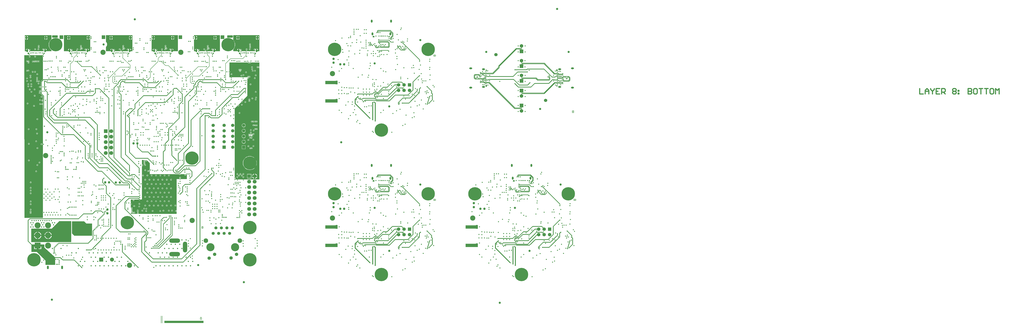
<source format=gbl>
G04*
G04 #@! TF.GenerationSoftware,Altium Limited,Altium Designer,20.1.11 (218)*
G04*
G04 Layer_Physical_Order=8*
G04 Layer_Color=16711680*
%FSLAX24Y24*%
%MOIN*%
G70*
G04*
G04 #@! TF.SameCoordinates,0BE0D124-E2EA-4A07-8277-1AC6FE167F2B*
G04*
G04*
G04 #@! TF.FilePolarity,Positive*
G04*
G01*
G75*
%ADD10C,0.0394*%
%ADD11C,0.0200*%
%ADD12R,0.0049X0.0935*%
%ADD15R,0.0100X0.1329*%
%ADD16R,0.0060X0.1329*%
%ADD17R,0.0040X0.1329*%
%ADD18C,0.0150*%
%ADD19C,0.0060*%
%ADD20C,0.0100*%
%ADD22C,0.0120*%
%ADD33R,0.1929X0.0630*%
G04:AMPARAMS|DCode=66|XSize=35mil|YSize=34mil|CornerRadius=6mil|HoleSize=0mil|Usage=FLASHONLY|Rotation=180.000|XOffset=0mil|YOffset=0mil|HoleType=Round|Shape=RoundedRectangle|*
%AMROUNDEDRECTD66*
21,1,0.0350,0.0221,0,0,180.0*
21,1,0.0231,0.0340,0,0,180.0*
1,1,0.0119,-0.0116,0.0111*
1,1,0.0119,0.0116,0.0111*
1,1,0.0119,0.0116,-0.0111*
1,1,0.0119,-0.0116,-0.0111*
%
%ADD66ROUNDEDRECTD66*%
%ADD83C,0.0085*%
%ADD85C,0.0160*%
%ADD89C,0.0059*%
%ADD159C,0.0085*%
%ADD160C,0.0075*%
%ADD162C,0.0630*%
%ADD163R,0.0630X0.0630*%
%ADD164O,0.0374X0.0256*%
%ADD165O,0.0315X0.0551*%
%ADD166C,0.0256*%
%ADD167C,0.0945*%
%ADD168C,0.0433*%
%ADD169C,0.2441*%
%ADD170C,0.0197*%
%ADD171O,0.0551X0.0315*%
%ADD172O,0.0256X0.0374*%
%ADD173C,0.0600*%
%ADD174R,0.0650X0.0650*%
%ADD175C,0.0650*%
%ADD176C,0.1102*%
%ADD177R,0.1102X0.1102*%
%ADD178C,0.0830*%
%ADD179C,0.1480*%
%ADD180C,0.0610*%
%ADD181C,0.0550*%
%ADD183O,0.0787X0.1969*%
%ADD184O,0.1969X0.0787*%
%ADD185C,0.0709*%
%ADD186R,0.0709X0.0709*%
G04:AMPARAMS|DCode=187|XSize=35.4mil|YSize=63mil|CornerRadius=17.7mil|HoleSize=0mil|Usage=FLASHONLY|Rotation=360.000|XOffset=0mil|YOffset=0mil|HoleType=Round|Shape=RoundedRectangle|*
%AMROUNDEDRECTD187*
21,1,0.0354,0.0276,0,0,360.0*
21,1,0.0000,0.0630,0,0,360.0*
1,1,0.0354,0.0000,-0.0138*
1,1,0.0354,0.0000,-0.0138*
1,1,0.0354,0.0000,0.0138*
1,1,0.0354,0.0000,0.0138*
%
%ADD187ROUNDEDRECTD187*%
%ADD188C,0.0594*%
%ADD189R,0.0594X0.0594*%
%ADD190C,0.0728*%
%ADD191R,0.0728X0.0728*%
%ADD192C,0.0217*%
%ADD272R,0.7136X0.0443*%
%ADD273R,0.0935X0.0049*%
G36*
X42134Y52452D02*
X41147Y52452D01*
X41147Y52858D01*
X41182Y52893D01*
X42134Y52893D01*
X42134Y52452D01*
D02*
G37*
G36*
X10196Y52893D02*
X10231Y52858D01*
X10231Y52452D01*
X9244Y52452D01*
X9244Y52893D01*
X10196Y52893D01*
D02*
G37*
G36*
X40616Y52216D02*
X40614Y52216D01*
X39990Y52216D01*
X39954Y52251D01*
Y52895D01*
X40616D01*
Y52216D01*
D02*
G37*
G36*
X32938Y52216D02*
X32313Y52216D01*
X32277Y52251D01*
Y52895D01*
X32938D01*
Y52216D01*
D02*
G37*
G36*
X18904Y52251D02*
X18868Y52216D01*
X18243Y52216D01*
Y52895D01*
X18904D01*
Y52251D01*
D02*
G37*
G36*
X11227D02*
X11191Y52216D01*
X10567Y52216D01*
X10565Y52216D01*
Y52895D01*
X11227D01*
Y52251D01*
D02*
G37*
G36*
X39838Y52913D02*
X39838Y49997D01*
X39086Y49997D01*
X39084Y50000D01*
X38791D01*
Y50098D01*
X38693D01*
Y50454D01*
X38661Y50441D01*
X38608Y50400D01*
X38606Y50398D01*
X38546Y50402D01*
X38533Y50422D01*
X38487Y50453D01*
X38433Y50464D01*
X38379Y50453D01*
X38333Y50422D01*
X38303Y50377D01*
X38292Y50323D01*
X38303Y50269D01*
X38333Y50223D01*
X38379Y50192D01*
X38433Y50181D01*
X38482Y50191D01*
X38493Y50188D01*
X38532Y50162D01*
Y49997D01*
X37453Y49997D01*
X37107Y50342D01*
X37110Y50353D01*
X37099Y50407D01*
X37068Y50453D01*
X37022Y50484D01*
X36968Y50494D01*
X36914Y50484D01*
X36869Y50453D01*
X36838Y50407D01*
X36827Y50353D01*
X36838Y50299D01*
X36869Y50253D01*
X36914Y50223D01*
X36968Y50212D01*
X37022Y50223D01*
X37024Y50224D01*
X37205Y50043D01*
X37186Y49997D01*
X36080Y49997D01*
X36077Y50014D01*
X36046Y50060D01*
X36033Y50068D01*
Y50128D01*
X36046Y50137D01*
X36077Y50183D01*
X36088Y50237D01*
X36077Y50291D01*
X36046Y50337D01*
X36000Y50367D01*
X35946Y50378D01*
X35892Y50367D01*
X35847Y50337D01*
X35832Y50314D01*
X35775Y50320D01*
X35764Y50346D01*
X35723Y50400D01*
X35669Y50441D01*
X35638Y50454D01*
Y50098D01*
X35539D01*
Y50000D01*
X35280D01*
Y49997D01*
X35117Y49997D01*
X35081Y50032D01*
X35081Y52228D01*
X35100Y52245D01*
X35102Y52245D01*
X35158Y52229D01*
X35173Y52193D01*
X35214Y52139D01*
X35268Y52098D01*
X35299Y52085D01*
Y52441D01*
Y52797D01*
X35268Y52784D01*
X35214Y52743D01*
X35173Y52689D01*
X35167Y52674D01*
X35115Y52679D01*
X35112Y52693D01*
X35081Y52739D01*
X35081Y52739D01*
Y52913D01*
X39838Y52913D01*
D02*
G37*
G36*
X32165Y52913D02*
X32165Y49997D01*
X31370Y49997D01*
X31367Y50000D01*
X31075D01*
Y50098D01*
X30976D01*
Y50455D01*
X30945Y50441D01*
X30891Y50400D01*
X30890Y50399D01*
X30830Y50402D01*
X30816Y50422D01*
X30771Y50453D01*
X30717Y50464D01*
X30663Y50453D01*
X30617Y50422D01*
X30586Y50377D01*
X30576Y50323D01*
X30586Y50269D01*
X30617Y50223D01*
X30663Y50192D01*
X30717Y50182D01*
X30765Y50191D01*
X30776Y50188D01*
X30815Y50162D01*
Y49997D01*
X29366Y49997D01*
X29323Y50047D01*
Y50235D01*
X29352Y50254D01*
X29382Y50299D01*
X29393Y50353D01*
X29382Y50407D01*
X29352Y50453D01*
X29306Y50484D01*
X29252Y50494D01*
X29198Y50484D01*
X29152Y50453D01*
X29122Y50407D01*
X29111Y50353D01*
X29122Y50299D01*
X29152Y50254D01*
X29181Y50235D01*
Y50044D01*
X29134Y49997D01*
X28364Y49997D01*
X28360Y50014D01*
X28330Y50060D01*
X28317Y50068D01*
Y50129D01*
X28330Y50137D01*
X28360Y50183D01*
X28371Y50237D01*
X28360Y50291D01*
X28330Y50337D01*
X28284Y50367D01*
X28230Y50378D01*
X28176Y50367D01*
X28130Y50337D01*
X28115Y50314D01*
X28059Y50320D01*
X28048Y50346D01*
X28006Y50400D01*
X27953Y50441D01*
X27921Y50455D01*
Y50098D01*
X27823D01*
Y50000D01*
X27563D01*
Y49997D01*
X27400Y49997D01*
X27365Y50033D01*
X27365Y52913D01*
X32165Y52913D01*
D02*
G37*
G36*
X23868Y52913D02*
X23868Y49997D01*
X23653Y49997D01*
X23650Y50000D01*
X23358D01*
Y50098D01*
X23260D01*
Y50455D01*
X23228Y50441D01*
X23175Y50400D01*
X23173Y50399D01*
X23113Y50402D01*
X23100Y50422D01*
X23054Y50453D01*
X23000Y50464D01*
X22946Y50453D01*
X22900Y50422D01*
X22870Y50377D01*
X22859Y50323D01*
X22870Y50269D01*
X22900Y50223D01*
X22946Y50192D01*
X23000Y50182D01*
X23049Y50191D01*
X23060Y50188D01*
X23099Y50162D01*
Y49997D01*
X22011Y49997D01*
X21673Y50335D01*
X21676Y50353D01*
X21666Y50407D01*
X21635Y50453D01*
X21589Y50484D01*
X21535Y50494D01*
X21481Y50484D01*
X21436Y50453D01*
X21405Y50407D01*
X21394Y50353D01*
X21405Y50299D01*
X21436Y50254D01*
X21481Y50223D01*
X21535Y50212D01*
X21584Y50222D01*
X21763Y50043D01*
X21743Y49997D01*
X20647Y49997D01*
X20644Y50014D01*
X20613Y50060D01*
X20600Y50068D01*
Y50129D01*
X20613Y50137D01*
X20644Y50183D01*
X20654Y50237D01*
X20644Y50291D01*
X20613Y50337D01*
X20567Y50367D01*
X20513Y50378D01*
X20459Y50367D01*
X20413Y50337D01*
X20399Y50314D01*
X20342Y50320D01*
X20331Y50346D01*
X20290Y50400D01*
X20236Y50441D01*
X20205Y50455D01*
Y50098D01*
X20106D01*
Y50000D01*
X19847D01*
Y49997D01*
X19054Y49997D01*
X19018Y50033D01*
Y50754D01*
X19055Y50785D01*
X19134Y50881D01*
X19192Y50990D01*
X19228Y51109D01*
X19241Y51233D01*
X19228Y51356D01*
X19192Y51475D01*
X19134Y51585D01*
X19055Y51681D01*
X19018Y51711D01*
Y52913D01*
X23868Y52913D01*
D02*
G37*
G36*
X47017Y52913D02*
X47017Y49997D01*
X46803Y49997D01*
X46800Y50000D01*
X46508D01*
Y50098D01*
X46409D01*
Y50454D01*
X46378Y50441D01*
X46324Y50400D01*
X46323Y50398D01*
X46263Y50402D01*
X46250Y50422D01*
X46204Y50453D01*
X46150Y50464D01*
X46096Y50453D01*
X46050Y50422D01*
X46019Y50377D01*
X46009Y50323D01*
X46019Y50269D01*
X46050Y50223D01*
X46096Y50192D01*
X46150Y50181D01*
X46198Y50191D01*
X46210Y50188D01*
X46248Y50162D01*
Y49997D01*
X44799Y49997D01*
X44756Y50047D01*
Y50234D01*
X44785Y50253D01*
X44815Y50299D01*
X44826Y50353D01*
X44815Y50407D01*
X44785Y50453D01*
X44739Y50484D01*
X44685Y50494D01*
X44631Y50484D01*
X44585Y50453D01*
X44555Y50407D01*
X44544Y50353D01*
X44555Y50299D01*
X44585Y50253D01*
X44614Y50234D01*
Y50044D01*
X44567Y49997D01*
X43797Y49997D01*
X43793Y50014D01*
X43763Y50060D01*
X43750Y50068D01*
Y50128D01*
X43763Y50137D01*
X43793Y50183D01*
X43804Y50237D01*
X43793Y50291D01*
X43763Y50337D01*
X43717Y50367D01*
X43663Y50378D01*
X43609Y50367D01*
X43563Y50337D01*
X43548Y50314D01*
X43492Y50320D01*
X43481Y50346D01*
X43440Y50400D01*
X43386Y50441D01*
X43354Y50454D01*
Y50098D01*
X43256D01*
Y50000D01*
X42996D01*
Y49997D01*
X42308Y49997D01*
X42273Y50032D01*
Y50334D01*
X42361Y50438D01*
X42465Y50607D01*
X42541Y50790D01*
X42587Y50983D01*
X42603Y51181D01*
X42587Y51379D01*
X42541Y51572D01*
X42465Y51755D01*
X42361Y51924D01*
X42273Y52028D01*
Y52913D01*
X47017Y52913D01*
D02*
G37*
G36*
X16151Y52913D02*
X16151Y49997D01*
X15937Y49997D01*
X15934Y50000D01*
X15642D01*
Y50098D01*
X15543D01*
Y50454D01*
X15512Y50441D01*
X15458Y50400D01*
X15457Y50398D01*
X15397Y50402D01*
X15383Y50422D01*
X15338Y50453D01*
X15284Y50464D01*
X15230Y50453D01*
X15184Y50422D01*
X15153Y50377D01*
X15142Y50323D01*
X15153Y50269D01*
X15184Y50223D01*
X15230Y50192D01*
X15284Y50181D01*
X15332Y50191D01*
X15343Y50188D01*
X15382Y50162D01*
Y49997D01*
X13816Y49997D01*
X13780Y50032D01*
Y50169D01*
X13819Y50212D01*
X13873Y50223D01*
X13919Y50253D01*
X13949Y50299D01*
X13960Y50353D01*
X13949Y50407D01*
X13919Y50453D01*
X13873Y50484D01*
X13819Y50494D01*
X13765Y50484D01*
X13719Y50453D01*
X13688Y50407D01*
X13678Y50353D01*
X13684Y50320D01*
X13659Y50294D01*
X13643Y50271D01*
X13638Y50243D01*
Y49997D01*
X12930Y49997D01*
X12927Y50014D01*
X12897Y50060D01*
X12883Y50068D01*
Y50128D01*
X12897Y50137D01*
X12927Y50183D01*
X12938Y50237D01*
X12927Y50291D01*
X12897Y50337D01*
X12851Y50367D01*
X12797Y50378D01*
X12743Y50367D01*
X12697Y50337D01*
X12682Y50314D01*
X12626Y50320D01*
X12615Y50346D01*
X12573Y50400D01*
X12520Y50441D01*
X12488Y50454D01*
Y50098D01*
X12390D01*
Y50000D01*
X12130D01*
Y49997D01*
X11404Y49997D01*
X11368Y50032D01*
X11368Y52913D01*
X16151Y52913D01*
D02*
G37*
G36*
X9104D02*
Y52207D01*
X9099Y52204D01*
X8948Y52075D01*
X8820Y51924D01*
X8716Y51755D01*
X8640Y51572D01*
X8594Y51379D01*
X8578Y51181D01*
X8594Y50983D01*
X8640Y50790D01*
X8716Y50607D01*
X8820Y50438D01*
X8948Y50287D01*
X9099Y50158D01*
X9104Y50156D01*
Y49997D01*
X8220Y49997D01*
X8217Y50000D01*
X7925D01*
Y50098D01*
X7827D01*
Y50454D01*
X7795Y50441D01*
X7741Y50400D01*
X7740Y50398D01*
X7680Y50402D01*
X7667Y50422D01*
X7621Y50453D01*
X7567Y50464D01*
X7513Y50453D01*
X7467Y50422D01*
X7437Y50377D01*
X7426Y50323D01*
X7437Y50269D01*
X7467Y50223D01*
X7513Y50192D01*
X7567Y50181D01*
X7615Y50191D01*
X7627Y50188D01*
X7665Y50162D01*
Y49997D01*
X5214Y49997D01*
X5211Y50014D01*
X5180Y50060D01*
X5167Y50068D01*
Y50128D01*
X5180Y50137D01*
X5211Y50183D01*
X5221Y50237D01*
X5211Y50291D01*
X5180Y50337D01*
X5134Y50367D01*
X5080Y50378D01*
X5026Y50367D01*
X4980Y50337D01*
X4965Y50314D01*
X4909Y50320D01*
X4898Y50346D01*
X4857Y50400D01*
X4803Y50441D01*
X4772Y50454D01*
Y50098D01*
X4673D01*
Y50000D01*
X4413D01*
Y49997D01*
X4250Y49997D01*
X4215Y50032D01*
X4215Y52913D01*
X9104Y52913D01*
D02*
G37*
G36*
X7524Y49213D02*
X7521Y49164D01*
X7504Y49152D01*
X7474Y49106D01*
X7463Y49052D01*
X7474Y48998D01*
X7504Y48953D01*
X7533Y48933D01*
X7533Y45635D01*
X7533Y44852D01*
X7527Y44848D01*
X7313Y44634D01*
X7263Y44624D01*
X7217Y44594D01*
X7187Y44548D01*
X7176Y44494D01*
X7176Y44491D01*
X7143Y44457D01*
X7120Y44424D01*
X7113Y44385D01*
Y43575D01*
X7081Y43561D01*
X7063Y43557D01*
X7020Y43586D01*
X6966Y43596D01*
X6912Y43586D01*
X6867Y43555D01*
X6836Y43509D01*
X6825Y43455D01*
X6836Y43401D01*
X6867Y43355D01*
X6912Y43325D01*
X6966Y43314D01*
X7020Y43325D01*
X7063Y43353D01*
X7081Y43349D01*
X7113Y43335D01*
Y42813D01*
X7081Y42799D01*
X7063Y42795D01*
X7020Y42823D01*
X6966Y42834D01*
X6912Y42823D01*
X6867Y42793D01*
X6836Y42747D01*
X6825Y42693D01*
X6836Y42639D01*
X6867Y42593D01*
X6912Y42562D01*
X6926Y42560D01*
X6917Y42511D01*
X6909Y42509D01*
X6863Y42500D01*
X6818Y42469D01*
X6787Y42424D01*
X6776Y42370D01*
X6787Y42316D01*
X6818Y42270D01*
X6863Y42239D01*
X6917Y42228D01*
X6971Y42239D01*
X7017Y42270D01*
X7048Y42316D01*
X7059Y42370D01*
X7048Y42424D01*
X7017Y42469D01*
X6971Y42500D01*
X6957Y42503D01*
X6966Y42552D01*
X6975Y42553D01*
X7020Y42562D01*
X7063Y42591D01*
X7081Y42586D01*
X7113Y42572D01*
Y42230D01*
X7120Y42191D01*
X7143Y42158D01*
X7533Y41768D01*
X7533Y41085D01*
X7483Y41070D01*
X7476Y41081D01*
X7430Y41111D01*
X7376Y41122D01*
X7322Y41111D01*
X7276Y41081D01*
X7246Y41035D01*
X7235Y40981D01*
X7246Y40927D01*
X7276Y40881D01*
X7322Y40850D01*
X7376Y40840D01*
X7430Y40850D01*
X7476Y40881D01*
X7483Y40891D01*
X7533Y40876D01*
X7533Y40342D01*
X7483Y40338D01*
X7481Y40346D01*
X7476Y40372D01*
X7445Y40418D01*
X7400Y40448D01*
X7346Y40459D01*
X7292Y40448D01*
X7246Y40418D01*
X7215Y40372D01*
X7204Y40318D01*
X7215Y40264D01*
X7246Y40218D01*
X7292Y40188D01*
X7346Y40177D01*
X7400Y40188D01*
X7445Y40218D01*
X7476Y40264D01*
X7481Y40290D01*
X7483Y40299D01*
X7533Y40294D01*
X7533Y33083D01*
X7517Y33072D01*
X7486Y33026D01*
X7475Y32972D01*
X7486Y32918D01*
X7517Y32872D01*
X7533Y32862D01*
X7533Y30963D01*
X7524Y30899D01*
X7533Y30835D01*
X7533Y19486D01*
X4170Y19486D01*
X4141Y48425D01*
Y49249D01*
X4900Y49249D01*
X4917Y49223D01*
X4963Y49192D01*
X5017Y49181D01*
X5020Y49182D01*
X5039Y49135D01*
X5008Y49114D01*
X4977Y49068D01*
X4966Y49014D01*
X4977Y48960D01*
X5008Y48914D01*
X5053Y48883D01*
X5107Y48873D01*
X5161Y48883D01*
X5207Y48914D01*
X5238Y48960D01*
X5248Y49014D01*
X5238Y49068D01*
X5207Y49114D01*
X5161Y49144D01*
X5107Y49155D01*
X5104Y49154D01*
X5085Y49201D01*
X5117Y49223D01*
X5134Y49249D01*
X7488Y49249D01*
X7524Y49213D01*
D02*
G37*
G36*
X44891Y47933D02*
X44898Y47925D01*
X44908Y47871D01*
X44939Y47825D01*
X44985Y47794D01*
X45039Y47784D01*
X45093Y47794D01*
X45139Y47825D01*
X45147Y47838D01*
X45207D01*
X45216Y47825D01*
X45261Y47794D01*
X45315Y47784D01*
X45369Y47794D01*
X45415Y47825D01*
X45446Y47871D01*
X45457Y47925D01*
X45463Y47933D01*
X47040Y47933D01*
X47040Y47232D01*
X46990Y47206D01*
X46985Y47209D01*
X46931Y47220D01*
X46877Y47209D01*
X46846Y47188D01*
X46812Y47182D01*
X46778Y47188D01*
X46747Y47209D01*
X46693Y47220D01*
X46639Y47209D01*
X46593Y47178D01*
X46562Y47132D01*
X46551Y47078D01*
X46562Y47024D01*
X46593Y46979D01*
X46639Y46948D01*
X46693Y46937D01*
X46747Y46948D01*
X46778Y46969D01*
X46812Y46975D01*
X46846Y46969D01*
X46877Y46948D01*
X46931Y46937D01*
X46985Y46948D01*
X46990Y46951D01*
X47040Y46924D01*
X47040Y26532D01*
X44189Y26532D01*
X44186Y26537D01*
X44140Y26568D01*
X44086Y26578D01*
X44032Y26568D01*
X43986Y26537D01*
X43983Y26532D01*
X43114Y26532D01*
X43110Y26537D01*
X43065Y26568D01*
X43011Y26578D01*
X42956Y26568D01*
X42911Y26537D01*
X42907Y26532D01*
X42697Y26532D01*
X42693Y26555D01*
X42662Y26600D01*
X42646Y26611D01*
Y26671D01*
X42662Y26682D01*
X42693Y26728D01*
X42704Y26782D01*
X42693Y26836D01*
X42662Y26882D01*
X42617Y26912D01*
X42562Y26923D01*
X42540Y26942D01*
X42540Y39512D01*
X43001Y39974D01*
X43066Y39968D01*
X43070Y39961D01*
X43116Y39931D01*
X43170Y39920D01*
X43224Y39931D01*
X43269Y39961D01*
X43300Y40007D01*
X43311Y40061D01*
X43300Y40115D01*
X43269Y40161D01*
X43263Y40165D01*
X43257Y40230D01*
X43761Y40734D01*
X43807Y40703D01*
X43861Y40692D01*
X43915Y40703D01*
X43961Y40734D01*
X43991Y40779D01*
X44002Y40833D01*
X43991Y40887D01*
X43961Y40933D01*
X44838Y41810D01*
X44838Y44913D01*
X44888Y44940D01*
X44899Y44932D01*
X44953Y44921D01*
X45007Y44932D01*
X45053Y44963D01*
X45084Y45009D01*
X45095Y45063D01*
X45084Y45117D01*
X45053Y45162D01*
X45067Y45207D01*
X45080Y45221D01*
X45132Y45225D01*
X45178Y45195D01*
X45232Y45184D01*
X45286Y45195D01*
X45332Y45225D01*
X45362Y45271D01*
X45373Y45325D01*
X45362Y45379D01*
X45332Y45425D01*
X45286Y45455D01*
X45232Y45466D01*
X45178Y45455D01*
X45132Y45425D01*
X45124Y45412D01*
X45063D01*
X45055Y45425D01*
X45009Y45455D01*
X44955Y45466D01*
X44901Y45455D01*
X44855Y45425D01*
X44825Y45379D01*
X44814Y45325D01*
X44822Y45284D01*
X44801Y45246D01*
X44789Y45234D01*
X41987Y45234D01*
X41986Y45236D01*
X41940Y45266D01*
X41886Y45277D01*
X41832Y45266D01*
X41786Y45236D01*
X41785Y45234D01*
X41544D01*
X41544Y46075D01*
X41573Y46081D01*
X41619Y46112D01*
X41649Y46158D01*
X41660Y46212D01*
X41649Y46266D01*
X41619Y46311D01*
X41573Y46342D01*
X41544Y46348D01*
X41544Y47897D01*
X41579Y47933D01*
X44891Y47933D01*
D02*
G37*
G36*
X61306Y44569D02*
X61306Y43927D01*
X60941D01*
X60936Y44569D01*
X60971Y44604D01*
X61271Y44605D01*
X61306Y44569D01*
D02*
G37*
G36*
X61291Y41220D02*
X61291Y40578D01*
X60926D01*
X60921Y41220D01*
X60956Y41255D01*
X61256Y41255D01*
X61291Y41220D01*
D02*
G37*
G36*
X25888Y30078D02*
X25914Y30028D01*
X25907Y30017D01*
X25896Y29963D01*
X25907Y29909D01*
X25937Y29863D01*
X25943Y29859D01*
Y29799D01*
X25937Y29795D01*
X25907Y29750D01*
X25896Y29696D01*
X25907Y29642D01*
X25937Y29596D01*
X25943Y29592D01*
Y29532D01*
X25937Y29529D01*
X25907Y29483D01*
X25896Y29429D01*
X25907Y29375D01*
X25937Y29329D01*
X25983Y29298D01*
X26026Y29290D01*
X26047Y29257D01*
X26052Y29240D01*
X26037Y29217D01*
X26026Y29163D01*
X26037Y29109D01*
X26067Y29063D01*
X26113Y29032D01*
X26167Y29021D01*
X26221Y29032D01*
X26267Y29063D01*
X26297Y29109D01*
X26308Y29163D01*
X26297Y29217D01*
X26267Y29262D01*
X26221Y29293D01*
X26179Y29301D01*
X26158Y29334D01*
X26152Y29352D01*
X26167Y29375D01*
X26178Y29429D01*
X26167Y29483D01*
X26137Y29529D01*
X26131Y29532D01*
Y29592D01*
X26137Y29596D01*
X26167Y29642D01*
X26178Y29696D01*
X26167Y29750D01*
X26137Y29795D01*
X26131Y29799D01*
Y29859D01*
X26137Y29863D01*
X26167Y29909D01*
X26178Y29963D01*
X26171Y29998D01*
X26197Y30041D01*
X26200Y30044D01*
X26233Y30001D01*
X26228Y29974D01*
X26239Y29920D01*
X26269Y29875D01*
X26315Y29844D01*
X26369Y29833D01*
X26423Y29844D01*
X26469Y29875D01*
X26499Y29920D01*
X26507Y29960D01*
X26548Y29978D01*
X26558Y29980D01*
X27014Y29524D01*
X27014Y28222D01*
X26995Y28207D01*
X26941Y28196D01*
X26895Y28166D01*
X26887Y28153D01*
X26827D01*
X26819Y28166D01*
X26773Y28196D01*
X26719Y28207D01*
X26665Y28196D01*
X26619Y28166D01*
X26588Y28120D01*
X26578Y28066D01*
X26588Y28012D01*
X26619Y27966D01*
X26665Y27935D01*
X26719Y27925D01*
X26773Y27935D01*
X26819Y27966D01*
X26827Y27979D01*
X26887D01*
X26895Y27966D01*
X26941Y27935D01*
X26995Y27925D01*
X27014Y27910D01*
Y27488D01*
X32383Y27488D01*
X32396Y27473D01*
X32407Y27419D01*
X32437Y27373D01*
X32483Y27342D01*
X32537Y27331D01*
X32591Y27342D01*
X32637Y27373D01*
X32667Y27419D01*
X32678Y27473D01*
X32691Y27488D01*
X33330D01*
X33357Y27438D01*
X33354Y27434D01*
X33343Y27380D01*
X33354Y27326D01*
X33385Y27280D01*
X33431Y27250D01*
X33485Y27239D01*
X33539Y27250D01*
X33584Y27280D01*
X33615Y27326D01*
X33626Y27380D01*
X33620Y27406D01*
X33640Y27441D01*
X33655Y27453D01*
X33658Y27455D01*
X33676Y27451D01*
X33703Y27411D01*
X33749Y27380D01*
X33784Y27373D01*
X33784Y26583D01*
X32690Y26583D01*
X32681Y26629D01*
X32651Y26674D01*
X32635Y26685D01*
Y26745D01*
X32647Y26753D01*
X32677Y26799D01*
X32688Y26853D01*
X32677Y26907D01*
X32647Y26952D01*
X32601Y26983D01*
X32547Y26994D01*
X32493Y26983D01*
X32447Y26952D01*
X32417Y26907D01*
X32406Y26853D01*
X32417Y26799D01*
X32447Y26753D01*
X32463Y26742D01*
Y26682D01*
X32451Y26674D01*
X32421Y26629D01*
X32412Y26583D01*
X31931D01*
X31931Y20868D01*
X31916Y20858D01*
X31881Y20846D01*
X31845Y20870D01*
X31791Y20881D01*
X31737Y20870D01*
X31691Y20840D01*
X31661Y20794D01*
X31650Y20740D01*
X31661Y20686D01*
X31691Y20640D01*
X31737Y20609D01*
X31791Y20599D01*
X31845Y20609D01*
X31881Y20633D01*
X31916Y20622D01*
X31931Y20611D01*
X31931Y20228D01*
X24993Y20214D01*
X24967Y20264D01*
X24983Y20288D01*
X24994Y20342D01*
X24983Y20396D01*
X24953Y20442D01*
X24907Y20473D01*
X24902Y20474D01*
X24895Y20501D01*
X24896Y20526D01*
X24936Y20552D01*
X24967Y20598D01*
X24977Y20652D01*
X24967Y20706D01*
X24936Y20752D01*
Y20773D01*
X24967Y20819D01*
X24977Y20873D01*
X24967Y20927D01*
X24936Y20972D01*
X24890Y21003D01*
X24836Y21014D01*
X24782Y21003D01*
X24737Y20972D01*
X24706Y20927D01*
X24695Y20873D01*
X24706Y20819D01*
X24737Y20773D01*
Y20752D01*
X24706Y20706D01*
X24695Y20652D01*
X24706Y20598D01*
X24737Y20552D01*
X24782Y20522D01*
X24788Y20521D01*
X24794Y20493D01*
X24793Y20469D01*
X24753Y20442D01*
X24723Y20396D01*
X24712Y20342D01*
X24723Y20288D01*
X24739Y20263D01*
X24714Y20213D01*
X23595Y20211D01*
X23560Y20246D01*
X23560Y20378D01*
X23606Y20396D01*
X23610Y20395D01*
X23639Y20352D01*
X23685Y20321D01*
X23739Y20310D01*
X23793Y20321D01*
X23839Y20352D01*
X23893Y20343D01*
X23919Y20325D01*
X23973Y20314D01*
X24027Y20325D01*
X24073Y20356D01*
X24127Y20346D01*
X24154Y20329D01*
X24208Y20318D01*
X24262Y20329D01*
X24308Y20359D01*
X24338Y20405D01*
X24349Y20459D01*
X24338Y20513D01*
X24308Y20559D01*
X24262Y20589D01*
X24208Y20600D01*
X24154Y20589D01*
X24108Y20559D01*
X24054Y20568D01*
X24027Y20586D01*
X23973Y20596D01*
X23919Y20586D01*
X23874Y20555D01*
X23819Y20564D01*
X23812Y20569D01*
X23810Y20625D01*
X23810Y20626D01*
X23835Y20642D01*
X23866Y20688D01*
X23876Y20742D01*
X23866Y20796D01*
X23835Y20842D01*
X23795Y20869D01*
X23790Y20890D01*
X23793Y20923D01*
X23831Y20948D01*
X23861Y20994D01*
X23872Y21048D01*
X23861Y21102D01*
X23841Y21132D01*
X23827Y21183D01*
X23857Y21229D01*
X23868Y21283D01*
X23857Y21337D01*
X23827Y21382D01*
X23781Y21413D01*
X23727Y21424D01*
X23673Y21413D01*
X23627Y21382D01*
X23610Y21356D01*
X23560Y21372D01*
X23560Y21887D01*
X23577Y21901D01*
X23631Y21912D01*
X23676Y21942D01*
X23707Y21988D01*
X23718Y22042D01*
X23707Y22096D01*
X23676Y22142D01*
X23631Y22172D01*
X23577Y22183D01*
X23560Y22197D01*
X23560Y22868D01*
X23913D01*
X23939Y22818D01*
X23926Y22798D01*
X23915Y22744D01*
X23926Y22690D01*
X23956Y22644D01*
X24002Y22613D01*
X24056Y22603D01*
X24110Y22613D01*
X24156Y22644D01*
X24187Y22690D01*
X24197Y22744D01*
X24187Y22798D01*
X24173Y22818D01*
X24200Y22868D01*
X25012Y22868D01*
X25022Y22819D01*
X25053Y22773D01*
X25099Y22742D01*
X25153Y22732D01*
X25207Y22742D01*
X25252Y22773D01*
X25283Y22819D01*
X25293Y22868D01*
X25602D01*
X25602Y27244D01*
X25652Y27249D01*
X25655Y27233D01*
X25660Y27211D01*
X25690Y27165D01*
X25736Y27134D01*
X25790Y27124D01*
X25844Y27134D01*
X25890Y27165D01*
X25920Y27211D01*
X25931Y27265D01*
X25920Y27319D01*
X25890Y27364D01*
X25844Y27395D01*
X25790Y27406D01*
X25736Y27395D01*
X25690Y27364D01*
X25660Y27319D01*
X25652Y27280D01*
X25602Y27285D01*
Y28951D01*
X25652Y28986D01*
X25677Y28981D01*
X25731Y28992D01*
X25777Y29023D01*
X25807Y29069D01*
X25818Y29123D01*
X25807Y29177D01*
X25777Y29222D01*
X25731Y29253D01*
X25677Y29264D01*
X25652Y29259D01*
X25602Y29294D01*
Y30043D01*
X25637Y30078D01*
X25888Y30078D01*
D02*
G37*
G36*
X12693Y15051D02*
X5398Y15051D01*
X5398Y17495D01*
X5434Y17530D01*
X9127Y17530D01*
X10502Y18905D01*
X12693Y18905D01*
Y15051D01*
D02*
G37*
G36*
X86897Y18147D02*
X86897Y17505D01*
X86531D01*
X86526Y18147D01*
X86561Y18182D01*
X86861Y18182D01*
X86897Y18147D01*
D02*
G37*
G36*
X61306Y18147D02*
X61306Y17505D01*
X60941D01*
X60936Y18146D01*
X60971Y18182D01*
X61271Y18182D01*
X61306Y18147D01*
D02*
G37*
G36*
X15049Y18854D02*
X15453Y18450D01*
X16485Y18450D01*
X16485Y16223D01*
X13233Y16223D01*
X12808Y16648D01*
X12808Y18818D01*
X12844Y18854D01*
X15049Y18854D01*
D02*
G37*
G36*
X86882Y14797D02*
X86882Y14155D01*
X86516D01*
X86511Y14797D01*
X86546Y14833D01*
X86846Y14833D01*
X86882Y14797D01*
D02*
G37*
G36*
X61291Y14797D02*
X61291Y14155D01*
X60926D01*
X60921Y14797D01*
X60956Y14832D01*
X61256Y14832D01*
X61291Y14797D01*
D02*
G37*
G36*
X5920Y14627D02*
X7223D01*
Y14628D01*
X7767D01*
X7802Y14592D01*
X7802Y14060D01*
X9759Y12252D01*
Y10875D01*
X8038Y10875D01*
X8002Y10910D01*
X8002Y11678D01*
X6420Y13260D01*
X5415D01*
X5415Y14628D01*
X5920D01*
Y14627D01*
D02*
G37*
G36*
X36372Y1349D02*
X36383Y1349D01*
X36404Y1344D01*
X36413Y1341D01*
X36422Y1338D01*
X36430Y1335D01*
X36437Y1331D01*
X36443Y1327D01*
X36449Y1324D01*
X36454Y1321D01*
X36458Y1318D01*
X36461Y1316D01*
X36463Y1314D01*
X36464Y1313D01*
X36465Y1312D01*
X36472Y1305D01*
X36478Y1298D01*
X36483Y1289D01*
X36488Y1281D01*
X36495Y1266D01*
X36499Y1252D01*
X36502Y1239D01*
X36503Y1233D01*
X36504Y1229D01*
X36504Y1225D01*
Y1222D01*
Y1220D01*
Y1220D01*
X36504Y1206D01*
X36501Y1194D01*
X36498Y1183D01*
X36495Y1174D01*
X36492Y1166D01*
X36489Y1160D01*
X36487Y1158D01*
X36486Y1156D01*
X36478Y1147D01*
X36469Y1139D01*
X36460Y1132D01*
X36450Y1126D01*
X36442Y1122D01*
X36435Y1119D01*
X36432Y1117D01*
X36430Y1117D01*
X36429Y1116D01*
X36428D01*
X36445Y1111D01*
X36459Y1104D01*
X36472Y1096D01*
X36482Y1089D01*
X36490Y1082D01*
X36496Y1076D01*
X36498Y1072D01*
X36500Y1072D01*
Y1071D01*
X36508Y1058D01*
X36515Y1044D01*
X36519Y1031D01*
X36522Y1018D01*
X36523Y1006D01*
X36524Y1001D01*
Y996D01*
X36525Y994D01*
Y991D01*
Y989D01*
Y988D01*
X36524Y977D01*
X36523Y965D01*
X36520Y954D01*
X36517Y943D01*
X36510Y925D01*
X36506Y916D01*
X36502Y909D01*
X36498Y902D01*
X36494Y896D01*
X36490Y891D01*
X36487Y886D01*
X36484Y883D01*
X36482Y881D01*
X36480Y879D01*
X36480Y878D01*
X36471Y870D01*
X36461Y864D01*
X36451Y858D01*
X36441Y853D01*
X36431Y849D01*
X36421Y846D01*
X36402Y840D01*
X36393Y838D01*
X36385Y837D01*
X36377Y836D01*
X36371Y835D01*
X36366Y835D01*
X36359D01*
X36345Y835D01*
X36332Y837D01*
X36320Y839D01*
X36308Y841D01*
X36298Y845D01*
X36288Y848D01*
X36278Y852D01*
X36270Y856D01*
X36263Y861D01*
X36256Y864D01*
X36251Y868D01*
X36246Y872D01*
X36243Y874D01*
X36240Y876D01*
X36239Y878D01*
X36238Y878D01*
X36230Y887D01*
X36223Y896D01*
X36217Y905D01*
X36212Y914D01*
X36207Y923D01*
X36203Y932D01*
X36198Y949D01*
X36196Y957D01*
X36194Y964D01*
X36194Y971D01*
X36193Y976D01*
X36192Y980D01*
Y984D01*
Y986D01*
Y987D01*
X36193Y1004D01*
X36196Y1019D01*
X36200Y1033D01*
X36205Y1045D01*
X36209Y1054D01*
X36213Y1061D01*
X36216Y1066D01*
X36217Y1066D01*
Y1067D01*
X36227Y1079D01*
X36238Y1089D01*
X36250Y1097D01*
X36261Y1104D01*
X36271Y1109D01*
X36280Y1113D01*
X36283Y1115D01*
X36285Y1115D01*
X36286Y1116D01*
X36287D01*
X36274Y1122D01*
X36263Y1128D01*
X36254Y1135D01*
X36246Y1142D01*
X36240Y1147D01*
X36235Y1152D01*
X36232Y1155D01*
X36232Y1156D01*
X36225Y1166D01*
X36221Y1177D01*
X36217Y1187D01*
X36215Y1197D01*
X36213Y1205D01*
X36213Y1211D01*
Y1216D01*
Y1217D01*
Y1217D01*
X36213Y1228D01*
X36214Y1237D01*
X36219Y1255D01*
X36226Y1271D01*
X36233Y1285D01*
X36240Y1296D01*
X36244Y1300D01*
X36247Y1305D01*
X36250Y1308D01*
X36252Y1310D01*
X36253Y1311D01*
X36254Y1311D01*
X36262Y1318D01*
X36270Y1324D01*
X36278Y1330D01*
X36287Y1334D01*
X36305Y1341D01*
X36322Y1345D01*
X36329Y1347D01*
X36337Y1348D01*
X36343Y1349D01*
X36349Y1349D01*
X36353Y1350D01*
X36360D01*
X36372Y1349D01*
D02*
G37*
%LPC*%
G36*
X39032Y52797D02*
Y52539D01*
X39193D01*
Y52559D01*
X39184Y52626D01*
X39158Y52689D01*
X39117Y52743D01*
X39063Y52784D01*
X39032Y52797D01*
D02*
G37*
G36*
X38835Y52797D02*
X38803Y52784D01*
X38749Y52743D01*
X38708Y52689D01*
X38682Y52626D01*
X38673Y52559D01*
Y52539D01*
X38835D01*
Y52797D01*
D02*
G37*
G36*
X35496Y52797D02*
Y52539D01*
X35657D01*
Y52559D01*
X35648Y52626D01*
X35623Y52689D01*
X35581Y52743D01*
X35527Y52784D01*
X35496Y52797D01*
D02*
G37*
G36*
X39193Y52342D02*
X39032D01*
Y52085D01*
X39063Y52098D01*
X39117Y52139D01*
X39158Y52193D01*
X39184Y52256D01*
X39193Y52323D01*
Y52342D01*
D02*
G37*
G36*
X35657Y52342D02*
X35496D01*
Y52085D01*
X35527Y52098D01*
X35581Y52139D01*
X35623Y52193D01*
X35648Y52256D01*
X35657Y52323D01*
Y52342D01*
D02*
G37*
G36*
X38835Y52342D02*
X38673D01*
Y52323D01*
X38682Y52256D01*
X38708Y52193D01*
X38749Y52139D01*
X38803Y52098D01*
X38835Y52085D01*
Y52342D01*
D02*
G37*
G36*
X37615Y51108D02*
X37561Y51098D01*
X37515Y51067D01*
X37485Y51021D01*
X37474Y50967D01*
X37485Y50913D01*
X37515Y50867D01*
X37528Y50859D01*
Y50799D01*
X37515Y50791D01*
X37485Y50745D01*
X37474Y50691D01*
X37485Y50637D01*
X37515Y50591D01*
X37561Y50560D01*
X37586Y50555D01*
X37616Y50503D01*
X37609Y50485D01*
X37608Y50485D01*
X37559Y50494D01*
X37505Y50484D01*
X37459Y50453D01*
X37429Y50407D01*
X37418Y50353D01*
X37429Y50299D01*
X37459Y50253D01*
X37505Y50223D01*
X37559Y50212D01*
X37613Y50223D01*
X37659Y50253D01*
X37689Y50299D01*
X37698Y50342D01*
X37734Y50366D01*
X37748Y50371D01*
X37797Y50361D01*
X37851Y50372D01*
X37897Y50403D01*
X37927Y50449D01*
X37938Y50503D01*
X37927Y50557D01*
X37897Y50602D01*
X37851Y50633D01*
X37797Y50644D01*
X37755Y50686D01*
X37756Y50691D01*
X37745Y50745D01*
X37715Y50791D01*
X37702Y50799D01*
Y50859D01*
X37715Y50867D01*
X37745Y50913D01*
X37756Y50967D01*
X37745Y51021D01*
X37715Y51067D01*
X37669Y51098D01*
X37615Y51108D01*
D02*
G37*
G36*
X38890Y50454D02*
Y50197D01*
X39051D01*
Y50216D01*
X39042Y50284D01*
X39016Y50346D01*
X38975Y50400D01*
X38921Y50441D01*
X38890Y50454D01*
D02*
G37*
G36*
X35441Y50454D02*
X35410Y50441D01*
X35356Y50400D01*
X35314Y50346D01*
X35289Y50284D01*
X35280Y50216D01*
Y50197D01*
X35441D01*
Y50454D01*
D02*
G37*
G36*
X27780Y52797D02*
Y52539D01*
X27941D01*
Y52559D01*
X27932Y52626D01*
X27906Y52689D01*
X27865Y52743D01*
X27811Y52784D01*
X27780Y52797D01*
D02*
G37*
G36*
X27583Y52797D02*
X27551Y52784D01*
X27497Y52743D01*
X27456Y52689D01*
X27430Y52626D01*
X27421Y52559D01*
Y52539D01*
X27583D01*
Y52797D01*
D02*
G37*
G36*
X31315Y52797D02*
Y52539D01*
X31476D01*
Y52559D01*
X31467Y52626D01*
X31441Y52689D01*
X31400Y52743D01*
X31346Y52784D01*
X31315Y52797D01*
D02*
G37*
G36*
X31118Y52797D02*
X31087Y52784D01*
X31033Y52743D01*
X30992Y52689D01*
X30966Y52626D01*
X30957Y52559D01*
Y52539D01*
X31118D01*
Y52797D01*
D02*
G37*
G36*
Y52343D02*
X30957D01*
Y52323D01*
X30966Y52256D01*
X30992Y52193D01*
X31033Y52139D01*
X31087Y52098D01*
X31118Y52085D01*
Y52343D01*
D02*
G37*
G36*
X27941Y52343D02*
X27780D01*
Y52085D01*
X27811Y52098D01*
X27865Y52139D01*
X27906Y52193D01*
X27932Y52256D01*
X27941Y52323D01*
Y52343D01*
D02*
G37*
G36*
X27583D02*
X27421D01*
Y52323D01*
X27430Y52256D01*
X27456Y52193D01*
X27497Y52139D01*
X27551Y52098D01*
X27583Y52085D01*
Y52343D01*
D02*
G37*
G36*
X31476Y52343D02*
X31315D01*
Y52085D01*
X31346Y52098D01*
X31400Y52139D01*
X31441Y52193D01*
X31467Y52256D01*
X31476Y52323D01*
Y52343D01*
D02*
G37*
G36*
X29898Y51108D02*
X29844Y51098D01*
X29799Y51067D01*
X29768Y51021D01*
X29757Y50967D01*
X29768Y50913D01*
X29799Y50868D01*
X29811Y50859D01*
Y50799D01*
X29799Y50791D01*
X29768Y50745D01*
X29757Y50691D01*
X29768Y50637D01*
X29799Y50591D01*
X29844Y50560D01*
X29879Y50554D01*
X29894Y50515D01*
X29866Y50490D01*
X29842Y50494D01*
X29788Y50484D01*
X29743Y50453D01*
X29712Y50407D01*
X29701Y50353D01*
X29712Y50299D01*
X29743Y50254D01*
X29788Y50223D01*
X29842Y50212D01*
X29896Y50223D01*
X29942Y50254D01*
X29973Y50299D01*
X29979Y50331D01*
X30017Y50358D01*
X30032Y50360D01*
X30077Y50351D01*
X30131Y50362D01*
X30177Y50393D01*
X30207Y50439D01*
X30218Y50493D01*
X30207Y50547D01*
X30177Y50592D01*
X30131Y50623D01*
X30077Y50634D01*
X30037Y50677D01*
X30040Y50691D01*
X30029Y50745D01*
X29998Y50791D01*
X29986Y50799D01*
Y50859D01*
X29998Y50868D01*
X30029Y50913D01*
X30040Y50967D01*
X30029Y51021D01*
X29998Y51067D01*
X29952Y51098D01*
X29898Y51108D01*
D02*
G37*
G36*
X31173Y50455D02*
Y50197D01*
X31334D01*
Y50217D01*
X31326Y50284D01*
X31300Y50346D01*
X31258Y50400D01*
X31205Y50441D01*
X31173Y50455D01*
D02*
G37*
G36*
X27724Y50455D02*
X27693Y50441D01*
X27639Y50400D01*
X27598Y50346D01*
X27572Y50284D01*
X27563Y50217D01*
Y50197D01*
X27724D01*
Y50455D01*
D02*
G37*
G36*
X23598Y52797D02*
Y52539D01*
X23760D01*
Y52559D01*
X23751Y52626D01*
X23725Y52689D01*
X23684Y52743D01*
X23630Y52784D01*
X23598Y52797D01*
D02*
G37*
G36*
X23402D02*
X23370Y52784D01*
X23316Y52743D01*
X23275Y52689D01*
X23249Y52626D01*
X23240Y52559D01*
Y52539D01*
X23402D01*
Y52797D01*
D02*
G37*
G36*
X20063Y52797D02*
Y52539D01*
X20224D01*
Y52559D01*
X20215Y52626D01*
X20189Y52689D01*
X20148Y52743D01*
X20094Y52784D01*
X20063Y52797D01*
D02*
G37*
G36*
X19866Y52797D02*
X19835Y52784D01*
X19781Y52743D01*
X19740Y52689D01*
X19714Y52626D01*
X19705Y52559D01*
Y52539D01*
X19866D01*
Y52797D01*
D02*
G37*
G36*
Y52343D02*
X19705D01*
Y52323D01*
X19714Y52256D01*
X19740Y52193D01*
X19781Y52139D01*
X19835Y52098D01*
X19866Y52085D01*
Y52343D01*
D02*
G37*
G36*
X23760Y52343D02*
X23598D01*
Y52085D01*
X23630Y52098D01*
X23684Y52139D01*
X23725Y52193D01*
X23751Y52256D01*
X23760Y52323D01*
Y52343D01*
D02*
G37*
G36*
X23402D02*
X23240D01*
Y52323D01*
X23249Y52256D01*
X23275Y52193D01*
X23316Y52139D01*
X23370Y52098D01*
X23402Y52085D01*
Y52343D01*
D02*
G37*
G36*
X20224Y52343D02*
X20063D01*
Y52085D01*
X20094Y52098D01*
X20148Y52139D01*
X20189Y52193D01*
X20215Y52256D01*
X20224Y52323D01*
Y52343D01*
D02*
G37*
G36*
X22182Y51108D02*
X22128Y51098D01*
X22082Y51067D01*
X22051Y51021D01*
X22041Y50967D01*
X22051Y50913D01*
X22082Y50868D01*
X22095Y50859D01*
Y50799D01*
X22082Y50791D01*
X22051Y50745D01*
X22041Y50691D01*
X22051Y50637D01*
X22082Y50591D01*
X22128Y50560D01*
X22182Y50550D01*
X22191Y50519D01*
X22147Y50490D01*
X22126Y50494D01*
X22072Y50484D01*
X22026Y50453D01*
X21996Y50407D01*
X21985Y50353D01*
X21996Y50299D01*
X22026Y50254D01*
X22072Y50223D01*
X22126Y50212D01*
X22180Y50223D01*
X22226Y50254D01*
X22256Y50299D01*
X22262Y50326D01*
X22314Y50352D01*
X22314Y50352D01*
X22368Y50341D01*
X22422Y50352D01*
X22467Y50382D01*
X22498Y50428D01*
X22509Y50482D01*
X22498Y50536D01*
X22467Y50582D01*
X22422Y50613D01*
X22368Y50623D01*
X22358Y50621D01*
X22318Y50664D01*
X22323Y50691D01*
X22312Y50745D01*
X22282Y50791D01*
X22269Y50799D01*
Y50859D01*
X22282Y50868D01*
X22312Y50913D01*
X22323Y50967D01*
X22312Y51021D01*
X22282Y51067D01*
X22236Y51098D01*
X22182Y51108D01*
D02*
G37*
G36*
X23457Y50455D02*
Y50197D01*
X23618D01*
Y50217D01*
X23609Y50284D01*
X23583Y50346D01*
X23542Y50400D01*
X23488Y50441D01*
X23457Y50455D01*
D02*
G37*
G36*
X20008Y50455D02*
X19976Y50441D01*
X19923Y50400D01*
X19881Y50346D01*
X19855Y50284D01*
X19847Y50217D01*
Y50197D01*
X20008D01*
Y50455D01*
D02*
G37*
G36*
X46748Y52797D02*
Y52539D01*
X46909D01*
Y52559D01*
X46900Y52626D01*
X46875Y52689D01*
X46833Y52743D01*
X46779Y52784D01*
X46748Y52797D01*
D02*
G37*
G36*
X46551Y52797D02*
X46520Y52784D01*
X46466Y52743D01*
X46425Y52689D01*
X46399Y52626D01*
X46390Y52559D01*
Y52539D01*
X46551D01*
Y52797D01*
D02*
G37*
G36*
X43213Y52797D02*
Y52539D01*
X43374D01*
Y52559D01*
X43365Y52626D01*
X43339Y52689D01*
X43298Y52743D01*
X43244Y52784D01*
X43213Y52797D01*
D02*
G37*
G36*
X43016D02*
X42984Y52784D01*
X42931Y52743D01*
X42889Y52689D01*
X42863Y52626D01*
X42854Y52559D01*
Y52539D01*
X43016D01*
Y52797D01*
D02*
G37*
G36*
X46909Y52342D02*
X46748D01*
Y52085D01*
X46779Y52098D01*
X46833Y52139D01*
X46875Y52193D01*
X46900Y52256D01*
X46909Y52323D01*
Y52342D01*
D02*
G37*
G36*
X43374Y52342D02*
X43213D01*
Y52085D01*
X43244Y52098D01*
X43298Y52139D01*
X43339Y52193D01*
X43365Y52256D01*
X43374Y52323D01*
Y52342D01*
D02*
G37*
G36*
X43016D02*
X42854D01*
Y52323D01*
X42863Y52256D01*
X42889Y52193D01*
X42931Y52139D01*
X42984Y52098D01*
X43016Y52085D01*
Y52342D01*
D02*
G37*
G36*
X46551Y52342D02*
X46390D01*
Y52323D01*
X46399Y52256D01*
X46425Y52193D01*
X46466Y52139D01*
X46520Y52098D01*
X46551Y52085D01*
Y52342D01*
D02*
G37*
G36*
X45313Y51411D02*
X45259Y51400D01*
X45214Y51369D01*
X45183Y51324D01*
X45172Y51270D01*
X45183Y51216D01*
X45214Y51170D01*
X45257Y51141D01*
X45260Y51125D01*
X45262Y51088D01*
X45232Y51067D01*
X45201Y51021D01*
X45190Y50967D01*
X45201Y50913D01*
X45232Y50867D01*
X45244Y50859D01*
Y50799D01*
X45232Y50791D01*
X45201Y50745D01*
X45190Y50691D01*
X45201Y50637D01*
X45232Y50591D01*
X45277Y50560D01*
X45332Y50550D01*
X45386Y50560D01*
X45431Y50591D01*
X45462Y50637D01*
X45473Y50691D01*
X45462Y50745D01*
X45431Y50791D01*
X45419Y50799D01*
Y50859D01*
X45431Y50867D01*
X45462Y50913D01*
X45473Y50967D01*
X45462Y51021D01*
X45431Y51067D01*
X45388Y51096D01*
X45385Y51112D01*
X45382Y51149D01*
X45413Y51170D01*
X45444Y51216D01*
X45455Y51270D01*
X45444Y51324D01*
X45413Y51369D01*
X45367Y51400D01*
X45313Y51411D01*
D02*
G37*
G36*
X45276Y50494D02*
X45222Y50484D01*
X45176Y50453D01*
X45145Y50407D01*
X45134Y50353D01*
X45145Y50299D01*
X45176Y50253D01*
X45222Y50223D01*
X45276Y50212D01*
X45330Y50223D01*
X45375Y50253D01*
X45406Y50299D01*
X45417Y50353D01*
X45406Y50407D01*
X45375Y50453D01*
X45330Y50484D01*
X45276Y50494D01*
D02*
G37*
G36*
X46606Y50454D02*
Y50197D01*
X46768D01*
Y50216D01*
X46759Y50284D01*
X46733Y50346D01*
X46692Y50400D01*
X46638Y50441D01*
X46606Y50454D01*
D02*
G37*
G36*
X43157Y50454D02*
X43126Y50441D01*
X43072Y50400D01*
X43031Y50346D01*
X43005Y50284D01*
X42996Y50216D01*
Y50197D01*
X43157D01*
Y50454D01*
D02*
G37*
G36*
X12346Y52797D02*
Y52539D01*
X12508D01*
Y52559D01*
X12499Y52626D01*
X12473Y52689D01*
X12432Y52743D01*
X12378Y52784D01*
X12346Y52797D01*
D02*
G37*
G36*
X12150Y52797D02*
X12118Y52784D01*
X12064Y52743D01*
X12023Y52689D01*
X11997Y52626D01*
X11988Y52559D01*
Y52539D01*
X12150D01*
Y52797D01*
D02*
G37*
G36*
X15882Y52797D02*
Y52539D01*
X16043D01*
Y52559D01*
X16034Y52626D01*
X16008Y52689D01*
X15967Y52743D01*
X15913Y52784D01*
X15882Y52797D01*
D02*
G37*
G36*
X15685Y52797D02*
X15654Y52784D01*
X15600Y52743D01*
X15559Y52689D01*
X15533Y52626D01*
X15524Y52559D01*
Y52539D01*
X15685D01*
Y52797D01*
D02*
G37*
G36*
X12508Y52342D02*
X12346D01*
Y52085D01*
X12378Y52098D01*
X12432Y52139D01*
X12473Y52193D01*
X12499Y52256D01*
X12508Y52323D01*
Y52342D01*
D02*
G37*
G36*
X16043Y52342D02*
X15882D01*
Y52085D01*
X15913Y52098D01*
X15967Y52139D01*
X16008Y52193D01*
X16034Y52256D01*
X16043Y52323D01*
Y52342D01*
D02*
G37*
G36*
X15685D02*
X15524D01*
Y52323D01*
X15533Y52256D01*
X15559Y52193D01*
X15600Y52139D01*
X15654Y52098D01*
X15685Y52085D01*
Y52342D01*
D02*
G37*
G36*
X12150Y52342D02*
X11988D01*
Y52323D01*
X11997Y52256D01*
X12023Y52193D01*
X12064Y52139D01*
X12118Y52098D01*
X12150Y52085D01*
Y52342D01*
D02*
G37*
G36*
X14465Y51108D02*
X14411Y51098D01*
X14366Y51067D01*
X14335Y51021D01*
X14324Y50967D01*
X14335Y50913D01*
X14366Y50867D01*
X14378Y50859D01*
Y50799D01*
X14366Y50790D01*
X14335Y50745D01*
X14324Y50691D01*
X14335Y50637D01*
X14366Y50591D01*
X14411Y50560D01*
X14465Y50550D01*
X14470Y50521D01*
X14431Y50490D01*
X14409Y50494D01*
X14355Y50484D01*
X14310Y50453D01*
X14279Y50407D01*
X14268Y50353D01*
X14279Y50299D01*
X14310Y50253D01*
X14355Y50223D01*
X14409Y50212D01*
X14463Y50223D01*
X14509Y50253D01*
X14540Y50299D01*
X14547Y50335D01*
X14591Y50361D01*
X14599Y50362D01*
X14649Y50352D01*
X14703Y50363D01*
X14749Y50394D01*
X14780Y50439D01*
X14791Y50493D01*
X14780Y50547D01*
X14749Y50593D01*
X14703Y50624D01*
X14649Y50635D01*
X14646Y50634D01*
X14604Y50676D01*
X14606Y50691D01*
X14596Y50745D01*
X14565Y50790D01*
X14553Y50799D01*
Y50859D01*
X14565Y50867D01*
X14596Y50913D01*
X14606Y50967D01*
X14596Y51021D01*
X14565Y51067D01*
X14519Y51098D01*
X14465Y51108D01*
D02*
G37*
G36*
X15740Y50454D02*
Y50197D01*
X15901D01*
Y50216D01*
X15893Y50284D01*
X15867Y50346D01*
X15825Y50400D01*
X15772Y50441D01*
X15740Y50454D01*
D02*
G37*
G36*
X12291D02*
X12260Y50441D01*
X12206Y50400D01*
X12165Y50346D01*
X12139Y50284D01*
X12130Y50216D01*
Y50197D01*
X12291D01*
Y50454D01*
D02*
G37*
G36*
X8165Y52797D02*
Y52539D01*
X8327D01*
Y52559D01*
X8318Y52626D01*
X8292Y52689D01*
X8250Y52743D01*
X8197Y52784D01*
X8165Y52797D01*
D02*
G37*
G36*
X7968Y52797D02*
X7937Y52784D01*
X7883Y52743D01*
X7842Y52689D01*
X7816Y52626D01*
X7807Y52559D01*
Y52539D01*
X7968D01*
Y52797D01*
D02*
G37*
G36*
X4630Y52797D02*
Y52539D01*
X4791D01*
Y52559D01*
X4782Y52626D01*
X4756Y52689D01*
X4715Y52743D01*
X4661Y52784D01*
X4630Y52797D01*
D02*
G37*
G36*
X4433Y52797D02*
X4402Y52784D01*
X4348Y52743D01*
X4307Y52689D01*
X4281Y52626D01*
X4272Y52559D01*
Y52539D01*
X4433D01*
Y52797D01*
D02*
G37*
G36*
X8327Y52342D02*
X8165D01*
Y52085D01*
X8197Y52098D01*
X8250Y52139D01*
X8292Y52193D01*
X8318Y52256D01*
X8327Y52323D01*
Y52342D01*
D02*
G37*
G36*
X4791Y52342D02*
X4630D01*
Y52085D01*
X4661Y52098D01*
X4715Y52139D01*
X4756Y52193D01*
X4782Y52256D01*
X4791Y52323D01*
Y52342D01*
D02*
G37*
G36*
X4433D02*
X4272D01*
Y52323D01*
X4281Y52256D01*
X4307Y52193D01*
X4348Y52139D01*
X4402Y52098D01*
X4433Y52085D01*
Y52342D01*
D02*
G37*
G36*
X7968Y52342D02*
X7807D01*
Y52323D01*
X7816Y52256D01*
X7842Y52193D01*
X7883Y52139D01*
X7937Y52098D01*
X7968Y52085D01*
Y52342D01*
D02*
G37*
G36*
X6749Y51108D02*
X6695Y51098D01*
X6649Y51067D01*
X6618Y51021D01*
X6608Y50967D01*
X6618Y50913D01*
X6649Y50867D01*
X6662Y50859D01*
Y50799D01*
X6649Y50790D01*
X6618Y50745D01*
X6608Y50691D01*
X6618Y50637D01*
X6649Y50591D01*
X6695Y50560D01*
X6749Y50550D01*
X6803Y50560D01*
X6849Y50591D01*
X6879Y50637D01*
X6890Y50691D01*
X6879Y50745D01*
X6849Y50790D01*
X6836Y50799D01*
Y50859D01*
X6849Y50867D01*
X6879Y50913D01*
X6890Y50967D01*
X6879Y51021D01*
X6849Y51067D01*
X6803Y51098D01*
X6749Y51108D01*
D02*
G37*
G36*
X6693Y50494D02*
X6639Y50484D01*
X6593Y50453D01*
X6562Y50407D01*
X6552Y50353D01*
X6562Y50299D01*
X6593Y50253D01*
X6639Y50223D01*
X6693Y50212D01*
X6747Y50223D01*
X6793Y50253D01*
X6823Y50299D01*
X6834Y50353D01*
X6823Y50407D01*
X6793Y50453D01*
X6747Y50484D01*
X6693Y50494D01*
D02*
G37*
G36*
X6102D02*
X6048Y50484D01*
X6002Y50453D01*
X5972Y50407D01*
X5961Y50353D01*
X5972Y50299D01*
X6002Y50253D01*
X6048Y50223D01*
X6102Y50212D01*
X6156Y50223D01*
X6202Y50253D01*
X6233Y50299D01*
X6243Y50353D01*
X6233Y50407D01*
X6202Y50453D01*
X6156Y50484D01*
X6102Y50494D01*
D02*
G37*
G36*
X8024Y50454D02*
Y50197D01*
X8185D01*
Y50216D01*
X8176Y50284D01*
X8150Y50346D01*
X8109Y50400D01*
X8055Y50441D01*
X8024Y50454D01*
D02*
G37*
G36*
X4575Y50454D02*
X4543Y50441D01*
X4490Y50400D01*
X4448Y50346D01*
X4422Y50284D01*
X4413Y50216D01*
Y50197D01*
X4575D01*
Y50454D01*
D02*
G37*
G36*
X6102Y49155D02*
X6048Y49144D01*
X6002Y49114D01*
X5972Y49068D01*
X5961Y49014D01*
X5972Y48960D01*
X6002Y48914D01*
X6048Y48883D01*
X6102Y48873D01*
X6156Y48883D01*
X6202Y48914D01*
X6233Y48960D01*
X6243Y49014D01*
X6233Y49068D01*
X6202Y49114D01*
X6156Y49144D01*
X6102Y49155D01*
D02*
G37*
G36*
X4882Y48293D02*
X4828Y48282D01*
X4783Y48251D01*
X4774Y48239D01*
X4714D01*
X4706Y48251D01*
X4660Y48282D01*
X4606Y48293D01*
X4552Y48282D01*
X4506Y48251D01*
X4475Y48206D01*
X4465Y48152D01*
X4475Y48098D01*
X4506Y48052D01*
X4552Y48021D01*
X4606Y48010D01*
X4660Y48021D01*
X4706Y48052D01*
X4714Y48064D01*
X4774D01*
X4783Y48052D01*
X4792Y48046D01*
Y47985D01*
X4787Y47982D01*
X4757Y47937D01*
X4746Y47883D01*
X4757Y47829D01*
X4787Y47783D01*
X4833Y47752D01*
X4887Y47742D01*
X4941Y47752D01*
X4987Y47783D01*
X5018Y47829D01*
X5028Y47883D01*
X5018Y47937D01*
X4987Y47982D01*
X4978Y47989D01*
Y48049D01*
X4982Y48052D01*
X5013Y48098D01*
X5024Y48152D01*
X5013Y48206D01*
X4982Y48251D01*
X4936Y48282D01*
X4882Y48293D01*
D02*
G37*
G36*
X6497Y48284D02*
X6440Y48273D01*
X6391Y48240D01*
X6386Y48233D01*
X6327Y48232D01*
X6326Y48233D01*
X6281Y48263D01*
X6227Y48274D01*
X6173Y48263D01*
X6127Y48232D01*
X6120Y48222D01*
X6067Y48212D01*
X6021Y48243D01*
X5967Y48254D01*
X5913Y48243D01*
X5867Y48212D01*
X5854Y48192D01*
X5794Y48191D01*
X5787Y48202D01*
X5741Y48233D01*
X5687Y48244D01*
X5633Y48233D01*
X5587Y48202D01*
X5557Y48157D01*
X5546Y48103D01*
X5557Y48049D01*
X5587Y48003D01*
X5633Y47972D01*
X5687Y47961D01*
X5741Y47972D01*
X5787Y48003D01*
X5800Y48023D01*
X5860Y48024D01*
X5867Y48013D01*
X5913Y47982D01*
X5967Y47971D01*
X6021Y47982D01*
X6067Y48013D01*
X6074Y48023D01*
X6127Y48033D01*
X6173Y48002D01*
X6227Y47991D01*
X6281Y48002D01*
X6326Y48032D01*
X6327Y48033D01*
X6387Y48032D01*
X6391Y48026D01*
X6440Y47993D01*
X6497Y47982D01*
X6555Y47993D01*
X6604Y48026D01*
X6607Y48030D01*
X6667D01*
X6670Y48026D01*
X6719Y47993D01*
X6777Y47981D01*
X6835Y47993D01*
X6884Y48026D01*
X6917Y48075D01*
X6928Y48133D01*
X6917Y48190D01*
X6884Y48239D01*
X6835Y48272D01*
X6777Y48284D01*
X6719Y48272D01*
X6670Y48239D01*
X6667Y48235D01*
X6607D01*
X6604Y48240D01*
X6555Y48273D01*
X6497Y48284D01*
D02*
G37*
G36*
X4895Y46579D02*
X4841Y46569D01*
X4795Y46538D01*
X4789Y46528D01*
X4728D01*
X4726Y46532D01*
X4680Y46562D01*
X4626Y46573D01*
X4572Y46562D01*
X4526Y46532D01*
X4496Y46486D01*
X4485Y46432D01*
X4496Y46378D01*
X4526Y46332D01*
X4572Y46302D01*
X4626Y46291D01*
X4680Y46302D01*
X4726Y46332D01*
X4733Y46342D01*
X4793D01*
X4795Y46338D01*
X4841Y46308D01*
X4895Y46297D01*
X4949Y46308D01*
X4995Y46338D01*
X5025Y46384D01*
X5036Y46438D01*
X5025Y46492D01*
X4995Y46538D01*
X4949Y46569D01*
X4895Y46579D01*
D02*
G37*
G36*
X6085Y46354D02*
X6031Y46343D01*
X5985Y46312D01*
X5955Y46266D01*
X5944Y46212D01*
X5955Y46158D01*
X5985Y46113D01*
X6031Y46082D01*
X6085Y46071D01*
X6139Y46082D01*
X6185Y46113D01*
X6216Y46158D01*
X6226Y46212D01*
X6216Y46266D01*
X6185Y46312D01*
X6139Y46343D01*
X6085Y46354D01*
D02*
G37*
G36*
X5662Y46352D02*
X5608Y46341D01*
X5562Y46310D01*
X5532Y46265D01*
X5521Y46211D01*
X5532Y46157D01*
X5562Y46111D01*
X5608Y46080D01*
X5662Y46069D01*
X5716Y46080D01*
X5762Y46111D01*
X5792Y46157D01*
X5803Y46211D01*
X5792Y46265D01*
X5762Y46310D01*
X5716Y46341D01*
X5662Y46352D01*
D02*
G37*
G36*
X6485Y45927D02*
X6431Y45916D01*
X6385Y45886D01*
X6355Y45840D01*
X6344Y45786D01*
X6355Y45732D01*
X6385Y45686D01*
X6431Y45656D01*
X6485Y45645D01*
X6539Y45656D01*
X6585Y45686D01*
X6616Y45732D01*
X6626Y45786D01*
X6616Y45840D01*
X6585Y45886D01*
X6539Y45916D01*
X6485Y45927D01*
D02*
G37*
G36*
X5247Y45684D02*
X5193Y45673D01*
X5147Y45642D01*
X5117Y45597D01*
X5106Y45543D01*
X5117Y45489D01*
X5147Y45443D01*
X5193Y45412D01*
X5247Y45401D01*
X5301Y45412D01*
X5347Y45443D01*
X5377Y45489D01*
X5388Y45543D01*
X5377Y45597D01*
X5347Y45642D01*
X5301Y45673D01*
X5247Y45684D01*
D02*
G37*
G36*
X5253Y45353D02*
X5199Y45342D01*
X5153Y45311D01*
X5122Y45266D01*
X5111Y45212D01*
X5122Y45158D01*
X5153Y45112D01*
X5199Y45081D01*
X5253Y45070D01*
X5307Y45081D01*
X5352Y45112D01*
X5383Y45158D01*
X5394Y45212D01*
X5383Y45266D01*
X5352Y45311D01*
X5307Y45342D01*
X5253Y45353D01*
D02*
G37*
G36*
X4607Y45184D02*
X4553Y45173D01*
X4507Y45142D01*
X4477Y45097D01*
X4466Y45043D01*
X4477Y44989D01*
X4507Y44943D01*
X4553Y44912D01*
X4607Y44901D01*
X4661Y44912D01*
X4707Y44943D01*
X4737Y44989D01*
X4748Y45043D01*
X4737Y45097D01*
X4707Y45142D01*
X4661Y45173D01*
X4607Y45184D01*
D02*
G37*
G36*
X5324Y44737D02*
X5270Y44726D01*
X5224Y44696D01*
X5193Y44650D01*
X5183Y44596D01*
X5193Y44542D01*
X5224Y44496D01*
X5270Y44466D01*
X5324Y44455D01*
X5378Y44466D01*
X5424Y44496D01*
X5454Y44542D01*
X5465Y44596D01*
X5454Y44650D01*
X5424Y44696D01*
X5378Y44726D01*
X5324Y44737D01*
D02*
G37*
G36*
X4607Y44698D02*
X4553Y44687D01*
X4508Y44657D01*
X4477Y44611D01*
X4466Y44557D01*
X4477Y44503D01*
X4508Y44457D01*
X4553Y44427D01*
X4607Y44416D01*
X4661Y44427D01*
X4707Y44457D01*
X4738Y44503D01*
X4749Y44557D01*
X4738Y44611D01*
X4707Y44657D01*
X4661Y44687D01*
X4607Y44698D01*
D02*
G37*
G36*
X6453Y45277D02*
X6399Y45266D01*
X6353Y45236D01*
X6323Y45190D01*
X6312Y45136D01*
X6323Y45082D01*
X6353Y45036D01*
X6399Y45006D01*
X6424Y45001D01*
X6433Y44999D01*
Y44948D01*
X6424Y44946D01*
X6399Y44941D01*
X6353Y44911D01*
X6323Y44865D01*
X6312Y44811D01*
X6323Y44757D01*
X6353Y44711D01*
X6399Y44680D01*
X6424Y44675D01*
X6433Y44674D01*
Y44623D01*
X6424Y44621D01*
X6399Y44616D01*
X6353Y44585D01*
X6323Y44540D01*
X6312Y44486D01*
X6323Y44432D01*
X6353Y44386D01*
X6399Y44355D01*
X6453Y44344D01*
X6507Y44355D01*
X6553Y44386D01*
X6584Y44432D01*
X6589Y44456D01*
X6590Y44465D01*
X6641D01*
X6643Y44456D01*
X6648Y44432D01*
X6679Y44386D01*
X6725Y44355D01*
X6779Y44344D01*
X6833Y44355D01*
X6878Y44386D01*
X6909Y44432D01*
X6920Y44486D01*
X6909Y44540D01*
X6878Y44585D01*
X6833Y44616D01*
X6779Y44627D01*
X6725Y44616D01*
X6679Y44585D01*
X6648Y44540D01*
X6643Y44515D01*
X6641Y44506D01*
X6590D01*
X6589Y44515D01*
X6584Y44540D01*
X6553Y44585D01*
X6507Y44616D01*
X6482Y44621D01*
X6473Y44623D01*
Y44674D01*
X6482Y44675D01*
X6507Y44680D01*
X6553Y44711D01*
X6584Y44757D01*
X6594Y44811D01*
X6584Y44865D01*
X6553Y44911D01*
X6507Y44941D01*
X6482Y44946D01*
X6473Y44948D01*
Y44999D01*
X6482Y45001D01*
X6507Y45006D01*
X6553Y45036D01*
X6584Y45082D01*
X6594Y45136D01*
X6584Y45190D01*
X6553Y45236D01*
X6507Y45266D01*
X6453Y45277D01*
D02*
G37*
G36*
X6728Y44224D02*
X6674Y44213D01*
X6628Y44182D01*
X6598Y44137D01*
X6587Y44083D01*
X6598Y44029D01*
X6628Y43983D01*
X6674Y43952D01*
X6728Y43941D01*
X6782Y43952D01*
X6828Y43983D01*
X6858Y44029D01*
X6869Y44083D01*
X6858Y44137D01*
X6828Y44182D01*
X6782Y44213D01*
X6728Y44224D01*
D02*
G37*
G36*
X5403Y44111D02*
X5349Y44100D01*
X5303Y44069D01*
X5272Y44023D01*
X5261Y43969D01*
X5272Y43915D01*
X5303Y43870D01*
X5349Y43839D01*
X5403Y43828D01*
X5457Y43839D01*
X5502Y43870D01*
X5533Y43915D01*
X5544Y43969D01*
X5533Y44023D01*
X5502Y44069D01*
X5457Y44100D01*
X5403Y44111D01*
D02*
G37*
G36*
X4851D02*
X4797Y44100D01*
X4752Y44069D01*
X4721Y44023D01*
X4710Y43969D01*
X4721Y43915D01*
X4752Y43870D01*
X4797Y43839D01*
X4851Y43828D01*
X4905Y43839D01*
X4951Y43870D01*
X4982Y43915D01*
X4993Y43969D01*
X4982Y44023D01*
X4951Y44069D01*
X4905Y44100D01*
X4851Y44111D01*
D02*
G37*
G36*
X5403Y43717D02*
X5349Y43706D01*
X5303Y43675D01*
X5272Y43630D01*
X5261Y43576D01*
X5272Y43522D01*
X5303Y43476D01*
X5349Y43445D01*
X5403Y43435D01*
X5457Y43445D01*
X5502Y43476D01*
X5533Y43522D01*
X5544Y43576D01*
X5533Y43630D01*
X5502Y43675D01*
X5457Y43706D01*
X5403Y43717D01*
D02*
G37*
G36*
X4851D02*
X4797Y43706D01*
X4752Y43675D01*
X4721Y43630D01*
X4710Y43576D01*
X4721Y43522D01*
X4752Y43476D01*
X4797Y43445D01*
X4851Y43435D01*
X4905Y43445D01*
X4951Y43476D01*
X4982Y43522D01*
X4993Y43576D01*
X4982Y43630D01*
X4951Y43675D01*
X4905Y43706D01*
X4851Y43717D01*
D02*
G37*
G36*
X5998Y43137D02*
X5944Y43126D01*
X5898Y43096D01*
X5867Y43050D01*
X5857Y42996D01*
X5867Y42942D01*
X5898Y42896D01*
X5944Y42865D01*
X5998Y42855D01*
X6052Y42865D01*
X6098Y42896D01*
X6128Y42942D01*
X6139Y42996D01*
X6128Y43050D01*
X6098Y43096D01*
X6052Y43126D01*
X5998Y43137D01*
D02*
G37*
G36*
X5127Y43125D02*
X5073Y43114D01*
X5027Y43084D01*
X4997Y43038D01*
X4986Y42984D01*
X4997Y42930D01*
X5027Y42884D01*
X5073Y42853D01*
X5127Y42843D01*
X5181Y42853D01*
X5227Y42884D01*
X5257Y42930D01*
X5268Y42984D01*
X5257Y43038D01*
X5227Y43084D01*
X5181Y43114D01*
X5127Y43125D01*
D02*
G37*
G36*
X5417Y42715D02*
X5363Y42704D01*
X5317Y42674D01*
X5287Y42628D01*
X5276Y42574D01*
X5287Y42520D01*
X5317Y42474D01*
X5363Y42443D01*
X5417Y42433D01*
X5471Y42443D01*
X5517Y42474D01*
X5547Y42520D01*
X5558Y42574D01*
X5547Y42628D01*
X5517Y42674D01*
X5471Y42704D01*
X5417Y42715D01*
D02*
G37*
G36*
X6027Y41986D02*
X5973Y41975D01*
X5927Y41945D01*
X5896Y41899D01*
X5885Y41845D01*
X5896Y41791D01*
X5927Y41745D01*
X5973Y41715D01*
X6027Y41704D01*
X6081Y41715D01*
X6126Y41745D01*
X6157Y41791D01*
X6168Y41845D01*
X6157Y41899D01*
X6126Y41945D01*
X6081Y41975D01*
X6027Y41986D01*
D02*
G37*
G36*
X7275Y41792D02*
X7221Y41781D01*
X7175Y41751D01*
X7144Y41705D01*
X7134Y41651D01*
X7144Y41597D01*
X7175Y41551D01*
X7221Y41521D01*
X7275Y41510D01*
X7329Y41521D01*
X7375Y41551D01*
X7405Y41597D01*
X7416Y41651D01*
X7405Y41705D01*
X7375Y41751D01*
X7329Y41781D01*
X7275Y41792D01*
D02*
G37*
G36*
X7009Y41215D02*
X6955Y41205D01*
X6909Y41174D01*
X6879Y41128D01*
X6868Y41074D01*
X6879Y41020D01*
X6909Y40974D01*
X6955Y40944D01*
X7009Y40933D01*
X7063Y40944D01*
X7109Y40974D01*
X7140Y41020D01*
X7150Y41074D01*
X7140Y41128D01*
X7109Y41174D01*
X7063Y41205D01*
X7009Y41215D01*
D02*
G37*
G36*
X4720Y40572D02*
X4666Y40561D01*
X4620Y40531D01*
X4590Y40485D01*
X4579Y40431D01*
X4590Y40377D01*
X4620Y40331D01*
X4666Y40301D01*
X4720Y40290D01*
X4774Y40301D01*
X4820Y40331D01*
X4850Y40377D01*
X4861Y40431D01*
X4850Y40485D01*
X4820Y40531D01*
X4774Y40561D01*
X4720Y40572D01*
D02*
G37*
G36*
X7007Y40464D02*
X6953Y40453D01*
X6907Y40422D01*
X6877Y40377D01*
X6866Y40323D01*
X6877Y40269D01*
X6907Y40223D01*
X6953Y40192D01*
X7007Y40181D01*
X7061Y40192D01*
X7107Y40223D01*
X7137Y40269D01*
X7148Y40323D01*
X7137Y40377D01*
X7107Y40422D01*
X7061Y40453D01*
X7007Y40464D01*
D02*
G37*
G36*
X5904Y40124D02*
X5850Y40113D01*
X5804Y40082D01*
X5774Y40037D01*
X5763Y39983D01*
X5774Y39929D01*
X5804Y39883D01*
X5850Y39852D01*
X5904Y39841D01*
X5958Y39852D01*
X6004Y39883D01*
X6034Y39929D01*
X6045Y39983D01*
X6034Y40037D01*
X6004Y40082D01*
X5958Y40113D01*
X5904Y40124D01*
D02*
G37*
G36*
X6510Y37706D02*
X6456Y37695D01*
X6411Y37664D01*
X6380Y37618D01*
X6369Y37564D01*
X6380Y37510D01*
X6411Y37465D01*
X6456Y37434D01*
X6510Y37423D01*
X6564Y37434D01*
X6610Y37465D01*
X6641Y37510D01*
X6652Y37564D01*
X6641Y37618D01*
X6610Y37664D01*
X6564Y37695D01*
X6510Y37706D01*
D02*
G37*
G36*
X4920Y35873D02*
X4866Y35863D01*
X4820Y35832D01*
X4789Y35786D01*
X4778Y35732D01*
X4789Y35678D01*
X4820Y35632D01*
X4866Y35602D01*
X4920Y35591D01*
X4974Y35602D01*
X5019Y35632D01*
X5050Y35678D01*
X5061Y35732D01*
X5050Y35786D01*
X5019Y35832D01*
X4974Y35863D01*
X4920Y35873D01*
D02*
G37*
G36*
X6324Y35871D02*
X6270Y35861D01*
X6224Y35830D01*
X6194Y35784D01*
X6183Y35730D01*
X6194Y35676D01*
X6224Y35631D01*
X6270Y35600D01*
X6324Y35589D01*
X6378Y35600D01*
X6424Y35631D01*
X6455Y35676D01*
X6465Y35730D01*
X6455Y35784D01*
X6424Y35830D01*
X6378Y35861D01*
X6324Y35871D01*
D02*
G37*
G36*
X6457Y35083D02*
X6403Y35072D01*
X6358Y35042D01*
X6327Y34996D01*
X6316Y34942D01*
X6327Y34888D01*
X6358Y34842D01*
X6403Y34812D01*
X6457Y34801D01*
X6511Y34812D01*
X6557Y34842D01*
X6588Y34888D01*
X6599Y34942D01*
X6588Y34996D01*
X6557Y35042D01*
X6511Y35072D01*
X6457Y35083D01*
D02*
G37*
G36*
X6292Y33646D02*
X6238Y33635D01*
X6193Y33604D01*
X6162Y33558D01*
X6151Y33504D01*
X6162Y33450D01*
X6193Y33405D01*
X6238Y33374D01*
X6292Y33363D01*
X6346Y33374D01*
X6392Y33405D01*
X6423Y33450D01*
X6433Y33504D01*
X6423Y33558D01*
X6392Y33604D01*
X6346Y33635D01*
X6292Y33646D01*
D02*
G37*
G36*
X4951Y33187D02*
X4897Y33177D01*
X4851Y33146D01*
X4821Y33100D01*
X4810Y33046D01*
X4821Y32992D01*
X4851Y32946D01*
X4897Y32916D01*
X4951Y32905D01*
X5005Y32916D01*
X5051Y32946D01*
X5082Y32992D01*
X5092Y33046D01*
X5082Y33100D01*
X5051Y33146D01*
X5005Y33177D01*
X4951Y33187D01*
D02*
G37*
G36*
X7267Y33113D02*
X7213Y33103D01*
X7167Y33072D01*
X7136Y33026D01*
X7125Y32972D01*
X7136Y32918D01*
X7167Y32872D01*
X7213Y32842D01*
X7267Y32831D01*
X7321Y32842D01*
X7366Y32872D01*
X7397Y32918D01*
X7408Y32972D01*
X7397Y33026D01*
X7366Y33072D01*
X7321Y33103D01*
X7267Y33113D01*
D02*
G37*
G36*
X6512Y32405D02*
X6458Y32394D01*
X6412Y32364D01*
X6381Y32318D01*
X6371Y32264D01*
X6381Y32210D01*
X6412Y32164D01*
X6458Y32134D01*
X6512Y32123D01*
X6566Y32134D01*
X6612Y32164D01*
X6642Y32210D01*
X6653Y32264D01*
X6642Y32318D01*
X6612Y32364D01*
X6566Y32394D01*
X6512Y32405D01*
D02*
G37*
G36*
X4968Y30151D02*
X4914Y30141D01*
X4868Y30110D01*
X4838Y30064D01*
X4827Y30010D01*
X4838Y29956D01*
X4868Y29910D01*
X4914Y29880D01*
X4968Y29869D01*
X5022Y29880D01*
X5068Y29910D01*
X5099Y29956D01*
X5109Y30010D01*
X5099Y30064D01*
X5068Y30110D01*
X5022Y30141D01*
X4968Y30151D01*
D02*
G37*
G36*
X6886Y29772D02*
X6832Y29762D01*
X6786Y29731D01*
X6755Y29685D01*
X6745Y29631D01*
X6755Y29577D01*
X6786Y29531D01*
X6832Y29501D01*
X6886Y29490D01*
X6940Y29501D01*
X6986Y29531D01*
X7016Y29577D01*
X7027Y29631D01*
X7016Y29685D01*
X6986Y29731D01*
X6940Y29762D01*
X6886Y29772D01*
D02*
G37*
G36*
X6510Y29302D02*
X6456Y29291D01*
X6410Y29260D01*
X6379Y29215D01*
X6369Y29161D01*
X6379Y29107D01*
X6410Y29061D01*
X6456Y29030D01*
X6510Y29020D01*
X6564Y29030D01*
X6610Y29061D01*
X6640Y29107D01*
X6651Y29161D01*
X6640Y29215D01*
X6610Y29260D01*
X6564Y29291D01*
X6510Y29302D01*
D02*
G37*
G36*
X6291Y28145D02*
X6237Y28135D01*
X6191Y28104D01*
X6161Y28058D01*
X6150Y28004D01*
X6161Y27950D01*
X6191Y27904D01*
X6237Y27874D01*
X6291Y27863D01*
X6345Y27874D01*
X6391Y27904D01*
X6422Y27950D01*
X6432Y28004D01*
X6422Y28058D01*
X6391Y28104D01*
X6345Y28135D01*
X6291Y28145D01*
D02*
G37*
G36*
X5294Y26141D02*
X5240Y26130D01*
X5195Y26099D01*
X5164Y26054D01*
X5153Y26000D01*
X5164Y25946D01*
X5195Y25900D01*
X5240Y25869D01*
X5294Y25858D01*
X5348Y25869D01*
X5394Y25900D01*
X5425Y25946D01*
X5436Y26000D01*
X5425Y26054D01*
X5394Y26099D01*
X5348Y26130D01*
X5294Y26141D01*
D02*
G37*
G36*
Y25141D02*
X5240Y25130D01*
X5195Y25099D01*
X5164Y25054D01*
X5153Y25000D01*
X5164Y24946D01*
X5195Y24900D01*
X5240Y24869D01*
X5294Y24858D01*
X5348Y24869D01*
X5394Y24900D01*
X5425Y24946D01*
X5436Y25000D01*
X5425Y25054D01*
X5394Y25099D01*
X5348Y25130D01*
X5294Y25141D01*
D02*
G37*
G36*
Y24641D02*
X5240Y24630D01*
X5195Y24599D01*
X5164Y24554D01*
X5153Y24500D01*
X5164Y24446D01*
X5195Y24400D01*
X5240Y24369D01*
X5294Y24358D01*
X5348Y24369D01*
X5394Y24400D01*
X5425Y24446D01*
X5436Y24500D01*
X5425Y24554D01*
X5394Y24599D01*
X5348Y24630D01*
X5294Y24641D01*
D02*
G37*
G36*
Y24141D02*
X5240Y24130D01*
X5195Y24099D01*
X5164Y24054D01*
X5153Y24000D01*
X5164Y23946D01*
X5195Y23900D01*
X5240Y23869D01*
X5294Y23858D01*
X5348Y23869D01*
X5394Y23900D01*
X5425Y23946D01*
X5436Y24000D01*
X5425Y24054D01*
X5394Y24099D01*
X5348Y24130D01*
X5294Y24141D01*
D02*
G37*
G36*
Y22641D02*
X5240Y22630D01*
X5195Y22599D01*
X5164Y22554D01*
X5153Y22500D01*
X5164Y22446D01*
X5195Y22400D01*
X5240Y22369D01*
X5294Y22358D01*
X5348Y22369D01*
X5394Y22400D01*
X5425Y22446D01*
X5436Y22500D01*
X5425Y22554D01*
X5394Y22599D01*
X5348Y22630D01*
X5294Y22641D01*
D02*
G37*
G36*
Y22141D02*
X5240Y22130D01*
X5195Y22099D01*
X5164Y22054D01*
X5153Y22000D01*
X5164Y21946D01*
X5195Y21900D01*
X5240Y21869D01*
X5294Y21858D01*
X5348Y21869D01*
X5394Y21900D01*
X5425Y21946D01*
X5436Y22000D01*
X5425Y22054D01*
X5394Y22099D01*
X5348Y22130D01*
X5294Y22141D01*
D02*
G37*
G36*
Y21141D02*
X5240Y21130D01*
X5195Y21099D01*
X5164Y21054D01*
X5153Y21000D01*
X5164Y20946D01*
X5195Y20900D01*
X5240Y20869D01*
X5294Y20858D01*
X5348Y20869D01*
X5394Y20900D01*
X5425Y20946D01*
X5436Y21000D01*
X5425Y21054D01*
X5394Y21099D01*
X5348Y21130D01*
X5294Y21141D01*
D02*
G37*
G36*
X5268Y20767D02*
X5214Y20756D01*
X5168Y20725D01*
X5137Y20680D01*
X5127Y20626D01*
X5137Y20572D01*
X5159Y20539D01*
X5164Y20506D01*
X5159Y20472D01*
X5137Y20440D01*
X5127Y20386D01*
X5137Y20332D01*
X5168Y20286D01*
X5214Y20255D01*
X5268Y20244D01*
X5322Y20255D01*
X5367Y20286D01*
X5398Y20332D01*
X5409Y20386D01*
X5398Y20440D01*
X5377Y20472D01*
X5371Y20506D01*
X5377Y20539D01*
X5398Y20572D01*
X5409Y20626D01*
X5398Y20680D01*
X5367Y20725D01*
X5322Y20756D01*
X5268Y20767D01*
D02*
G37*
G36*
X45680Y47214D02*
X45626Y47203D01*
X45580Y47172D01*
X45550Y47127D01*
X45539Y47073D01*
X45550Y47019D01*
X45580Y46973D01*
X45626Y46942D01*
X45680Y46931D01*
X45734Y46942D01*
X45780Y46973D01*
X45810Y47019D01*
X45821Y47073D01*
X45810Y47127D01*
X45780Y47172D01*
X45734Y47203D01*
X45680Y47214D01*
D02*
G37*
G36*
X43637Y46739D02*
X43583Y46728D01*
X43537Y46698D01*
X43528Y46685D01*
X43468D01*
X43460Y46698D01*
X43414Y46728D01*
X43360Y46739D01*
X43306Y46728D01*
X43260Y46698D01*
X43230Y46652D01*
X43219Y46598D01*
X43230Y46544D01*
X43260Y46498D01*
X43306Y46468D01*
X43346Y46460D01*
X43368Y46423D01*
X43372Y46408D01*
X43361Y46354D01*
X43372Y46300D01*
X43402Y46255D01*
X43448Y46224D01*
X43502Y46213D01*
X43556Y46224D01*
X43602Y46255D01*
X43633Y46300D01*
X43643Y46354D01*
X43633Y46408D01*
X43632Y46409D01*
X43633Y46414D01*
X43658Y46461D01*
X43691Y46468D01*
X43736Y46498D01*
X43767Y46544D01*
X43778Y46598D01*
X43767Y46652D01*
X43736Y46698D01*
X43691Y46728D01*
X43637Y46739D01*
D02*
G37*
G36*
X45710Y46864D02*
X45656Y46853D01*
X45610Y46822D01*
X45580Y46777D01*
X45569Y46723D01*
X45580Y46669D01*
X45610Y46623D01*
X45656Y46592D01*
X45710Y46581D01*
X45764Y46592D01*
X45810Y46623D01*
X45840Y46669D01*
X45851Y46723D01*
X45840Y46777D01*
X45810Y46822D01*
X45764Y46853D01*
X45710Y46864D01*
D02*
G37*
G36*
X46222Y46547D02*
X46168Y46536D01*
X46123Y46506D01*
X46092Y46460D01*
X46081Y46406D01*
X46092Y46352D01*
X46123Y46306D01*
X46168Y46276D01*
X46222Y46265D01*
X46276Y46276D01*
X46322Y46306D01*
X46353Y46352D01*
X46364Y46406D01*
X46353Y46460D01*
X46322Y46506D01*
X46276Y46536D01*
X46222Y46547D01*
D02*
G37*
G36*
X45802D02*
X45748Y46536D01*
X45702Y46506D01*
X45671Y46460D01*
X45661Y46406D01*
X45671Y46352D01*
X45702Y46306D01*
X45748Y46276D01*
X45802Y46265D01*
X45856Y46276D01*
X45902Y46306D01*
X45932Y46352D01*
X45943Y46406D01*
X45932Y46460D01*
X45902Y46506D01*
X45856Y46536D01*
X45802Y46547D01*
D02*
G37*
G36*
X44596Y46281D02*
X44542Y46270D01*
X44496Y46239D01*
X44466Y46194D01*
X44455Y46140D01*
X44466Y46086D01*
X44496Y46040D01*
X44542Y46009D01*
X44596Y45998D01*
X44650Y46009D01*
X44696Y46040D01*
X44726Y46086D01*
X44737Y46140D01*
X44726Y46194D01*
X44696Y46239D01*
X44650Y46270D01*
X44596Y46281D01*
D02*
G37*
G36*
X41919Y45926D02*
X41865Y45916D01*
X41819Y45885D01*
X41789Y45839D01*
X41778Y45785D01*
X41789Y45731D01*
X41819Y45685D01*
X41865Y45655D01*
X41919Y45644D01*
X41973Y45655D01*
X42019Y45685D01*
X42050Y45731D01*
X42060Y45785D01*
X42050Y45839D01*
X42019Y45885D01*
X41973Y45916D01*
X41919Y45926D01*
D02*
G37*
G36*
X44106Y45770D02*
X44051Y45759D01*
X44006Y45728D01*
X43975Y45682D01*
X43964Y45628D01*
X43975Y45574D01*
X44006Y45529D01*
X44051Y45498D01*
X44106Y45487D01*
X44160Y45498D01*
X44205Y45529D01*
X44236Y45574D01*
X44247Y45628D01*
X44236Y45682D01*
X44205Y45728D01*
X44160Y45759D01*
X44106Y45770D01*
D02*
G37*
G36*
X46363Y45724D02*
X46309Y45713D01*
X46264Y45682D01*
X46233Y45637D01*
X46222Y45583D01*
X46233Y45529D01*
X46264Y45483D01*
X46309Y45452D01*
X46363Y45441D01*
X46417Y45452D01*
X46463Y45483D01*
X46494Y45529D01*
X46505Y45583D01*
X46494Y45637D01*
X46463Y45682D01*
X46417Y45713D01*
X46363Y45724D01*
D02*
G37*
G36*
X43748Y45671D02*
X43694Y45660D01*
X43648Y45629D01*
X43618Y45583D01*
X43607Y45529D01*
X43618Y45475D01*
X43648Y45430D01*
X43694Y45399D01*
X43748Y45388D01*
X43802Y45399D01*
X43848Y45430D01*
X43879Y45475D01*
X43889Y45529D01*
X43879Y45583D01*
X43848Y45629D01*
X43802Y45660D01*
X43748Y45671D01*
D02*
G37*
G36*
X46189Y45207D02*
X46135Y45196D01*
X46089Y45165D01*
X46059Y45120D01*
X46048Y45066D01*
X46059Y45012D01*
X46089Y44966D01*
X46135Y44935D01*
X46189Y44925D01*
X46243Y44935D01*
X46289Y44966D01*
X46319Y45012D01*
X46330Y45066D01*
X46319Y45120D01*
X46289Y45165D01*
X46243Y45196D01*
X46189Y45207D01*
D02*
G37*
G36*
X45413Y44076D02*
X45359Y44065D01*
X45314Y44035D01*
X45283Y43989D01*
X45272Y43935D01*
X45283Y43881D01*
X45314Y43835D01*
X45359Y43804D01*
X45413Y43794D01*
X45467Y43804D01*
X45513Y43835D01*
X45544Y43881D01*
X45555Y43935D01*
X45544Y43989D01*
X45513Y44035D01*
X45467Y44065D01*
X45413Y44076D01*
D02*
G37*
G36*
X46360Y42680D02*
X46306Y42669D01*
X46260Y42639D01*
X46230Y42593D01*
X46219Y42539D01*
X46230Y42485D01*
X46260Y42439D01*
X46306Y42409D01*
X46360Y42398D01*
X46414Y42409D01*
X46460Y42439D01*
X46491Y42485D01*
X46501Y42539D01*
X46491Y42593D01*
X46460Y42639D01*
X46414Y42669D01*
X46360Y42680D01*
D02*
G37*
G36*
X46420Y41644D02*
X46366Y41633D01*
X46320Y41602D01*
X46290Y41557D01*
X46279Y41503D01*
X46290Y41449D01*
X46320Y41403D01*
X46366Y41372D01*
X46420Y41361D01*
X46474Y41372D01*
X46520Y41403D01*
X46551Y41449D01*
X46561Y41503D01*
X46551Y41557D01*
X46520Y41602D01*
X46474Y41633D01*
X46420Y41644D01*
D02*
G37*
G36*
X45734Y41492D02*
X45680Y41481D01*
X45634Y41451D01*
X45603Y41405D01*
X45593Y41351D01*
X45603Y41297D01*
X45634Y41251D01*
X45680Y41220D01*
X45734Y41210D01*
X45788Y41220D01*
X45834Y41251D01*
X45864Y41297D01*
X45875Y41351D01*
X45864Y41405D01*
X45834Y41451D01*
X45788Y41481D01*
X45734Y41492D01*
D02*
G37*
G36*
X46340Y41291D02*
X46286Y41280D01*
X46241Y41250D01*
X46210Y41204D01*
X46199Y41150D01*
X46210Y41096D01*
X46241Y41050D01*
X46286Y41020D01*
X46340Y41009D01*
X46394Y41020D01*
X46440Y41050D01*
X46471Y41096D01*
X46482Y41150D01*
X46471Y41204D01*
X46440Y41250D01*
X46394Y41280D01*
X46340Y41291D01*
D02*
G37*
G36*
X45190Y41294D02*
X45136Y41283D01*
X45090Y41252D01*
X45059Y41207D01*
X45048Y41153D01*
X45059Y41099D01*
X45090Y41053D01*
X45098Y41048D01*
Y40998D01*
X45090Y40992D01*
X45059Y40947D01*
X45048Y40893D01*
X45059Y40839D01*
X45090Y40793D01*
X45136Y40762D01*
X45190Y40751D01*
X45244Y40762D01*
X45289Y40793D01*
X45320Y40839D01*
X45331Y40893D01*
X45320Y40947D01*
X45289Y40992D01*
X45282Y40998D01*
Y41048D01*
X45289Y41053D01*
X45320Y41099D01*
X45331Y41153D01*
X45320Y41207D01*
X45289Y41252D01*
X45244Y41283D01*
X45190Y41294D01*
D02*
G37*
G36*
X44456Y40836D02*
X44402Y40826D01*
X44356Y40795D01*
X44325Y40749D01*
X44315Y40695D01*
X44325Y40641D01*
X44356Y40595D01*
X44402Y40565D01*
X44456Y40554D01*
X44510Y40565D01*
X44556Y40595D01*
X44586Y40641D01*
X44597Y40695D01*
X44586Y40749D01*
X44556Y40795D01*
X44510Y40826D01*
X44456Y40836D01*
D02*
G37*
G36*
X43819Y40351D02*
X43765Y40340D01*
X43720Y40309D01*
X43689Y40264D01*
X43678Y40210D01*
X43689Y40156D01*
X43720Y40110D01*
X43765Y40079D01*
X43819Y40069D01*
X43873Y40079D01*
X43919Y40110D01*
X43950Y40156D01*
X43961Y40210D01*
X43950Y40264D01*
X43919Y40309D01*
X43873Y40340D01*
X43819Y40351D01*
D02*
G37*
G36*
X43408Y38824D02*
X43354Y38813D01*
X43308Y38782D01*
X43278Y38737D01*
X43267Y38683D01*
X43278Y38629D01*
X43308Y38583D01*
X43354Y38552D01*
X43408Y38542D01*
X43462Y38552D01*
X43508Y38583D01*
X43538Y38629D01*
X43549Y38683D01*
X43538Y38737D01*
X43508Y38782D01*
X43462Y38813D01*
X43408Y38824D01*
D02*
G37*
G36*
X46540Y37271D02*
X46486Y37261D01*
X46440Y37230D01*
X46436Y37223D01*
X46376D01*
X46371Y37230D01*
X46325Y37261D01*
X46271Y37271D01*
X46217Y37261D01*
X46171Y37230D01*
X46141Y37184D01*
X46130Y37130D01*
X46141Y37076D01*
X46171Y37031D01*
X46217Y37000D01*
X46271Y36989D01*
X46325Y37000D01*
X46371Y37031D01*
X46376Y37037D01*
X46436D01*
X46440Y37031D01*
X46486Y37000D01*
X46540Y36989D01*
X46594Y37000D01*
X46640Y37031D01*
X46670Y37076D01*
X46681Y37130D01*
X46670Y37184D01*
X46640Y37230D01*
X46594Y37261D01*
X46540Y37271D01*
D02*
G37*
G36*
X45643Y37269D02*
X45589Y37258D01*
X45543Y37227D01*
X45513Y37182D01*
X45502Y37128D01*
X45513Y37074D01*
X45543Y37028D01*
X45589Y36997D01*
X45643Y36987D01*
X45697Y36997D01*
X45743Y37028D01*
X45751Y37040D01*
X45811D01*
X45821Y37026D01*
X45867Y36996D01*
X45921Y36985D01*
X45975Y36996D01*
X46020Y37026D01*
X46051Y37072D01*
X46062Y37126D01*
X46051Y37180D01*
X46020Y37226D01*
X45975Y37257D01*
X45921Y37267D01*
X45867Y37257D01*
X45821Y37226D01*
X45812Y37213D01*
X45752D01*
X45743Y37227D01*
X45697Y37258D01*
X45643Y37269D01*
D02*
G37*
G36*
X45944Y36598D02*
X45890Y36587D01*
X45844Y36557D01*
X45814Y36511D01*
X45803Y36457D01*
X45814Y36403D01*
X45844Y36357D01*
X45890Y36327D01*
X45944Y36316D01*
X45998Y36327D01*
X46044Y36357D01*
X46075Y36403D01*
X46079Y36424D01*
X46130D01*
X46137Y36388D01*
X46167Y36342D01*
X46213Y36311D01*
X46267Y36301D01*
X46321Y36311D01*
X46367Y36342D01*
X46373Y36350D01*
X46433D01*
X46438Y36342D01*
X46484Y36311D01*
X46538Y36301D01*
X46592Y36311D01*
X46638Y36342D01*
X46668Y36388D01*
X46679Y36442D01*
X46668Y36496D01*
X46638Y36542D01*
X46592Y36572D01*
X46538Y36583D01*
X46484Y36572D01*
X46438Y36542D01*
X46433Y36533D01*
X46373D01*
X46367Y36542D01*
X46321Y36572D01*
X46267Y36583D01*
X46213Y36572D01*
X46167Y36542D01*
X46137Y36496D01*
X46133Y36475D01*
X46082D01*
X46075Y36511D01*
X46044Y36557D01*
X45998Y36587D01*
X45944Y36598D01*
D02*
G37*
G36*
X44167Y36754D02*
X44079Y36742D01*
X43997Y36708D01*
X43926Y36654D01*
X43872Y36583D01*
X43838Y36501D01*
X43827Y36413D01*
X43838Y36325D01*
X43872Y36243D01*
X43926Y36173D01*
X43997Y36119D01*
X44079Y36085D01*
X44167Y36073D01*
X44255Y36085D01*
X44337Y36119D01*
X44408Y36173D01*
X44462Y36243D01*
X44496Y36325D01*
X44507Y36413D01*
X44496Y36501D01*
X44462Y36583D01*
X44408Y36654D01*
X44337Y36708D01*
X44255Y36742D01*
X44167Y36754D01*
D02*
G37*
G36*
X46538Y35901D02*
X46484Y35891D01*
X46438Y35860D01*
X46433Y35852D01*
X46373D01*
X46367Y35860D01*
X46321Y35891D01*
X46267Y35901D01*
X46213Y35891D01*
X46167Y35860D01*
X46137Y35814D01*
X46126Y35760D01*
X46137Y35706D01*
X46167Y35660D01*
X46213Y35630D01*
X46267Y35619D01*
X46321Y35630D01*
X46367Y35660D01*
X46373Y35669D01*
X46433D01*
X46438Y35660D01*
X46484Y35630D01*
X46538Y35619D01*
X46592Y35630D01*
X46638Y35660D01*
X46668Y35706D01*
X46679Y35760D01*
X46668Y35814D01*
X46638Y35860D01*
X46592Y35891D01*
X46538Y35901D01*
D02*
G37*
G36*
X45450Y35708D02*
X45395Y35697D01*
X45350Y35667D01*
X45319Y35621D01*
X45308Y35567D01*
X45319Y35513D01*
X45350Y35467D01*
X45395Y35436D01*
X45450Y35426D01*
X45504Y35436D01*
X45549Y35467D01*
X45580Y35513D01*
X45591Y35567D01*
X45580Y35621D01*
X45549Y35667D01*
X45504Y35697D01*
X45450Y35708D01*
D02*
G37*
G36*
X45987Y35644D02*
X45933Y35633D01*
X45887Y35603D01*
X45856Y35557D01*
X45846Y35503D01*
X45856Y35449D01*
X45887Y35403D01*
X45933Y35373D01*
X45987Y35362D01*
X46041Y35373D01*
X46087Y35403D01*
X46117Y35449D01*
X46128Y35503D01*
X46117Y35557D01*
X46087Y35603D01*
X46041Y35633D01*
X45987Y35644D01*
D02*
G37*
G36*
X44167Y35754D02*
X44079Y35742D01*
X43997Y35708D01*
X43926Y35654D01*
X43872Y35583D01*
X43838Y35501D01*
X43827Y35413D01*
X43838Y35325D01*
X43872Y35243D01*
X43926Y35173D01*
X43997Y35119D01*
X44079Y35085D01*
X44167Y35073D01*
X44255Y35085D01*
X44337Y35119D01*
X44408Y35173D01*
X44462Y35243D01*
X44496Y35325D01*
X44507Y35413D01*
X44496Y35501D01*
X44462Y35583D01*
X44408Y35654D01*
X44337Y35708D01*
X44255Y35742D01*
X44167Y35754D01*
D02*
G37*
G36*
X45457Y35252D02*
X45403Y35242D01*
X45358Y35211D01*
X45327Y35165D01*
X45316Y35111D01*
X45327Y35057D01*
X45358Y35011D01*
X45403Y34981D01*
X45457Y34970D01*
X45511Y34981D01*
X45557Y35011D01*
X45588Y35057D01*
X45599Y35111D01*
X45588Y35165D01*
X45557Y35211D01*
X45511Y35242D01*
X45457Y35252D01*
D02*
G37*
G36*
X45976Y34980D02*
X45922Y34969D01*
X45876Y34939D01*
X45848Y34896D01*
X45836Y34891D01*
X45793Y34882D01*
X45756Y34906D01*
X45702Y34917D01*
X45648Y34906D01*
X45602Y34875D01*
X45598Y34868D01*
X45538D01*
X45533Y34875D01*
X45487Y34906D01*
X45433Y34917D01*
X45379Y34906D01*
X45334Y34875D01*
X45329Y34868D01*
X45269D01*
X45264Y34875D01*
X45219Y34906D01*
X45165Y34917D01*
X45111Y34906D01*
X45065Y34875D01*
X45034Y34829D01*
X45023Y34775D01*
X45034Y34721D01*
X45065Y34676D01*
X45077Y34668D01*
Y34608D01*
X45072Y34604D01*
X45041Y34559D01*
X45031Y34505D01*
X45041Y34451D01*
X45072Y34405D01*
X45118Y34374D01*
X45172Y34363D01*
X45226Y34374D01*
X45272Y34405D01*
X45276Y34412D01*
X45336D01*
X45341Y34405D01*
X45387Y34374D01*
X45441Y34363D01*
X45495Y34374D01*
X45540Y34405D01*
X45545Y34412D01*
X45605D01*
X45610Y34405D01*
X45655Y34374D01*
X45710Y34363D01*
X45764Y34374D01*
X45809Y34405D01*
X45840Y34451D01*
X45851Y34505D01*
X45840Y34559D01*
X45809Y34604D01*
X45797Y34612D01*
Y34673D01*
X45802Y34676D01*
X45830Y34718D01*
X45842Y34723D01*
X45886Y34733D01*
X45922Y34708D01*
X45976Y34698D01*
X46030Y34708D01*
X46076Y34739D01*
X46107Y34785D01*
X46117Y34839D01*
X46107Y34893D01*
X46076Y34939D01*
X46030Y34969D01*
X45976Y34980D01*
D02*
G37*
G36*
X45600Y34285D02*
X45546Y34274D01*
X45500Y34244D01*
X45494Y34234D01*
X45433D01*
X45431Y34237D01*
X45385Y34268D01*
X45331Y34279D01*
X45277Y34268D01*
X45231Y34237D01*
X45201Y34192D01*
X45190Y34138D01*
X45201Y34084D01*
X45231Y34038D01*
X45277Y34007D01*
X45331Y33997D01*
X45385Y34007D01*
X45431Y34038D01*
X45438Y34048D01*
X45498D01*
X45500Y34044D01*
X45546Y34014D01*
X45600Y34003D01*
X45654Y34014D01*
X45700Y34044D01*
X45731Y34090D01*
X45741Y34144D01*
X45731Y34198D01*
X45700Y34244D01*
X45654Y34274D01*
X45600Y34285D01*
D02*
G37*
G36*
X44167Y34754D02*
X44079Y34742D01*
X43997Y34708D01*
X43926Y34654D01*
X43872Y34583D01*
X43838Y34501D01*
X43827Y34413D01*
X43838Y34325D01*
X43872Y34243D01*
X43926Y34173D01*
X43997Y34119D01*
X44079Y34085D01*
X44167Y34073D01*
X44255Y34085D01*
X44337Y34119D01*
X44408Y34173D01*
X44462Y34243D01*
X44496Y34325D01*
X44507Y34413D01*
X44496Y34501D01*
X44462Y34583D01*
X44408Y34654D01*
X44337Y34708D01*
X44255Y34742D01*
X44167Y34754D01*
D02*
G37*
G36*
X45943Y33913D02*
X45889Y33902D01*
X45843Y33872D01*
X45812Y33826D01*
X45801Y33772D01*
X45812Y33718D01*
X45843Y33672D01*
X45889Y33642D01*
X45943Y33631D01*
X45997Y33642D01*
X46042Y33672D01*
X46073Y33718D01*
X46084Y33772D01*
X46073Y33826D01*
X46042Y33872D01*
X45997Y33902D01*
X45943Y33913D01*
D02*
G37*
G36*
X45013Y33893D02*
X44959Y33882D01*
X44913Y33852D01*
X44882Y33806D01*
X44871Y33752D01*
X44882Y33698D01*
X44913Y33652D01*
X44959Y33622D01*
X45013Y33611D01*
X45067Y33622D01*
X45112Y33652D01*
X45143Y33698D01*
X45154Y33752D01*
X45143Y33806D01*
X45112Y33852D01*
X45067Y33882D01*
X45013Y33893D01*
D02*
G37*
G36*
X44167Y33754D02*
X44079Y33742D01*
X43997Y33708D01*
X43926Y33654D01*
X43872Y33583D01*
X43838Y33501D01*
X43827Y33413D01*
X43838Y33325D01*
X43872Y33243D01*
X43926Y33173D01*
X43997Y33119D01*
X44079Y33085D01*
X44167Y33073D01*
X44255Y33085D01*
X44337Y33119D01*
X44408Y33173D01*
X44462Y33243D01*
X44496Y33325D01*
X44507Y33413D01*
X44496Y33501D01*
X44462Y33583D01*
X44408Y33654D01*
X44337Y33708D01*
X44255Y33742D01*
X44167Y33754D01*
D02*
G37*
G36*
X45943Y32773D02*
X45889Y32762D01*
X45843Y32732D01*
X45812Y32686D01*
X45801Y32632D01*
X45812Y32578D01*
X45843Y32532D01*
X45889Y32502D01*
X45943Y32491D01*
X45997Y32502D01*
X46042Y32532D01*
X46073Y32578D01*
X46084Y32632D01*
X46073Y32686D01*
X46042Y32732D01*
X45997Y32762D01*
X45943Y32773D01*
D02*
G37*
G36*
X45013Y32753D02*
X44959Y32742D01*
X44913Y32712D01*
X44882Y32666D01*
X44871Y32612D01*
X44882Y32558D01*
X44913Y32512D01*
X44959Y32482D01*
X45013Y32471D01*
X45067Y32482D01*
X45112Y32512D01*
X45143Y32558D01*
X45154Y32612D01*
X45143Y32666D01*
X45112Y32712D01*
X45067Y32742D01*
X45013Y32753D01*
D02*
G37*
G36*
X45626Y32390D02*
X45572Y32380D01*
X45526Y32349D01*
X45520Y32339D01*
X45460D01*
X45457Y32343D01*
X45411Y32373D01*
X45357Y32384D01*
X45303Y32373D01*
X45257Y32343D01*
X45227Y32297D01*
X45216Y32243D01*
X45227Y32189D01*
X45257Y32143D01*
X45303Y32113D01*
X45357Y32102D01*
X45411Y32113D01*
X45457Y32143D01*
X45464Y32153D01*
X45524D01*
X45526Y32149D01*
X45572Y32119D01*
X45626Y32108D01*
X45680Y32119D01*
X45726Y32149D01*
X45757Y32195D01*
X45767Y32249D01*
X45757Y32303D01*
X45726Y32349D01*
X45680Y32380D01*
X45626Y32390D01*
D02*
G37*
G36*
X44504Y32751D02*
X43830D01*
Y32076D01*
X44504D01*
Y32751D01*
D02*
G37*
G36*
X45276Y30792D02*
X45078Y30776D01*
X44885Y30730D01*
X44702Y30654D01*
X44532Y30550D01*
X44382Y30422D01*
X44253Y30271D01*
X44149Y30102D01*
X44073Y29918D01*
X44027Y29725D01*
X44011Y29528D01*
X44027Y29330D01*
X44073Y29137D01*
X44149Y28954D01*
X44253Y28784D01*
X44382Y28634D01*
X44532Y28505D01*
X44702Y28401D01*
X44885Y28325D01*
X45078Y28279D01*
X45276Y28263D01*
X45473Y28279D01*
X45666Y28325D01*
X45850Y28401D01*
X46019Y28505D01*
X46170Y28634D01*
X46298Y28784D01*
X46402Y28954D01*
X46478Y29137D01*
X46524Y29330D01*
X46540Y29528D01*
X46524Y29725D01*
X46478Y29918D01*
X46402Y30102D01*
X46298Y30271D01*
X46170Y30422D01*
X46019Y30550D01*
X45850Y30654D01*
X45666Y30730D01*
X45473Y30776D01*
X45276Y30792D01*
D02*
G37*
G36*
X44086Y27654D02*
X44032Y27643D01*
X43986Y27612D01*
X43955Y27567D01*
X43945Y27513D01*
X43955Y27459D01*
X43986Y27413D01*
X44032Y27382D01*
X44086Y27371D01*
X44140Y27382D01*
X44186Y27413D01*
X44216Y27459D01*
X44227Y27513D01*
X44216Y27567D01*
X44186Y27612D01*
X44140Y27643D01*
X44086Y27654D01*
D02*
G37*
G36*
X43548D02*
X43494Y27643D01*
X43448Y27612D01*
X43418Y27567D01*
X43407Y27513D01*
X43418Y27459D01*
X43448Y27413D01*
X43494Y27382D01*
X43548Y27371D01*
X43602Y27382D01*
X43648Y27413D01*
X43679Y27459D01*
X43689Y27513D01*
X43679Y27567D01*
X43648Y27612D01*
X43602Y27643D01*
X43548Y27654D01*
D02*
G37*
G36*
X43011D02*
X42956Y27643D01*
X42911Y27612D01*
X42880Y27567D01*
X42869Y27513D01*
X42880Y27459D01*
X42911Y27413D01*
X42956Y27382D01*
X43011Y27371D01*
X43065Y27382D01*
X43110Y27413D01*
X43141Y27459D01*
X43152Y27513D01*
X43141Y27567D01*
X43110Y27612D01*
X43065Y27643D01*
X43011Y27654D01*
D02*
G37*
G36*
X46268Y27567D02*
Y27220D01*
X46615D01*
X46612Y27241D01*
X46566Y27351D01*
X46493Y27446D01*
X46398Y27519D01*
X46288Y27565D01*
X46268Y27567D01*
D02*
G37*
G36*
X46071Y27567D02*
X46051Y27565D01*
X45940Y27519D01*
X45845Y27446D01*
X45772Y27351D01*
X45727Y27241D01*
X45724Y27220D01*
X46071D01*
Y27567D01*
D02*
G37*
G36*
X43817Y27385D02*
X43763Y27374D01*
X43717Y27343D01*
X43687Y27298D01*
X43676Y27244D01*
X43687Y27190D01*
X43717Y27144D01*
X43763Y27113D01*
X43817Y27103D01*
X43871Y27113D01*
X43917Y27144D01*
X43947Y27190D01*
X43958Y27244D01*
X43947Y27298D01*
X43917Y27343D01*
X43871Y27374D01*
X43817Y27385D01*
D02*
G37*
G36*
X43279D02*
X43225Y27374D01*
X43180Y27343D01*
X43149Y27298D01*
X43138Y27244D01*
X43149Y27190D01*
X43180Y27144D01*
X43225Y27113D01*
X43279Y27103D01*
X43333Y27113D01*
X43379Y27144D01*
X43410Y27190D01*
X43420Y27244D01*
X43410Y27298D01*
X43379Y27343D01*
X43333Y27374D01*
X43279Y27385D01*
D02*
G37*
G36*
X44086Y27116D02*
X44032Y27105D01*
X43986Y27075D01*
X43955Y27029D01*
X43945Y26975D01*
X43955Y26921D01*
X43986Y26875D01*
X44032Y26844D01*
X44086Y26834D01*
X44140Y26844D01*
X44186Y26875D01*
X44216Y26921D01*
X44227Y26975D01*
X44216Y27029D01*
X44186Y27075D01*
X44140Y27105D01*
X44086Y27116D01*
D02*
G37*
G36*
X43011D02*
X42956Y27105D01*
X42911Y27075D01*
X42880Y27029D01*
X42869Y26975D01*
X42880Y26921D01*
X42911Y26875D01*
X42956Y26844D01*
X43011Y26834D01*
X43065Y26844D01*
X43110Y26875D01*
X43141Y26921D01*
X43152Y26975D01*
X43141Y27029D01*
X43110Y27075D01*
X43065Y27105D01*
X43011Y27116D01*
D02*
G37*
G36*
X45564Y27516D02*
X44775D01*
Y26728D01*
X45564D01*
Y27516D01*
D02*
G37*
G36*
X46071Y27024D02*
X45724D01*
X45727Y27003D01*
X45772Y26893D01*
X45845Y26798D01*
X45940Y26725D01*
X46051Y26679D01*
X46071Y26677D01*
Y27024D01*
D02*
G37*
G36*
X46615D02*
X46268D01*
Y26677D01*
X46288Y26679D01*
X46398Y26725D01*
X46493Y26798D01*
X46566Y26893D01*
X46612Y27003D01*
X46615Y27024D01*
D02*
G37*
G36*
X26185Y28365D02*
X26131Y28354D01*
X26085Y28323D01*
X26055Y28277D01*
X26044Y28223D01*
X26055Y28169D01*
X26085Y28124D01*
X26131Y28093D01*
X26185Y28082D01*
X26239Y28093D01*
X26285Y28124D01*
X26315Y28169D01*
X26326Y28223D01*
X26315Y28277D01*
X26285Y28323D01*
X26239Y28354D01*
X26185Y28365D01*
D02*
G37*
G36*
X30514Y27406D02*
X30460Y27395D01*
X30415Y27364D01*
X30384Y27319D01*
X30373Y27265D01*
X30384Y27211D01*
X30415Y27165D01*
X30460Y27134D01*
X30514Y27124D01*
X30568Y27134D01*
X30614Y27165D01*
X30645Y27211D01*
X30656Y27265D01*
X30645Y27319D01*
X30614Y27364D01*
X30568Y27395D01*
X30514Y27406D01*
D02*
G37*
G36*
X29727D02*
X29673Y27395D01*
X29627Y27364D01*
X29597Y27319D01*
X29586Y27265D01*
X29597Y27211D01*
X29627Y27165D01*
X29673Y27134D01*
X29727Y27124D01*
X29781Y27134D01*
X29827Y27165D01*
X29857Y27211D01*
X29868Y27265D01*
X29857Y27319D01*
X29827Y27364D01*
X29781Y27395D01*
X29727Y27406D01*
D02*
G37*
G36*
X28940D02*
X28886Y27395D01*
X28840Y27364D01*
X28809Y27319D01*
X28798Y27265D01*
X28809Y27211D01*
X28840Y27165D01*
X28886Y27134D01*
X28940Y27124D01*
X28994Y27134D01*
X29039Y27165D01*
X29070Y27211D01*
X29081Y27265D01*
X29070Y27319D01*
X29039Y27364D01*
X28994Y27395D01*
X28940Y27406D01*
D02*
G37*
G36*
X28152D02*
X28098Y27395D01*
X28052Y27364D01*
X28022Y27319D01*
X28011Y27265D01*
X28022Y27211D01*
X28052Y27165D01*
X28098Y27134D01*
X28152Y27124D01*
X28206Y27134D01*
X28252Y27165D01*
X28283Y27211D01*
X28293Y27265D01*
X28283Y27319D01*
X28252Y27364D01*
X28206Y27395D01*
X28152Y27406D01*
D02*
G37*
G36*
X27365D02*
X27311Y27395D01*
X27265Y27364D01*
X27234Y27319D01*
X27224Y27265D01*
X27234Y27211D01*
X27265Y27165D01*
X27311Y27134D01*
X27365Y27124D01*
X27419Y27134D01*
X27465Y27165D01*
X27495Y27211D01*
X27506Y27265D01*
X27495Y27319D01*
X27465Y27364D01*
X27419Y27395D01*
X27365Y27406D01*
D02*
G37*
G36*
X26577D02*
X26523Y27395D01*
X26478Y27364D01*
X26447Y27319D01*
X26436Y27265D01*
X26447Y27211D01*
X26478Y27165D01*
X26523Y27134D01*
X26577Y27124D01*
X26631Y27134D01*
X26677Y27165D01*
X26708Y27211D01*
X26719Y27265D01*
X26708Y27319D01*
X26677Y27364D01*
X26631Y27395D01*
X26577Y27406D01*
D02*
G37*
G36*
X30908Y26618D02*
X30854Y26608D01*
X30808Y26577D01*
X30778Y26531D01*
X30767Y26477D01*
X30778Y26423D01*
X30808Y26377D01*
X30854Y26347D01*
X30908Y26336D01*
X30962Y26347D01*
X31008Y26377D01*
X31039Y26423D01*
X31049Y26477D01*
X31039Y26531D01*
X31008Y26577D01*
X30962Y26608D01*
X30908Y26618D01*
D02*
G37*
G36*
X30121D02*
X30067Y26608D01*
X30021Y26577D01*
X29990Y26531D01*
X29980Y26477D01*
X29990Y26423D01*
X30021Y26377D01*
X30067Y26347D01*
X30121Y26336D01*
X30175Y26347D01*
X30221Y26377D01*
X30251Y26423D01*
X30262Y26477D01*
X30251Y26531D01*
X30221Y26577D01*
X30175Y26608D01*
X30121Y26618D01*
D02*
G37*
G36*
X29333D02*
X29279Y26608D01*
X29234Y26577D01*
X29203Y26531D01*
X29192Y26477D01*
X29203Y26423D01*
X29234Y26377D01*
X29279Y26347D01*
X29333Y26336D01*
X29387Y26347D01*
X29433Y26377D01*
X29464Y26423D01*
X29474Y26477D01*
X29464Y26531D01*
X29433Y26577D01*
X29387Y26608D01*
X29333Y26618D01*
D02*
G37*
G36*
X28546D02*
X28492Y26608D01*
X28446Y26577D01*
X28416Y26531D01*
X28405Y26477D01*
X28416Y26423D01*
X28446Y26377D01*
X28492Y26347D01*
X28546Y26336D01*
X28600Y26347D01*
X28646Y26377D01*
X28676Y26423D01*
X28687Y26477D01*
X28676Y26531D01*
X28646Y26577D01*
X28600Y26608D01*
X28546Y26618D01*
D02*
G37*
G36*
X27759D02*
X27705Y26608D01*
X27659Y26577D01*
X27628Y26531D01*
X27617Y26477D01*
X27628Y26423D01*
X27659Y26377D01*
X27705Y26347D01*
X27759Y26336D01*
X27813Y26347D01*
X27858Y26377D01*
X27889Y26423D01*
X27900Y26477D01*
X27889Y26531D01*
X27858Y26577D01*
X27813Y26608D01*
X27759Y26618D01*
D02*
G37*
G36*
X26971D02*
X26917Y26608D01*
X26871Y26577D01*
X26841Y26531D01*
X26830Y26477D01*
X26841Y26423D01*
X26871Y26377D01*
X26917Y26347D01*
X26971Y26336D01*
X27025Y26347D01*
X27071Y26377D01*
X27102Y26423D01*
X27112Y26477D01*
X27102Y26531D01*
X27071Y26577D01*
X27025Y26608D01*
X26971Y26618D01*
D02*
G37*
G36*
X26184D02*
X26130Y26608D01*
X26084Y26577D01*
X26053Y26531D01*
X26043Y26477D01*
X26053Y26423D01*
X26084Y26377D01*
X26130Y26347D01*
X26184Y26336D01*
X26238Y26347D01*
X26284Y26377D01*
X26314Y26423D01*
X26325Y26477D01*
X26314Y26531D01*
X26284Y26577D01*
X26238Y26608D01*
X26184Y26618D01*
D02*
G37*
G36*
X30514Y25831D02*
X30460Y25820D01*
X30415Y25790D01*
X30384Y25744D01*
X30373Y25690D01*
X30384Y25636D01*
X30415Y25590D01*
X30460Y25559D01*
X30514Y25549D01*
X30568Y25559D01*
X30614Y25590D01*
X30645Y25636D01*
X30656Y25690D01*
X30645Y25744D01*
X30614Y25790D01*
X30568Y25820D01*
X30514Y25831D01*
D02*
G37*
G36*
X29727D02*
X29673Y25820D01*
X29627Y25790D01*
X29597Y25744D01*
X29586Y25690D01*
X29597Y25636D01*
X29627Y25590D01*
X29673Y25559D01*
X29727Y25549D01*
X29781Y25559D01*
X29827Y25590D01*
X29857Y25636D01*
X29868Y25690D01*
X29857Y25744D01*
X29827Y25790D01*
X29781Y25820D01*
X29727Y25831D01*
D02*
G37*
G36*
X28940D02*
X28886Y25820D01*
X28840Y25790D01*
X28809Y25744D01*
X28798Y25690D01*
X28809Y25636D01*
X28840Y25590D01*
X28886Y25559D01*
X28940Y25549D01*
X28994Y25559D01*
X29039Y25590D01*
X29070Y25636D01*
X29081Y25690D01*
X29070Y25744D01*
X29039Y25790D01*
X28994Y25820D01*
X28940Y25831D01*
D02*
G37*
G36*
X28152D02*
X28098Y25820D01*
X28052Y25790D01*
X28022Y25744D01*
X28011Y25690D01*
X28022Y25636D01*
X28052Y25590D01*
X28098Y25559D01*
X28152Y25549D01*
X28206Y25559D01*
X28252Y25590D01*
X28283Y25636D01*
X28293Y25690D01*
X28283Y25744D01*
X28252Y25790D01*
X28206Y25820D01*
X28152Y25831D01*
D02*
G37*
G36*
X27365D02*
X27311Y25820D01*
X27265Y25790D01*
X27234Y25744D01*
X27224Y25690D01*
X27234Y25636D01*
X27265Y25590D01*
X27311Y25559D01*
X27365Y25549D01*
X27419Y25559D01*
X27465Y25590D01*
X27495Y25636D01*
X27506Y25690D01*
X27495Y25744D01*
X27465Y25790D01*
X27419Y25820D01*
X27365Y25831D01*
D02*
G37*
G36*
X26577D02*
X26523Y25820D01*
X26478Y25790D01*
X26447Y25744D01*
X26436Y25690D01*
X26447Y25636D01*
X26478Y25590D01*
X26523Y25559D01*
X26577Y25549D01*
X26631Y25559D01*
X26677Y25590D01*
X26708Y25636D01*
X26719Y25690D01*
X26708Y25744D01*
X26677Y25790D01*
X26631Y25820D01*
X26577Y25831D01*
D02*
G37*
G36*
X30908Y25044D02*
X30854Y25033D01*
X30808Y25002D01*
X30778Y24957D01*
X30767Y24902D01*
X30778Y24848D01*
X30808Y24803D01*
X30854Y24772D01*
X30908Y24761D01*
X30962Y24772D01*
X31008Y24803D01*
X31039Y24848D01*
X31049Y24902D01*
X31039Y24957D01*
X31008Y25002D01*
X30962Y25033D01*
X30908Y25044D01*
D02*
G37*
G36*
X30121D02*
X30067Y25033D01*
X30021Y25002D01*
X29990Y24957D01*
X29980Y24902D01*
X29990Y24848D01*
X30021Y24803D01*
X30067Y24772D01*
X30121Y24761D01*
X30175Y24772D01*
X30221Y24803D01*
X30251Y24848D01*
X30262Y24902D01*
X30251Y24957D01*
X30221Y25002D01*
X30175Y25033D01*
X30121Y25044D01*
D02*
G37*
G36*
X29333D02*
X29279Y25033D01*
X29234Y25002D01*
X29203Y24957D01*
X29192Y24902D01*
X29203Y24848D01*
X29234Y24803D01*
X29279Y24772D01*
X29333Y24761D01*
X29387Y24772D01*
X29433Y24803D01*
X29464Y24848D01*
X29474Y24902D01*
X29464Y24957D01*
X29433Y25002D01*
X29387Y25033D01*
X29333Y25044D01*
D02*
G37*
G36*
X28546D02*
X28492Y25033D01*
X28446Y25002D01*
X28416Y24957D01*
X28405Y24902D01*
X28416Y24848D01*
X28446Y24803D01*
X28492Y24772D01*
X28546Y24761D01*
X28600Y24772D01*
X28646Y24803D01*
X28676Y24848D01*
X28687Y24902D01*
X28676Y24957D01*
X28646Y25002D01*
X28600Y25033D01*
X28546Y25044D01*
D02*
G37*
G36*
X27759D02*
X27705Y25033D01*
X27659Y25002D01*
X27628Y24957D01*
X27617Y24902D01*
X27628Y24848D01*
X27659Y24803D01*
X27705Y24772D01*
X27759Y24761D01*
X27813Y24772D01*
X27858Y24803D01*
X27889Y24848D01*
X27900Y24902D01*
X27889Y24957D01*
X27858Y25002D01*
X27813Y25033D01*
X27759Y25044D01*
D02*
G37*
G36*
X26971D02*
X26917Y25033D01*
X26871Y25002D01*
X26841Y24957D01*
X26830Y24902D01*
X26841Y24848D01*
X26871Y24803D01*
X26917Y24772D01*
X26971Y24761D01*
X27025Y24772D01*
X27071Y24803D01*
X27102Y24848D01*
X27112Y24902D01*
X27102Y24957D01*
X27071Y25002D01*
X27025Y25033D01*
X26971Y25044D01*
D02*
G37*
G36*
X26184D02*
X26130Y25033D01*
X26084Y25002D01*
X26053Y24957D01*
X26043Y24902D01*
X26053Y24848D01*
X26084Y24803D01*
X26130Y24772D01*
X26184Y24761D01*
X26238Y24772D01*
X26284Y24803D01*
X26314Y24848D01*
X26325Y24902D01*
X26314Y24957D01*
X26284Y25002D01*
X26238Y25033D01*
X26184Y25044D01*
D02*
G37*
G36*
X30514Y24256D02*
X30460Y24245D01*
X30415Y24215D01*
X30384Y24169D01*
X30373Y24115D01*
X30384Y24061D01*
X30415Y24015D01*
X30460Y23985D01*
X30514Y23974D01*
X30568Y23985D01*
X30614Y24015D01*
X30645Y24061D01*
X30656Y24115D01*
X30645Y24169D01*
X30614Y24215D01*
X30568Y24245D01*
X30514Y24256D01*
D02*
G37*
G36*
X29727D02*
X29673Y24245D01*
X29627Y24215D01*
X29597Y24169D01*
X29586Y24115D01*
X29597Y24061D01*
X29627Y24015D01*
X29673Y23985D01*
X29727Y23974D01*
X29781Y23985D01*
X29827Y24015D01*
X29857Y24061D01*
X29868Y24115D01*
X29857Y24169D01*
X29827Y24215D01*
X29781Y24245D01*
X29727Y24256D01*
D02*
G37*
G36*
X28940D02*
X28886Y24245D01*
X28840Y24215D01*
X28809Y24169D01*
X28798Y24115D01*
X28809Y24061D01*
X28840Y24015D01*
X28886Y23985D01*
X28940Y23974D01*
X28994Y23985D01*
X29039Y24015D01*
X29070Y24061D01*
X29081Y24115D01*
X29070Y24169D01*
X29039Y24215D01*
X28994Y24245D01*
X28940Y24256D01*
D02*
G37*
G36*
X28152D02*
X28098Y24245D01*
X28052Y24215D01*
X28022Y24169D01*
X28011Y24115D01*
X28022Y24061D01*
X28052Y24015D01*
X28098Y23985D01*
X28152Y23974D01*
X28206Y23985D01*
X28252Y24015D01*
X28283Y24061D01*
X28293Y24115D01*
X28283Y24169D01*
X28252Y24215D01*
X28206Y24245D01*
X28152Y24256D01*
D02*
G37*
G36*
X27365D02*
X27311Y24245D01*
X27265Y24215D01*
X27234Y24169D01*
X27224Y24115D01*
X27234Y24061D01*
X27265Y24015D01*
X27311Y23985D01*
X27365Y23974D01*
X27419Y23985D01*
X27465Y24015D01*
X27495Y24061D01*
X27506Y24115D01*
X27495Y24169D01*
X27465Y24215D01*
X27419Y24245D01*
X27365Y24256D01*
D02*
G37*
G36*
X26577D02*
X26523Y24245D01*
X26478Y24215D01*
X26447Y24169D01*
X26436Y24115D01*
X26447Y24061D01*
X26478Y24015D01*
X26523Y23985D01*
X26577Y23974D01*
X26631Y23985D01*
X26677Y24015D01*
X26708Y24061D01*
X26719Y24115D01*
X26708Y24169D01*
X26677Y24215D01*
X26631Y24245D01*
X26577Y24256D01*
D02*
G37*
G36*
X30908Y23469D02*
X30854Y23458D01*
X30808Y23427D01*
X30778Y23382D01*
X30767Y23328D01*
X30778Y23274D01*
X30808Y23228D01*
X30854Y23197D01*
X30908Y23187D01*
X30962Y23197D01*
X31008Y23228D01*
X31039Y23274D01*
X31049Y23328D01*
X31039Y23382D01*
X31008Y23427D01*
X30962Y23458D01*
X30908Y23469D01*
D02*
G37*
G36*
X30121D02*
X30067Y23458D01*
X30021Y23427D01*
X29990Y23382D01*
X29980Y23328D01*
X29990Y23274D01*
X30021Y23228D01*
X30067Y23197D01*
X30121Y23187D01*
X30175Y23197D01*
X30221Y23228D01*
X30251Y23274D01*
X30262Y23328D01*
X30251Y23382D01*
X30221Y23427D01*
X30175Y23458D01*
X30121Y23469D01*
D02*
G37*
G36*
X29333D02*
X29279Y23458D01*
X29234Y23427D01*
X29203Y23382D01*
X29192Y23328D01*
X29203Y23274D01*
X29234Y23228D01*
X29279Y23197D01*
X29333Y23187D01*
X29387Y23197D01*
X29433Y23228D01*
X29464Y23274D01*
X29474Y23328D01*
X29464Y23382D01*
X29433Y23427D01*
X29387Y23458D01*
X29333Y23469D01*
D02*
G37*
G36*
X28546D02*
X28492Y23458D01*
X28446Y23427D01*
X28416Y23382D01*
X28405Y23328D01*
X28416Y23274D01*
X28446Y23228D01*
X28492Y23197D01*
X28546Y23187D01*
X28600Y23197D01*
X28646Y23228D01*
X28676Y23274D01*
X28687Y23328D01*
X28676Y23382D01*
X28646Y23427D01*
X28600Y23458D01*
X28546Y23469D01*
D02*
G37*
G36*
X27759D02*
X27705Y23458D01*
X27659Y23427D01*
X27628Y23382D01*
X27617Y23328D01*
X27628Y23274D01*
X27659Y23228D01*
X27705Y23197D01*
X27759Y23187D01*
X27813Y23197D01*
X27858Y23228D01*
X27889Y23274D01*
X27900Y23328D01*
X27889Y23382D01*
X27858Y23427D01*
X27813Y23458D01*
X27759Y23469D01*
D02*
G37*
G36*
X26971D02*
X26917Y23458D01*
X26871Y23427D01*
X26841Y23382D01*
X26830Y23328D01*
X26841Y23274D01*
X26871Y23228D01*
X26917Y23197D01*
X26971Y23187D01*
X27025Y23197D01*
X27071Y23228D01*
X27102Y23274D01*
X27112Y23328D01*
X27102Y23382D01*
X27071Y23427D01*
X27025Y23458D01*
X26971Y23469D01*
D02*
G37*
G36*
X26184D02*
X26130Y23458D01*
X26084Y23427D01*
X26053Y23382D01*
X26043Y23328D01*
X26053Y23274D01*
X26084Y23228D01*
X26130Y23197D01*
X26184Y23187D01*
X26238Y23197D01*
X26284Y23228D01*
X26314Y23274D01*
X26325Y23328D01*
X26314Y23382D01*
X26284Y23427D01*
X26238Y23458D01*
X26184Y23469D01*
D02*
G37*
G36*
X30514Y22681D02*
X30460Y22671D01*
X30415Y22640D01*
X30384Y22594D01*
X30373Y22540D01*
X30384Y22486D01*
X30415Y22440D01*
X30460Y22410D01*
X30514Y22399D01*
X30568Y22410D01*
X30614Y22440D01*
X30645Y22486D01*
X30656Y22540D01*
X30645Y22594D01*
X30614Y22640D01*
X30568Y22671D01*
X30514Y22681D01*
D02*
G37*
G36*
X29727D02*
X29673Y22671D01*
X29627Y22640D01*
X29597Y22594D01*
X29586Y22540D01*
X29597Y22486D01*
X29627Y22440D01*
X29673Y22410D01*
X29727Y22399D01*
X29781Y22410D01*
X29827Y22440D01*
X29857Y22486D01*
X29868Y22540D01*
X29857Y22594D01*
X29827Y22640D01*
X29781Y22671D01*
X29727Y22681D01*
D02*
G37*
G36*
X28940D02*
X28886Y22671D01*
X28840Y22640D01*
X28809Y22594D01*
X28798Y22540D01*
X28809Y22486D01*
X28840Y22440D01*
X28886Y22410D01*
X28940Y22399D01*
X28994Y22410D01*
X29039Y22440D01*
X29070Y22486D01*
X29081Y22540D01*
X29070Y22594D01*
X29039Y22640D01*
X28994Y22671D01*
X28940Y22681D01*
D02*
G37*
G36*
X28152D02*
X28098Y22671D01*
X28052Y22640D01*
X28022Y22594D01*
X28011Y22540D01*
X28022Y22486D01*
X28052Y22440D01*
X28098Y22410D01*
X28152Y22399D01*
X28206Y22410D01*
X28252Y22440D01*
X28283Y22486D01*
X28293Y22540D01*
X28283Y22594D01*
X28252Y22640D01*
X28206Y22671D01*
X28152Y22681D01*
D02*
G37*
G36*
X27365D02*
X27311Y22671D01*
X27265Y22640D01*
X27234Y22594D01*
X27224Y22540D01*
X27234Y22486D01*
X27265Y22440D01*
X27311Y22410D01*
X27365Y22399D01*
X27419Y22410D01*
X27465Y22440D01*
X27495Y22486D01*
X27506Y22540D01*
X27495Y22594D01*
X27465Y22640D01*
X27419Y22671D01*
X27365Y22681D01*
D02*
G37*
G36*
X26577D02*
X26523Y22671D01*
X26478Y22640D01*
X26447Y22594D01*
X26436Y22540D01*
X26447Y22486D01*
X26478Y22440D01*
X26523Y22410D01*
X26577Y22399D01*
X26631Y22410D01*
X26677Y22440D01*
X26708Y22486D01*
X26719Y22540D01*
X26708Y22594D01*
X26677Y22640D01*
X26631Y22671D01*
X26577Y22681D01*
D02*
G37*
G36*
X25107Y22194D02*
X25053Y22183D01*
X25007Y22152D01*
X24977Y22107D01*
X24966Y22053D01*
X24977Y21999D01*
X25007Y21953D01*
X25053Y21922D01*
X25107Y21911D01*
X25161Y21922D01*
X25207Y21953D01*
X25237Y21999D01*
X25248Y22053D01*
X25237Y22107D01*
X25207Y22152D01*
X25161Y22183D01*
X25107Y22194D01*
D02*
G37*
G36*
X31696Y21894D02*
X31642Y21883D01*
X31596Y21853D01*
X31565Y21807D01*
X31554Y21753D01*
X31565Y21699D01*
X31596Y21653D01*
X31642Y21622D01*
X31696Y21612D01*
X31750Y21622D01*
X31795Y21653D01*
X31826Y21699D01*
X31837Y21753D01*
X31826Y21807D01*
X31795Y21853D01*
X31750Y21883D01*
X31696Y21894D01*
D02*
G37*
G36*
X30908D02*
X30854Y21883D01*
X30808Y21853D01*
X30778Y21807D01*
X30767Y21753D01*
X30778Y21699D01*
X30808Y21653D01*
X30854Y21622D01*
X30908Y21612D01*
X30962Y21622D01*
X31008Y21653D01*
X31039Y21699D01*
X31049Y21753D01*
X31039Y21807D01*
X31008Y21853D01*
X30962Y21883D01*
X30908Y21894D01*
D02*
G37*
G36*
X30121D02*
X30067Y21883D01*
X30021Y21853D01*
X29990Y21807D01*
X29980Y21753D01*
X29990Y21699D01*
X30021Y21653D01*
X30067Y21622D01*
X30121Y21612D01*
X30175Y21622D01*
X30221Y21653D01*
X30251Y21699D01*
X30262Y21753D01*
X30251Y21807D01*
X30221Y21853D01*
X30175Y21883D01*
X30121Y21894D01*
D02*
G37*
G36*
X29333D02*
X29279Y21883D01*
X29234Y21853D01*
X29203Y21807D01*
X29192Y21753D01*
X29203Y21699D01*
X29234Y21653D01*
X29279Y21622D01*
X29333Y21612D01*
X29387Y21622D01*
X29433Y21653D01*
X29464Y21699D01*
X29474Y21753D01*
X29464Y21807D01*
X29433Y21853D01*
X29387Y21883D01*
X29333Y21894D01*
D02*
G37*
G36*
X28546D02*
X28492Y21883D01*
X28446Y21853D01*
X28416Y21807D01*
X28405Y21753D01*
X28416Y21699D01*
X28446Y21653D01*
X28492Y21622D01*
X28546Y21612D01*
X28600Y21622D01*
X28646Y21653D01*
X28676Y21699D01*
X28687Y21753D01*
X28676Y21807D01*
X28646Y21853D01*
X28600Y21883D01*
X28546Y21894D01*
D02*
G37*
G36*
X27759D02*
X27705Y21883D01*
X27659Y21853D01*
X27628Y21807D01*
X27617Y21753D01*
X27628Y21699D01*
X27659Y21653D01*
X27705Y21622D01*
X27759Y21612D01*
X27813Y21622D01*
X27858Y21653D01*
X27889Y21699D01*
X27900Y21753D01*
X27889Y21807D01*
X27858Y21853D01*
X27813Y21883D01*
X27759Y21894D01*
D02*
G37*
G36*
X26971D02*
X26917Y21883D01*
X26871Y21853D01*
X26841Y21807D01*
X26830Y21753D01*
X26841Y21699D01*
X26871Y21653D01*
X26917Y21622D01*
X26971Y21612D01*
X27025Y21622D01*
X27071Y21653D01*
X27102Y21699D01*
X27112Y21753D01*
X27102Y21807D01*
X27071Y21853D01*
X27025Y21883D01*
X26971Y21894D01*
D02*
G37*
G36*
X26184D02*
X26130Y21883D01*
X26084Y21853D01*
X26053Y21807D01*
X26043Y21753D01*
X26053Y21699D01*
X26084Y21653D01*
X26130Y21622D01*
X26184Y21612D01*
X26238Y21622D01*
X26284Y21653D01*
X26314Y21699D01*
X26325Y21753D01*
X26314Y21807D01*
X26284Y21853D01*
X26238Y21883D01*
X26184Y21894D01*
D02*
G37*
G36*
X24180Y21796D02*
X24126Y21785D01*
X24080Y21754D01*
X24050Y21708D01*
X24039Y21654D01*
X24050Y21600D01*
X24080Y21555D01*
X24126Y21524D01*
X24180Y21513D01*
X24234Y21524D01*
X24280Y21555D01*
X24311Y21600D01*
X24321Y21654D01*
X24311Y21708D01*
X24280Y21754D01*
X24234Y21785D01*
X24180Y21796D01*
D02*
G37*
G36*
X25085Y21715D02*
X25031Y21704D01*
X24985Y21673D01*
X24955Y21627D01*
X24944Y21573D01*
X24955Y21519D01*
X24985Y21474D01*
X25031Y21443D01*
X25085Y21432D01*
X25139Y21443D01*
X25185Y21474D01*
X25216Y21519D01*
X25226Y21573D01*
X25216Y21627D01*
X25185Y21673D01*
X25139Y21704D01*
X25085Y21715D01*
D02*
G37*
G36*
X25985Y21338D02*
X25931Y21327D01*
X25885Y21296D01*
X25855Y21250D01*
X25844Y21196D01*
X25855Y21142D01*
X25885Y21097D01*
X25931Y21066D01*
X25985Y21055D01*
X26039Y21066D01*
X26085Y21097D01*
X26115Y21142D01*
X26126Y21196D01*
X26115Y21250D01*
X26085Y21296D01*
X26039Y21327D01*
X25985Y21338D01*
D02*
G37*
G36*
X26384Y21305D02*
X26330Y21294D01*
X26285Y21264D01*
X26254Y21218D01*
X26243Y21164D01*
X26254Y21110D01*
X26285Y21064D01*
X26330Y21034D01*
X26384Y21023D01*
X26438Y21034D01*
X26484Y21064D01*
X26515Y21110D01*
X26525Y21164D01*
X26515Y21218D01*
X26484Y21264D01*
X26438Y21294D01*
X26384Y21305D01*
D02*
G37*
G36*
X31087Y20974D02*
X31033Y20963D01*
X30987Y20932D01*
X30957Y20887D01*
X30946Y20833D01*
X30957Y20779D01*
X30987Y20733D01*
X31033Y20702D01*
X31087Y20691D01*
X31141Y20702D01*
X31187Y20733D01*
X31217Y20779D01*
X31228Y20833D01*
X31217Y20887D01*
X31187Y20932D01*
X31141Y20963D01*
X31087Y20974D01*
D02*
G37*
G36*
X29515Y20963D02*
X29461Y20953D01*
X29415Y20922D01*
X29384Y20876D01*
X29373Y20822D01*
X29384Y20768D01*
X29415Y20722D01*
X29461Y20692D01*
X29515Y20681D01*
X29569Y20692D01*
X29614Y20722D01*
X29645Y20768D01*
X29656Y20822D01*
X29645Y20876D01*
X29614Y20922D01*
X29569Y20953D01*
X29515Y20963D01*
D02*
G37*
G36*
X30500Y20962D02*
X30446Y20952D01*
X30400Y20921D01*
X30369Y20875D01*
X30359Y20821D01*
X30369Y20767D01*
X30400Y20721D01*
X30446Y20691D01*
X30500Y20680D01*
X30554Y20691D01*
X30600Y20721D01*
X30630Y20767D01*
X30641Y20821D01*
X30630Y20875D01*
X30600Y20921D01*
X30554Y20952D01*
X30500Y20962D01*
D02*
G37*
G36*
X25666Y20957D02*
X25612Y20946D01*
X25567Y20916D01*
X25536Y20870D01*
X25525Y20816D01*
X25536Y20762D01*
X25567Y20716D01*
X25612Y20686D01*
X25666Y20675D01*
X25720Y20686D01*
X25766Y20716D01*
X25797Y20762D01*
X25807Y20816D01*
X25797Y20870D01*
X25766Y20916D01*
X25720Y20946D01*
X25666Y20957D01*
D02*
G37*
G36*
X27547Y20904D02*
X27493Y20893D01*
X27447Y20862D01*
X27417Y20817D01*
X27406Y20763D01*
X27417Y20709D01*
X27447Y20663D01*
X27493Y20632D01*
X27547Y20621D01*
X27601Y20632D01*
X27647Y20663D01*
X27677Y20709D01*
X27688Y20763D01*
X27677Y20817D01*
X27647Y20862D01*
X27601Y20893D01*
X27547Y20904D01*
D02*
G37*
G36*
X28926Y20903D02*
X28872Y20892D01*
X28826Y20861D01*
X28796Y20816D01*
X28785Y20762D01*
X28796Y20708D01*
X28826Y20662D01*
X28872Y20631D01*
X28926Y20620D01*
X28980Y20631D01*
X29026Y20662D01*
X29056Y20708D01*
X29067Y20762D01*
X29056Y20816D01*
X29026Y20861D01*
X28980Y20892D01*
X28926Y20903D01*
D02*
G37*
G36*
X26371Y20886D02*
X26317Y20875D01*
X26271Y20845D01*
X26240Y20799D01*
X26230Y20745D01*
X26240Y20691D01*
X26271Y20645D01*
X26317Y20614D01*
X26371Y20604D01*
X26425Y20614D01*
X26471Y20645D01*
X26501Y20691D01*
X26512Y20745D01*
X26501Y20799D01*
X26471Y20845D01*
X26425Y20875D01*
X26371Y20886D01*
D02*
G37*
G36*
X8572Y16925D02*
Y16379D01*
X9118D01*
X9115Y16408D01*
X9078Y16531D01*
X9017Y16644D01*
X8936Y16743D01*
X8837Y16825D01*
X8724Y16885D01*
X8601Y16923D01*
X8572Y16925D01*
D02*
G37*
G36*
X8375D02*
X8346Y16923D01*
X8223Y16885D01*
X8110Y16825D01*
X8011Y16743D01*
X7929Y16644D01*
X7869Y16531D01*
X7831Y16408D01*
X7829Y16379D01*
X8375D01*
Y16925D01*
D02*
G37*
G36*
X6670Y16925D02*
Y16379D01*
X7216D01*
X7213Y16408D01*
X7176Y16531D01*
X7116Y16644D01*
X7034Y16743D01*
X6935Y16825D01*
X6822Y16885D01*
X6699Y16923D01*
X6670Y16925D01*
D02*
G37*
G36*
X6473Y16925D02*
X6444Y16923D01*
X6321Y16885D01*
X6208Y16825D01*
X6109Y16743D01*
X6028Y16644D01*
X5967Y16531D01*
X5930Y16408D01*
X5927Y16379D01*
X6473D01*
Y16925D01*
D02*
G37*
G36*
X7216Y16182D02*
X6670D01*
Y15636D01*
X6699Y15639D01*
X6822Y15676D01*
X6935Y15737D01*
X7034Y15818D01*
X7116Y15917D01*
X7176Y16030D01*
X7213Y16153D01*
X7216Y16182D01*
D02*
G37*
G36*
X9118D02*
X8572D01*
Y15636D01*
X8601Y15639D01*
X8724Y15676D01*
X8837Y15737D01*
X8936Y15818D01*
X9017Y15917D01*
X9078Y16030D01*
X9115Y16153D01*
X9118Y16182D01*
D02*
G37*
G36*
X8375D02*
X7829D01*
X7831Y16153D01*
X7869Y16030D01*
X7929Y15917D01*
X8011Y15818D01*
X8110Y15737D01*
X8223Y15676D01*
X8346Y15639D01*
X8375Y15636D01*
Y16182D01*
D02*
G37*
G36*
X6473D02*
X5927D01*
X5930Y16153D01*
X5967Y16030D01*
X6028Y15917D01*
X6109Y15818D01*
X6208Y15737D01*
X6321Y15676D01*
X6444Y15639D01*
X6473Y15636D01*
Y16182D01*
D02*
G37*
G36*
X7223Y14234D02*
X6768D01*
Y13779D01*
X7223D01*
Y14234D01*
D02*
G37*
G36*
X6375D02*
X5920D01*
Y13779D01*
X6375D01*
Y14234D01*
D02*
G37*
G36*
X36364Y1299D02*
X36359D01*
X36346Y1298D01*
X36334Y1295D01*
X36325Y1292D01*
X36316Y1287D01*
X36310Y1283D01*
X36305Y1279D01*
X36301Y1276D01*
X36300Y1276D01*
X36292Y1266D01*
X36286Y1257D01*
X36282Y1247D01*
X36279Y1238D01*
X36278Y1230D01*
X36276Y1224D01*
Y1220D01*
Y1219D01*
Y1218D01*
X36277Y1206D01*
X36280Y1195D01*
X36283Y1186D01*
X36288Y1178D01*
X36292Y1171D01*
X36296Y1167D01*
X36299Y1163D01*
X36299Y1163D01*
X36308Y1155D01*
X36318Y1150D01*
X36328Y1146D01*
X36337Y1143D01*
X36346Y1142D01*
X36353Y1141D01*
X36357Y1140D01*
X36359D01*
X36372Y1141D01*
X36383Y1144D01*
X36393Y1147D01*
X36402Y1152D01*
X36409Y1155D01*
X36414Y1159D01*
X36418Y1162D01*
X36418Y1163D01*
X36426Y1171D01*
X36431Y1182D01*
X36435Y1191D01*
X36438Y1201D01*
X36439Y1209D01*
X36440Y1215D01*
X36441Y1220D01*
Y1220D01*
Y1221D01*
X36440Y1233D01*
X36437Y1243D01*
X36434Y1252D01*
X36429Y1260D01*
X36426Y1267D01*
X36422Y1272D01*
X36419Y1275D01*
X36418Y1276D01*
X36409Y1284D01*
X36399Y1289D01*
X36389Y1293D01*
X36380Y1296D01*
X36371Y1298D01*
X36364Y1299D01*
D02*
G37*
G36*
X36365Y1090D02*
X36361D01*
X36345Y1088D01*
X36330Y1085D01*
X36317Y1080D01*
X36306Y1075D01*
X36297Y1069D01*
X36291Y1064D01*
X36287Y1061D01*
X36286Y1060D01*
X36275Y1048D01*
X36268Y1036D01*
X36263Y1023D01*
X36259Y1012D01*
X36257Y1002D01*
X36256Y994D01*
X36256Y991D01*
Y988D01*
Y987D01*
Y986D01*
X36257Y971D01*
X36260Y956D01*
X36265Y944D01*
X36270Y934D01*
X36275Y926D01*
X36281Y919D01*
X36283Y916D01*
X36285Y914D01*
X36297Y905D01*
X36308Y897D01*
X36321Y893D01*
X36332Y889D01*
X36342Y887D01*
X36351Y886D01*
X36354Y886D01*
X36359D01*
X36369Y886D01*
X36379Y888D01*
X36388Y890D01*
X36396Y892D01*
X36403Y894D01*
X36408Y897D01*
X36411Y898D01*
X36412Y899D01*
X36421Y905D01*
X36428Y910D01*
X36435Y917D01*
X36440Y924D01*
X36445Y929D01*
X36447Y933D01*
X36449Y937D01*
X36450Y937D01*
X36453Y947D01*
X36456Y956D01*
X36458Y964D01*
X36460Y972D01*
X36461Y979D01*
X36461Y984D01*
Y987D01*
Y988D01*
X36460Y1004D01*
X36457Y1018D01*
X36453Y1030D01*
X36447Y1041D01*
X36442Y1049D01*
X36437Y1055D01*
X36434Y1059D01*
X36433Y1061D01*
X36422Y1070D01*
X36410Y1077D01*
X36398Y1082D01*
X36386Y1086D01*
X36376Y1088D01*
X36368Y1089D01*
X36365Y1090D01*
D02*
G37*
%LPD*%
D10*
X61966Y33323D02*
D03*
X90899Y3959D02*
D03*
X101367Y57713D02*
D03*
X44195Y7725D02*
D03*
X24303Y55829D02*
D03*
X9161Y4533D02*
D03*
X96331Y13453D02*
D03*
X101978Y25602D02*
D03*
X93644Y21327D02*
D03*
X70741Y13453D02*
D03*
X76387Y25602D02*
D03*
X68054Y21327D02*
D03*
X70741Y39876D02*
D03*
X76387Y52024D02*
D03*
X68054Y47750D02*
D03*
X88426Y49870D02*
D03*
X98271Y39436D02*
D03*
X103463Y49871D02*
D03*
X18607Y51233D02*
D03*
X8327Y35163D02*
D03*
X35844Y10845D02*
D03*
D11*
X167525Y43159D02*
Y42160D01*
X168191D01*
X168525D02*
Y42826D01*
X168858Y43159D01*
X169191Y42826D01*
Y42160D01*
Y42660D01*
X168525D01*
X169524Y43159D02*
Y42993D01*
X169857Y42660D01*
X170191Y42993D01*
Y43159D01*
X169857Y42660D02*
Y42160D01*
X171190Y43159D02*
X170524D01*
Y42160D01*
X171190D01*
X170524Y42660D02*
X170857D01*
X171524Y42160D02*
Y43159D01*
X172023D01*
X172190Y42993D01*
Y42660D01*
X172023Y42493D01*
X171524D01*
X171857D02*
X172190Y42160D01*
X173523Y42993D02*
X173690Y43159D01*
X174023D01*
X174189Y42993D01*
Y42826D01*
X174023Y42660D01*
X174189Y42493D01*
Y42326D01*
X174023Y42160D01*
X173690D01*
X173523Y42326D01*
Y42493D01*
X173690Y42660D01*
X173523Y42826D01*
Y42993D01*
X173690Y42660D02*
X174023D01*
X174523Y42826D02*
X174689D01*
Y42660D01*
X174523D01*
Y42826D01*
Y42326D02*
X174689D01*
Y42160D01*
X174523D01*
Y42326D01*
X176355Y43159D02*
Y42160D01*
X176855D01*
X177022Y42326D01*
Y42493D01*
X176855Y42660D01*
X176355D01*
X176855D01*
X177022Y42826D01*
Y42993D01*
X176855Y43159D01*
X176355D01*
X177855D02*
X177522D01*
X177355Y42993D01*
Y42326D01*
X177522Y42160D01*
X177855D01*
X178021Y42326D01*
Y42993D01*
X177855Y43159D01*
X178355D02*
X179021D01*
X178688D01*
Y42160D01*
X179354Y43159D02*
X180021D01*
X179688D01*
Y42160D01*
X180854Y43159D02*
X180521D01*
X180354Y42993D01*
Y42326D01*
X180521Y42160D01*
X180854D01*
X181020Y42326D01*
Y42993D01*
X180854Y43159D01*
X181354Y42160D02*
Y43159D01*
X181687Y42826D01*
X182020Y43159D01*
Y42160D01*
D12*
X36786Y1094D02*
D03*
X35900D02*
D03*
D15*
X29084Y897D02*
D03*
D16*
X29300D02*
D03*
D17*
X29477Y897D02*
D03*
D18*
X93287Y11041D02*
X93280Y11048D01*
Y14162D01*
X93338Y14221D01*
Y14233D01*
X86746Y14726D02*
X86755Y14735D01*
X86746Y14556D02*
Y14726D01*
X86667Y14477D02*
X85622D01*
X86667D02*
X86746Y14556D01*
X85616Y14471D02*
X85622Y14477D01*
X86529Y17843D02*
X86770Y18085D01*
X86770D02*
X86770D01*
X86529Y17843D02*
X85634D01*
X85616Y17825D02*
X85634Y17843D01*
X93741Y10797D02*
Y14115D01*
X93593Y14263D01*
X67697Y11041D02*
X67689Y11048D01*
Y14162D01*
X67748Y14221D01*
Y14233D01*
X61156Y14726D02*
X61165Y14735D01*
X61156Y14556D02*
Y14726D01*
X61077Y14477D02*
X60032D01*
X61077D02*
X61156Y14556D01*
X60025Y14470D02*
X60032Y14477D01*
X60938Y17843D02*
X61179Y18084D01*
X61180D02*
X61179D01*
X60938Y17843D02*
X60044D01*
X60025Y17825D02*
X60044Y17843D01*
X68151Y10797D02*
Y14115D01*
X68003Y14263D01*
X67697Y37463D02*
X67689Y37471D01*
Y40585D01*
X67748Y40643D01*
Y40656D01*
X61156Y41149D02*
X61165Y41158D01*
X61156Y40979D02*
Y41149D01*
X61077Y40900D02*
X60032D01*
X61077D02*
X61156Y40979D01*
X60025Y40893D02*
X60032Y40900D01*
X60938Y44266D02*
X61179Y44507D01*
X61180D02*
X61179D01*
X60938Y44266D02*
X60044D01*
X60025Y44247D02*
X60044Y44266D01*
X68151Y37219D02*
Y40538D01*
X68003Y40686D01*
D19*
X41753Y48623D02*
X44003D01*
X44575Y49196D02*
Y49905D01*
X44003Y48623D02*
X44575Y49196D01*
X44685Y50014D02*
Y50353D01*
X44575Y49905D02*
X44685Y50014D01*
X27129Y46685D02*
X28569Y48124D01*
Y48693D02*
X29145Y49270D01*
X28569Y48124D02*
Y48693D01*
X29145Y49270D02*
Y49581D01*
X27129Y45236D02*
Y46685D01*
X29142Y49584D02*
X29145Y49581D01*
X29252Y50015D02*
Y50353D01*
X29142Y49905D02*
X29252Y50015D01*
X29142Y49584D02*
Y49905D01*
X21535Y50353D02*
X21554D01*
X22092Y49815D01*
Y48765D02*
X23443Y47414D01*
X22092Y48765D02*
Y49815D01*
X23443Y46918D02*
Y47414D01*
X13709Y49340D02*
Y50243D01*
X13819Y50353D02*
Y50353D01*
X13709Y50243D02*
X13819Y50353D01*
X13116Y48262D02*
Y48748D01*
X13709Y49340D01*
X12524Y44804D02*
Y47670D01*
X13116Y48262D01*
X21958Y45432D02*
X23443Y46918D01*
X40868Y47739D02*
X41753Y48623D01*
X40868Y44802D02*
Y47739D01*
X21572Y47054D02*
X23223D01*
X20396Y45432D02*
X21958D01*
X35846Y47153D02*
X37367D01*
X20514Y44083D02*
X20900D01*
X20248Y44349D02*
X20514Y44083D01*
X20248Y45284D02*
X20396Y45432D01*
X20248Y44349D02*
Y45284D01*
X19496Y44978D02*
X21572Y47054D01*
X19496Y44597D02*
Y44978D01*
X33670Y44596D02*
Y44977D01*
X35846Y47153D01*
X34422Y44348D02*
Y45283D01*
X34570Y45431D01*
X34422Y44348D02*
X34688Y44083D01*
X35074D01*
X34570Y45431D02*
X36061D01*
X37887Y47257D01*
X36968Y50353D02*
X36996D01*
X37525Y49824D01*
Y49309D02*
Y49824D01*
X37887Y47257D02*
Y48947D01*
X37525Y49309D02*
X37887Y48947D01*
X26695Y44802D02*
X27129Y45236D01*
X29887Y47342D02*
X30430D01*
X32190Y45583D01*
X29117Y48113D02*
X29887Y47342D01*
D20*
X94413Y25669D02*
X94387D01*
X98506Y25212D02*
X98487Y25231D01*
X98651Y25212D02*
X98506D01*
X101850Y22013D02*
X98651Y25212D01*
X101850Y21737D02*
Y22013D01*
X97014Y25224D02*
X97030Y25240D01*
X97014Y25224D02*
X96617D01*
X96250Y25592D01*
X94490D01*
X94413Y25669D01*
X96200Y23565D02*
X96032Y23733D01*
X96215Y23565D02*
X96200D01*
X96032Y23733D02*
X94790D01*
X94451Y23394D02*
X94790Y23733D01*
X68822Y25669D02*
X68797D01*
X72915Y25212D02*
X72897Y25230D01*
X73061Y25212D02*
X72915D01*
X76260Y22013D02*
X73061Y25212D01*
X76260Y21736D02*
Y22013D01*
X71424Y25224D02*
X71440Y25240D01*
X71424Y25224D02*
X71027D01*
X70659Y25592D01*
X68900D01*
X68822Y25669D01*
X70610Y23564D02*
X70442Y23733D01*
X70625Y23564D02*
X70610D01*
X70442Y23733D02*
X69199D01*
X68861Y23394D02*
X69199Y23733D01*
X68822Y52092D02*
X68797D01*
X72915Y51634D02*
X72897Y51653D01*
X73061Y51634D02*
X72915D01*
X76260Y48435D02*
X73061Y51634D01*
X76260Y48159D02*
Y48435D01*
X71424Y51647D02*
X71440Y51663D01*
X71424Y51647D02*
X71027D01*
X70659Y52014D01*
X68900D01*
X68822Y52092D01*
X70610Y49987D02*
X70442Y50155D01*
X70625Y49987D02*
X70610D01*
X70442Y50155D02*
X69199D01*
X68861Y49817D02*
X69199Y50155D01*
X30597Y19441D02*
Y19863D01*
X29503Y18347D02*
X30597Y19441D01*
X29503Y15610D02*
Y18347D01*
X28364Y14471D02*
X29503Y15610D01*
X29053Y19077D02*
X29550Y19575D01*
X29053Y15634D02*
Y19077D01*
X29550Y19575D02*
X30049D01*
X28167Y14748D02*
X29053Y15634D01*
X28535Y14195D02*
X30849Y16509D01*
Y19834D02*
X30857Y19843D01*
X30849Y16509D02*
Y19834D01*
X31117Y16324D02*
Y19533D01*
X28711Y13918D02*
X31117Y16324D01*
X28167Y14748D02*
Y14748D01*
X27891Y14471D02*
X28364D01*
X27614Y14195D02*
X28535D01*
X27337Y13918D02*
X28711D01*
D22*
X101414Y16304D02*
Y16603D01*
X100125Y15015D02*
X98819D01*
X100125D02*
X101414Y16304D01*
X99903Y14076D02*
X101661Y15834D01*
X101822Y15994D02*
Y16683D01*
X99903Y14076D02*
X98682D01*
X101668Y15834D02*
X101661D01*
X101668D02*
X101784Y15950D01*
Y15957D02*
X101822Y15994D01*
X101784Y15950D02*
Y15957D01*
X101822Y16683D02*
X102008Y16869D01*
X96335Y14477D02*
X97387Y15529D01*
X99719D02*
X97387D01*
X99719D02*
X100653Y16463D01*
Y17927D01*
X100857Y18131D01*
X94287Y16014D02*
X93930D01*
X95934Y16954D02*
X95228D01*
X94287Y16014D02*
X95228Y16954D01*
X95934D02*
X96893Y17913D01*
X96093Y15333D02*
X93935D01*
X96093D02*
X97605Y16845D01*
X98638D02*
X97605D01*
X93838Y15641D02*
X94035Y15838D01*
X94452D02*
X94035D01*
X94452D02*
X95086Y16472D01*
X93678Y16058D02*
X93875Y16255D01*
X93678Y16058D02*
X93595D01*
X93265Y15728D02*
X93595Y16058D01*
X93631Y15286D02*
Y15715D01*
X93674Y15286D02*
X93631D01*
X93877Y15083D02*
X93674Y15286D01*
X94012Y14659D02*
X93733Y14938D01*
X91518D01*
X99000Y16483D02*
X98638Y16845D01*
X99000Y16413D02*
Y16483D01*
X95976Y14659D02*
X94012D01*
X95976D02*
X97730Y16413D01*
X96335Y14477D02*
X93967D01*
X93860Y14585D01*
X91880D01*
X91591Y14296D02*
X91880Y14585D01*
X100857Y18131D02*
X100857D01*
X101851Y19064D02*
X101862Y19074D01*
X101851Y19064D02*
X101789D01*
X100857Y18131D02*
X101789Y19064D01*
X97968Y14164D02*
X98819Y15015D01*
X96365Y16472D02*
X95086D01*
X93631Y15715D02*
X93930Y16014D01*
X91349Y14770D02*
X91518Y14938D01*
X93265Y15728D02*
X90594D01*
X90543Y15677D02*
X90594Y15728D01*
X98084Y13829D02*
X97968Y13945D01*
X98084Y13818D02*
Y13829D01*
X97968Y13945D02*
Y14164D01*
X99037Y17450D02*
X98574Y17913D01*
X99074Y17413D02*
X99037Y17450D01*
X104040Y15916D02*
Y16268D01*
X103205Y17103D01*
X104040Y15901D02*
Y15916D01*
X104186Y15755D02*
X104040Y15901D01*
X104186Y14659D02*
Y15755D01*
X103565Y14038D02*
X104186Y14659D01*
X103255Y13870D02*
X103681Y15288D01*
X98000Y17413D02*
X97306D01*
X97434Y23857D02*
X97440Y23863D01*
X98574Y17913D02*
X96893D01*
X99074Y17413D02*
X99000D01*
X90959Y14770D02*
X90721Y15007D01*
X91349Y14770D02*
X90959D01*
X98000Y16413D02*
X97730D01*
X96365Y16472D02*
X97306Y17413D01*
X75823Y16304D02*
Y16602D01*
X74534Y15015D02*
X73228D01*
X74534D02*
X75823Y16304D01*
X74313Y14076D02*
X76070Y15833D01*
X76231Y15994D02*
Y16683D01*
X74313Y14076D02*
X73092D01*
X76077Y15833D02*
X76070D01*
X76077D02*
X76194Y15950D01*
Y15957D02*
X76231Y15994D01*
X76194Y15950D02*
Y15957D01*
X76231Y16683D02*
X76418Y16869D01*
X70745Y14477D02*
X71796Y15529D01*
X74129D02*
X71796D01*
X74129D02*
X75063Y16463D01*
Y17927D01*
X75266Y18131D01*
X68696Y16014D02*
X68339D01*
X70344Y16954D02*
X69637D01*
X68696Y16014D02*
X69637Y16954D01*
X70344D02*
X71302Y17913D01*
X70502Y15333D02*
X68345D01*
X70502D02*
X72014Y16845D01*
X73048D02*
X72014D01*
X68247Y15641D02*
X68444Y15838D01*
X68862D02*
X68444D01*
X68862D02*
X69496Y16472D01*
X68087Y16057D02*
X68285Y16255D01*
X68087Y16057D02*
X68004D01*
X67674Y15728D02*
X68004Y16057D01*
X68041Y15285D02*
Y15715D01*
X68083Y15285D02*
X68041D01*
X68286Y15083D02*
X68083Y15285D01*
X68421Y14659D02*
X68142Y14938D01*
X65927D01*
X73409Y16483D02*
X73048Y16845D01*
X73409Y16413D02*
Y16483D01*
X70386Y14659D02*
X68421D01*
X70386D02*
X72140Y16413D01*
X70745Y14477D02*
X68377D01*
X68270Y14584D01*
X66290D01*
X66001Y14295D02*
X66290Y14584D01*
X75266Y18131D02*
X75266D01*
X76260Y19063D02*
X76271Y19074D01*
X76260Y19063D02*
X76199D01*
X75266Y18131D02*
X76199Y19063D01*
X72377Y14163D02*
X73228Y15015D01*
X70775Y16472D02*
X69496D01*
X68041Y15715D02*
X68339Y16014D01*
X65759Y14770D02*
X65927Y14938D01*
X67674Y15728D02*
X65004D01*
X64953Y15677D02*
X65004Y15728D01*
X72493Y13829D02*
X72377Y13945D01*
X72493Y13818D02*
Y13829D01*
X72377Y13945D02*
Y14163D01*
X73446Y17450D02*
X72983Y17913D01*
X73483Y17413D02*
X73446Y17450D01*
X78450Y15916D02*
Y16268D01*
X77614Y17103D01*
X78450Y15901D02*
Y15916D01*
X78596Y15754D02*
X78450Y15901D01*
X78596Y14659D02*
Y15754D01*
X77974Y14038D02*
X78596Y14659D01*
X77665Y13870D02*
X78091Y15288D01*
X72409Y17413D02*
X71715D01*
X71844Y23857D02*
X71850Y23863D01*
X72983Y17913D02*
X71302D01*
X73483Y17413D02*
X73409D01*
X65368Y14770D02*
X65131Y15007D01*
X65759Y14770D02*
X65368D01*
X72409Y16413D02*
X72140D01*
X70775Y16472D02*
X71715Y17413D01*
X75823Y42727D02*
Y43025D01*
X74534Y41437D02*
X73228D01*
X74534D02*
X75823Y42727D01*
X74313Y40498D02*
X76070Y42256D01*
X76231Y42417D02*
Y43106D01*
X74313Y40498D02*
X73092D01*
X76077Y42256D02*
X76070D01*
X76077D02*
X76194Y42372D01*
Y42379D02*
X76231Y42417D01*
X76194Y42372D02*
Y42379D01*
X76231Y43106D02*
X76418Y43292D01*
X70745Y40900D02*
X71796Y41952D01*
X74129D02*
X71796D01*
X74129D02*
X75063Y42886D01*
Y44350D01*
X75266Y44554D01*
X68696Y42436D02*
X68339D01*
X70344Y43377D02*
X69637D01*
X68696Y42436D02*
X69637Y43377D01*
X70344D02*
X71302Y44335D01*
X70502Y41755D02*
X68345D01*
X70502D02*
X72014Y43267D01*
X73048D02*
X72014D01*
X68247Y42064D02*
X68444Y42261D01*
X68862D02*
X68444D01*
X68862D02*
X69496Y42895D01*
X68087Y42480D02*
X68285Y42678D01*
X68087Y42480D02*
X68004D01*
X67674Y42150D02*
X68004Y42480D01*
X68041Y41708D02*
Y42138D01*
X68083Y41708D02*
X68041D01*
X68286Y41505D02*
X68083Y41708D01*
X68421Y41082D02*
X68142Y41361D01*
X65927D01*
X73409Y42906D02*
X73048Y43267D01*
X73409Y42835D02*
Y42906D01*
X70386Y41082D02*
X68421D01*
X70386D02*
X72140Y42835D01*
X70745Y40900D02*
X68377D01*
X68270Y41007D01*
X66290D01*
X66001Y40718D02*
X66290Y41007D01*
X75266Y44554D02*
X75266D01*
X76260Y45486D02*
X76271Y45497D01*
X76260Y45486D02*
X76199D01*
X75266Y44554D02*
X76199Y45486D01*
X72377Y40586D02*
X73228Y41437D01*
X70775Y42895D02*
X69496D01*
X68041Y42138D02*
X68339Y42436D01*
X65759Y41192D02*
X65927Y41361D01*
X67674Y42150D02*
X65004D01*
X64953Y42099D02*
X65004Y42150D01*
X72493Y40252D02*
X72377Y40368D01*
X72493Y40241D02*
Y40252D01*
X72377Y40368D02*
Y40586D01*
X73446Y43872D02*
X72983Y44335D01*
X73483Y43835D02*
X73446Y43872D01*
X78450Y42339D02*
Y42690D01*
X77614Y43526D01*
X78450Y42323D02*
Y42339D01*
X78596Y42177D02*
X78450Y42323D01*
X78596Y41082D02*
Y42177D01*
X77974Y40460D02*
X78596Y41082D01*
X77665Y40293D02*
X78091Y41710D01*
X72409Y43835D02*
X71715D01*
X71844Y50279D02*
X71850Y50285D01*
X72983Y44335D02*
X71302D01*
X73483Y43835D02*
X73409D01*
X65368Y41192D02*
X65131Y41429D01*
X65759Y41192D02*
X65368D01*
X72409Y42835D02*
X72140D01*
X70775Y42895D02*
X71715Y43835D01*
X99842Y44102D02*
X100523Y44783D01*
X100828D02*
X100896Y44715D01*
X100523Y44783D02*
X100828D01*
X100896Y44715D02*
X101496D01*
X101693Y44518D02*
X102087D01*
X101496Y44715D02*
X101693Y44518D01*
X97249Y44102D02*
X99842D01*
X96584Y43436D02*
X97249Y44102D01*
X93649Y44055D02*
X94267Y43436D01*
X96584D01*
X93649Y46580D02*
X95769D01*
X95928Y46739D01*
X98946D02*
X100435Y45249D01*
X95928Y46739D02*
X98946D01*
X100435Y45249D02*
X100997D01*
X101719Y45374D02*
X102114D01*
X101677Y45415D02*
X101719Y45374D01*
X101163Y45415D02*
X101677D01*
X100997Y45249D02*
X101163Y45415D01*
X93424Y44831D02*
X94451Y43804D01*
X88805Y44735D02*
X88901Y44831D01*
X93424D01*
X95978Y43804D02*
X96383Y44209D01*
X94451Y43804D02*
X95978D01*
X87687Y44695D02*
X88078D01*
X88118Y44735D01*
X88805D01*
X87677Y45679D02*
X87901D01*
X88157Y45423D02*
X88590D01*
X87901Y45679D02*
X88157Y45423D01*
X94158Y46180D02*
X95937D01*
X93332Y45354D02*
X94158Y46180D01*
X88658Y45354D02*
X93332D01*
X88590Y45423D02*
X88658Y45354D01*
X41902Y42064D02*
X43081D01*
X44221Y43205D02*
X44519D01*
X43081Y42064D02*
X44221Y43205D01*
X43176Y41517D02*
X44320Y42660D01*
X44475D01*
X42170Y41517D02*
X43176D01*
X38177Y37775D02*
X39563D01*
X40212Y38424D02*
Y39559D01*
X39563Y37775D02*
X40212Y38424D01*
Y39559D02*
X42170Y41517D01*
X39020Y39183D02*
X41902Y42064D01*
X39020Y38188D02*
Y39183D01*
X37846Y38618D02*
X38276Y38188D01*
X37002Y38618D02*
X37846D01*
X36180Y37796D02*
X37002Y38618D01*
X38276Y38188D02*
X39020D01*
X37115Y38192D02*
X37760D01*
X38177Y37775D01*
X36180Y29845D02*
Y37796D01*
X37115Y28372D02*
Y38192D01*
X37110Y38188D02*
X37115Y38192D01*
X34380Y25637D02*
X37115Y28372D01*
X35366Y29032D02*
X36180Y29845D01*
X34570Y32678D02*
Y37398D01*
X36634Y39462D01*
X37965D01*
X33244Y31352D02*
X34570Y32678D01*
X33244Y29395D02*
Y31352D01*
X31055Y30909D02*
X31933Y30031D01*
X31038Y31718D02*
X31055Y31700D01*
Y30909D02*
Y31700D01*
X31038Y31718D02*
Y33725D01*
X32213Y29445D02*
Y31263D01*
X34086Y33136D02*
Y40786D01*
X32213Y31263D02*
X34086Y33136D01*
X31038Y33725D02*
X33417Y36103D01*
X30473Y35802D02*
X32406Y37736D01*
X30473Y33716D02*
Y35802D01*
X31355Y27971D02*
Y28588D01*
X32213Y29445D01*
X32406Y37736D02*
Y40221D01*
X29816Y33060D02*
X30473Y33716D01*
X29507Y31583D02*
X29816Y31893D01*
Y33060D01*
X29507Y28680D02*
Y31583D01*
X32068Y28219D02*
X33244Y29395D01*
X31877Y27953D02*
X32351D01*
X31807Y28023D02*
Y28213D01*
Y28023D02*
X31877Y27953D01*
X32351D02*
X33431Y29032D01*
X35366D01*
X31633Y27693D02*
X32569D01*
X31355Y27971D02*
X31633Y27693D01*
X32569D02*
X33268Y28392D01*
X34295D01*
X33417Y36103D02*
Y41594D01*
X34198Y42375D01*
X34198D01*
X35052Y43230D01*
Y43668D01*
X35397Y44013D01*
X35563Y42263D02*
Y43511D01*
X34086Y40786D02*
X35563Y42263D01*
X35397Y44013D02*
Y44228D01*
X35663Y44494D02*
X35945Y44776D01*
X35397Y44228D02*
X35663Y44494D01*
X8764Y38188D02*
Y39225D01*
X11824Y42285D02*
X15285D01*
X8764Y39225D02*
X11824Y42285D01*
X10674Y38188D02*
Y39480D01*
X13061Y41867D01*
X16579D01*
X17080Y42368D02*
Y43124D01*
X16579Y41867D02*
X17080Y42368D01*
Y43124D02*
X17846D01*
X15285Y42285D02*
X15642Y42643D01*
X19571Y35559D02*
Y41400D01*
X17846Y43124D02*
X19571Y41400D01*
Y30705D02*
Y31131D01*
X19545Y31157D02*
Y35533D01*
X19571Y35559D01*
Y30705D02*
X23077Y27199D01*
X19545Y31157D02*
X19571Y31131D01*
X15642Y42643D02*
X16737D01*
X15245Y37393D02*
X16900Y35738D01*
X9560Y37393D02*
X15245D01*
X8764Y38188D02*
X9560Y37393D01*
X9423Y38636D02*
Y39267D01*
X10185Y37874D02*
X16109D01*
X9423Y38636D02*
X10185Y37874D01*
X16109D02*
X17452Y36531D01*
X16900Y30315D02*
Y35738D01*
Y30315D02*
X17792Y29423D01*
X19331D02*
X22543Y26211D01*
X17792Y29423D02*
X19331D01*
X23126Y26211D02*
X24727Y24610D01*
X22543Y26211D02*
X23126D01*
X24727Y24610D02*
X25127D01*
X17452Y32006D02*
Y36531D01*
X22882Y26575D02*
X23842D01*
X17452Y32006D02*
X22882Y26575D01*
X24116Y26301D02*
X24116D01*
X23842Y26575D02*
X24116Y26301D01*
X24116D02*
X25253Y25164D01*
X24847Y38188D02*
Y39224D01*
X26217Y40593D02*
X29838D01*
X24847Y39224D02*
X26217Y40593D01*
X24321Y39572D02*
Y40289D01*
X25902Y41870D02*
X30138D01*
X24321Y40289D02*
X25902Y41870D01*
X30138D02*
X30910Y42643D01*
X22937Y38188D02*
X24321Y39572D01*
X31280Y42035D02*
Y42984D01*
X29838Y40593D02*
X31280Y42035D01*
X31500Y43204D02*
X31936D01*
X31280Y42984D02*
X31500Y43204D01*
X31936Y43185D02*
Y43204D01*
Y43185D02*
X32966Y42155D01*
Y40781D02*
Y42155D01*
X32406Y40221D02*
X32966Y40781D01*
X22937Y38188D02*
X23315Y37811D01*
X22607Y31092D02*
Y38754D01*
X23315Y39462D02*
X23792D01*
X22607Y38754D02*
X23315Y39462D01*
X13174Y34727D02*
X15245Y32656D01*
X10900Y34727D02*
X13174D01*
X15245Y30308D02*
Y32656D01*
X7670Y37957D02*
Y41775D01*
Y37957D02*
X10900Y34727D01*
X9540Y36861D02*
X11939D01*
X8314Y38087D02*
Y42187D01*
Y38087D02*
X9540Y36861D01*
X16076Y30403D02*
Y32723D01*
X11939Y36861D02*
X16076Y32723D01*
Y30403D02*
X17822Y28657D01*
X17535Y28018D02*
X18254D01*
X20745Y25527D01*
X15245Y30308D02*
X17535Y28018D01*
X20745Y25527D02*
X23043D01*
X19391Y28657D02*
X22164Y25885D01*
X17822Y28657D02*
X19391D01*
X22164Y25885D02*
X23041D01*
X23336Y25590D01*
Y24970D02*
Y25590D01*
X23077Y27199D02*
X23500D01*
X23322Y27431D02*
Y27700D01*
X20504Y30518D02*
Y43286D01*
Y30518D02*
X23322Y27700D01*
X23318Y28109D02*
Y29086D01*
X21800Y30604D02*
Y42020D01*
Y30604D02*
X23318Y29086D01*
X23500Y27199D02*
X23718Y27417D01*
X14121Y44211D02*
X14404Y44494D01*
X7816Y42996D02*
X8314Y42498D01*
Y42187D02*
Y42498D01*
X8314Y42187D02*
X8314Y42187D01*
X7816Y42996D02*
Y44495D01*
X7215Y42230D02*
X7670Y41775D01*
X7317Y44487D02*
Y44494D01*
X7215Y42230D02*
Y44385D01*
X7317Y44487D01*
X34714Y27128D02*
Y27973D01*
X34348Y26762D02*
X34714Y27128D01*
X34295Y28392D02*
X34714Y27973D01*
X35839Y43787D02*
Y44171D01*
X36163Y44495D01*
X35563Y43511D02*
X35839Y43787D01*
X12510Y44211D02*
X14121D01*
X11945Y44776D02*
X12510Y44211D01*
X7317Y44494D02*
X7599Y44776D01*
X11945D01*
X8028Y44495D02*
X8304Y44219D01*
X7816Y44495D02*
X8028D01*
X8304Y44219D02*
X10951D01*
X11830Y43340D02*
X13748D01*
X14903Y44495D01*
X10951Y44219D02*
X11830Y43340D01*
X42467Y44211D02*
X42750Y44494D01*
X40856Y44211D02*
X42467D01*
X40291Y44776D02*
X40856Y44211D01*
X35945Y44776D02*
X40291D01*
X36374Y44495D02*
X36650Y44219D01*
X36163Y44495D02*
X36374D01*
X36650Y44219D02*
X39298D01*
X40177Y43340D02*
X42094D01*
X43249Y44495D01*
X39298Y44219D02*
X40177Y43340D01*
X25125Y44219D02*
X26003Y43340D01*
X27921D02*
X29076Y44495D01*
X26003Y43340D02*
X27921D01*
X22477Y44219D02*
X25125D01*
X21989Y44495D02*
X22201D01*
X22477Y44219D01*
X21390Y43511D02*
X21666Y43787D01*
Y44171D02*
X21989Y44495D01*
X21666Y43787D02*
Y44171D01*
X21390Y42431D02*
Y43511D01*
Y42431D02*
X21800Y42020D01*
X20504Y43286D02*
X21266Y44048D01*
Y44270D01*
X21772Y44776D02*
X26118D01*
X21490Y44494D02*
X21772Y44776D01*
X26118D02*
X26683Y44211D01*
X28294D01*
X28577Y44494D01*
X21266Y44270D02*
X21490Y44494D01*
X29507Y28680D02*
X29919Y28268D01*
X26671Y16546D02*
Y16938D01*
X26377Y16252D02*
X26671Y16546D01*
X23045Y20564D02*
X26671Y16938D01*
X23045Y20564D02*
X23045D01*
X22499Y21110D02*
X23045Y20564D01*
X22499Y21110D02*
Y22338D01*
X22905Y22743D01*
X22905D02*
X23243Y23082D01*
X22905Y22743D02*
X22905D01*
X23243Y23082D02*
X24943D01*
X21597Y16909D02*
X26299D01*
X20881Y17624D02*
Y21675D01*
Y17624D02*
X21597Y16909D01*
X22588Y23382D02*
X25054D01*
X20881Y21675D02*
X22588Y23382D01*
X4827Y15216D02*
Y19022D01*
X5121Y19316D02*
X14029D01*
X4827Y19022D02*
X5121Y19316D01*
X14029D02*
X14925Y20211D01*
X4827Y15216D02*
X5612Y14430D01*
X19105Y23985D02*
Y25274D01*
X18433Y25946D02*
Y26529D01*
Y25946D02*
X19105Y25274D01*
X18297Y15576D02*
Y16130D01*
X16351Y13630D02*
X18297Y15576D01*
Y16130D02*
X19903Y17736D01*
X15463Y13630D02*
X16351D01*
X19105Y23985D02*
X19903Y23188D01*
Y17736D02*
Y23188D01*
X18433Y26529D02*
X18661Y26757D01*
X23315Y31481D02*
Y37811D01*
Y31481D02*
X24418Y30378D01*
X22607Y31092D02*
X25106Y28594D01*
X9423Y39267D02*
X9618Y39462D01*
X27470Y30802D02*
X28045D01*
X25636Y31544D02*
X26728D01*
X27470Y30802D01*
X27747Y29273D02*
Y29293D01*
X24418Y30378D02*
X26662D01*
X27747Y29293D01*
X24757Y32423D02*
Y33138D01*
Y32423D02*
X25636Y31544D01*
X35589Y14726D02*
Y24868D01*
X38343Y27621D01*
X36192Y24728D02*
X36672Y25209D01*
Y25209D02*
X38712Y27248D01*
X36192Y14476D02*
Y24728D01*
X36672Y25209D02*
Y25209D01*
X38329Y28244D02*
Y28597D01*
Y28244D02*
X38712Y27861D01*
Y27248D02*
Y27861D01*
X5612Y14430D02*
X6572D01*
X26099Y13540D02*
Y15077D01*
X26377Y15354D02*
Y16252D01*
X26099Y15077D02*
X26377Y15354D01*
X26099Y13540D02*
X27637Y12003D01*
X25542Y13246D02*
X27387Y11400D01*
X25542Y15759D02*
X26369Y16587D01*
X25542Y13246D02*
Y15759D01*
X22021Y13273D02*
Y14666D01*
Y13273D02*
X24879Y10415D01*
X13240Y11776D02*
X14610Y10406D01*
X11142Y11776D02*
X13240D01*
X10692Y12227D02*
X11142Y11776D01*
X9554Y12227D02*
X10692D01*
X16570Y20211D02*
X17120Y20761D01*
X14925Y20211D02*
X16570D01*
X17120Y20761D02*
X18162D01*
X18428Y20495D01*
X33445Y25637D02*
X34380D01*
X33116Y11400D02*
X36192Y14476D01*
X32867Y12003D02*
X35589Y14726D01*
X27387Y11400D02*
X33116D01*
X27637Y12003D02*
X32867D01*
X24263Y27417D02*
X25104Y26577D01*
X23718Y27417D02*
X24263D01*
X25106Y27757D02*
Y28594D01*
X33009Y25200D02*
X33445Y25637D01*
X33009Y24269D02*
Y25200D01*
X32563Y23823D02*
X33009Y24269D01*
X32563Y23823D02*
X32563D01*
X26369Y16587D02*
Y16838D01*
X26299Y16909D02*
X26369Y16838D01*
X24943Y23082D02*
X25153Y22873D01*
X25054Y23382D02*
X25198Y23238D01*
D33*
X85616Y14471D02*
D03*
Y17825D02*
D03*
X60025Y14470D02*
D03*
Y17825D02*
D03*
Y40893D02*
D03*
Y44247D02*
D03*
D66*
X42028Y52690D02*
D03*
X42618D02*
D03*
X9350D02*
D03*
X8760D02*
D03*
X11024D02*
D03*
X11614D02*
D03*
X40157D02*
D03*
X39567D02*
D03*
X32480D02*
D03*
X31890D02*
D03*
X18701D02*
D03*
X19291D02*
D03*
D83*
X96134Y24393D02*
X95157D01*
X94214Y24338D02*
X94270Y24393D01*
X94304D02*
X94270D01*
X94304D02*
Y24524D01*
X94709D02*
X94304D01*
X94709Y24393D02*
Y24524D01*
X95157Y24393D02*
X94709D01*
X94214Y24337D02*
X94214Y24338D01*
X96190Y24258D02*
X95257D01*
X96319Y24387D02*
Y25103D01*
X96068Y25354D01*
X96184Y24443D02*
Y25047D01*
X96012Y25219D01*
X96134Y24393D02*
X96184Y24443D01*
X96190Y24258D02*
X96319Y24387D01*
X95257Y24258D02*
X94325D01*
X99075Y23890D02*
X98731D01*
X98018Y24383D02*
X97938Y24464D01*
X98018Y24383D02*
X98209Y24574D01*
X98495Y24287D02*
X98209Y24574D01*
X98384Y24176D02*
X98495Y24287D01*
X98671Y23890D02*
X98384Y24176D01*
X98671Y23890D02*
X98671Y23890D01*
X98731D02*
X98671D01*
X97938Y24464D02*
X97859Y24543D01*
X94567Y25022D02*
Y25139D01*
X94647Y25219D01*
X96012D02*
X94647D01*
X94546Y25001D02*
X94567Y25022D01*
X93902Y24387D02*
Y24507D01*
X93991Y24596D01*
X93952Y24337D02*
X93902Y24387D01*
X93991Y24596D02*
Y24613D01*
X94214Y24337D02*
X93952D01*
X94373Y25157D02*
X94442Y25227D01*
X94464D02*
X94442D01*
X94464D02*
X94591Y25354D01*
X96068D02*
X94591D01*
X94373Y25157D02*
X94342D01*
X93685Y24594D02*
Y24618D01*
X93767Y24331D02*
Y24512D01*
X93685Y24594D01*
X94270Y24202D02*
X93896D01*
X94270D02*
X94325Y24258D01*
X93896Y24202D02*
X93767Y24331D01*
X92904Y24604D02*
X92923Y24623D01*
X92871Y25139D02*
X92857Y25152D01*
X93088Y24799D02*
X92871Y25016D01*
Y25139D01*
X93088Y24779D02*
Y24799D01*
X93254Y24613D02*
X93088Y24779D01*
X93258Y24613D02*
X93254D01*
X92831Y24865D02*
X92681D01*
X92680Y24863D02*
X92681Y24865D01*
X92923Y24773D02*
X92831Y24865D01*
X92923Y24623D02*
Y24773D01*
X96561Y25844D02*
Y26077D01*
X96696Y25844D02*
Y26021D01*
X96500Y25752D02*
Y25783D01*
X96757D02*
X96696Y25844D01*
Y26021D02*
X96992Y26317D01*
X96757Y25752D02*
Y25783D01*
X96500D02*
X96561Y25844D01*
Y26077D02*
X96857Y26373D01*
X99053Y23982D02*
Y24120D01*
X99075Y23961D02*
X99053Y23982D01*
X99342Y23966D02*
Y24082D01*
X99075Y23890D02*
Y23961D01*
X99053Y24120D02*
X99031Y24142D01*
X99130Y23755D02*
X98456D01*
X99342Y24082D02*
X99363Y24103D01*
X99130Y23755D02*
X99342Y23966D01*
X96992Y26897D02*
X96504Y27386D01*
X96857Y26841D02*
X96448Y27251D01*
X96992Y26317D02*
Y26897D01*
X96857Y26373D02*
Y26841D01*
X97880Y24265D02*
X97859Y24286D01*
X98456Y23755D02*
X97946Y24265D01*
X97880D01*
X94059Y27005D02*
X94126Y27073D01*
Y27257D01*
X96504Y27386D02*
X94255D01*
X94126Y27257D02*
X94255Y27386D01*
X94059Y26975D02*
Y27005D01*
X94261Y27073D02*
Y27201D01*
X94311Y27251D01*
X94329Y27005D02*
X94261Y27073D01*
X94329Y26975D02*
Y27005D01*
X96448Y27251D02*
X94311D01*
X70543Y24393D02*
X69566D01*
X68624Y24338D02*
X68679Y24393D01*
X68714D02*
X68679D01*
X68714D02*
Y24524D01*
X69119D02*
X68714D01*
X69119Y24393D02*
Y24524D01*
X69566Y24393D02*
X69119D01*
X68623Y24337D02*
X68624Y24338D01*
X70599Y24258D02*
X69666D01*
X70728Y24386D02*
Y25103D01*
X70477Y25354D01*
X70593Y24442D02*
Y25047D01*
X70421Y25219D01*
X70543Y24393D02*
X70593Y24442D01*
X70599Y24258D02*
X70728Y24386D01*
X69666Y24258D02*
X68735D01*
X73484Y23890D02*
X73140D01*
X72428Y24383D02*
X72348Y24464D01*
X72428Y24383D02*
X72618Y24574D01*
X72905Y24287D02*
X72618Y24574D01*
X72794Y24176D02*
X72905Y24287D01*
X73080Y23890D02*
X72794Y24176D01*
X73080Y23890D02*
X73080Y23890D01*
X73140D02*
X73080D01*
X72348Y24464D02*
X72268Y24543D01*
X68977Y25022D02*
Y25138D01*
X69057Y25219D01*
X70421D02*
X69057D01*
X68955Y25001D02*
X68977Y25022D01*
X68311Y24387D02*
Y24507D01*
X68401Y24596D01*
X68361Y24337D02*
X68311Y24387D01*
X68401Y24596D02*
Y24613D01*
X68623Y24337D02*
X68361D01*
X68782Y25157D02*
X68851Y25226D01*
X68874D02*
X68851D01*
X68874D02*
X69001Y25354D01*
X70477D02*
X69001D01*
X68782Y25157D02*
X68752D01*
X68094Y24594D02*
Y24617D01*
X68176Y24331D02*
Y24512D01*
X68094Y24594D01*
X68679Y24202D02*
X68305D01*
X68679D02*
X68735Y24258D01*
X68305Y24202D02*
X68176Y24331D01*
X67314Y24604D02*
X67332Y24623D01*
X67280Y25139D02*
X67267Y25152D01*
X67497Y24799D02*
X67280Y25016D01*
Y25139D01*
X67497Y24779D02*
Y24799D01*
X67664Y24613D02*
X67497Y24779D01*
X67668Y24613D02*
X67664D01*
X67240Y24865D02*
X67091D01*
X67089Y24863D02*
X67091Y24865D01*
X67332Y24773D02*
X67240Y24865D01*
X67332Y24623D02*
Y24773D01*
X70971Y25843D02*
Y26077D01*
X71106Y25843D02*
Y26021D01*
X70910Y25752D02*
Y25782D01*
X71167D02*
X71106Y25843D01*
Y26021D02*
X71402Y26317D01*
X71167Y25752D02*
Y25782D01*
X70910D02*
X70971Y25843D01*
Y26077D02*
X71267Y26373D01*
X73462Y23982D02*
Y24120D01*
X73484Y23960D02*
X73462Y23982D01*
X73751Y23966D02*
Y24081D01*
X73484Y23890D02*
Y23960D01*
X73462Y24120D02*
X73441Y24142D01*
X73540Y23755D02*
X72865D01*
X73751Y24081D02*
X73772Y24103D01*
X73540Y23755D02*
X73751Y23966D01*
X71402Y26897D02*
X70913Y27386D01*
X71267Y26841D02*
X70857Y27251D01*
X71402Y26317D02*
Y26897D01*
X71267Y26373D02*
Y26841D01*
X72290Y24265D02*
X72268Y24286D01*
X72865Y23755D02*
X72356Y24265D01*
X72290D01*
X68468Y27005D02*
X68536Y27073D01*
Y27257D01*
X70913Y27386D02*
X68665D01*
X68536Y27257D02*
X68665Y27386D01*
X68468Y26975D02*
Y27005D01*
X68671Y27073D02*
Y27201D01*
X68721Y27251D01*
X68738Y27005D02*
X68671Y27073D01*
X68738Y26975D02*
Y27005D01*
X70857Y27251D02*
X68721D01*
X70543Y50815D02*
X69566D01*
X68624Y50760D02*
X68679Y50815D01*
X68714D02*
X68679D01*
X68714D02*
Y50946D01*
X69119D02*
X68714D01*
X69119Y50815D02*
Y50946D01*
X69566Y50815D02*
X69119D01*
X68623Y50759D02*
X68624Y50760D01*
X70599Y50680D02*
X69666D01*
X70728Y50809D02*
Y51525D01*
X70477Y51776D01*
X70593Y50865D02*
Y51469D01*
X70421Y51641D01*
X70543Y50815D02*
X70593Y50865D01*
X70599Y50680D02*
X70728Y50809D01*
X69666Y50680D02*
X68735D01*
X73484Y50313D02*
X73140D01*
X72428Y50806D02*
X72348Y50886D01*
X72428Y50806D02*
X72618Y50996D01*
X72905Y50710D02*
X72618Y50996D01*
X72794Y50599D02*
X72905Y50710D01*
X73080Y50313D02*
X72794Y50599D01*
X73080Y50313D02*
X73080Y50313D01*
X73140D02*
X73080D01*
X72348Y50886D02*
X72268Y50966D01*
X68977Y51444D02*
Y51561D01*
X69057Y51641D01*
X70421D02*
X69057D01*
X68955Y51423D02*
X68977Y51444D01*
X68311Y50809D02*
Y50929D01*
X68401Y51019D01*
X68361Y50759D02*
X68311Y50809D01*
X68401Y51019D02*
Y51035D01*
X68623Y50759D02*
X68361D01*
X68782Y51580D02*
X68851Y51649D01*
X68874D02*
X68851D01*
X68874D02*
X69001Y51776D01*
X70477D02*
X69001D01*
X68782Y51580D02*
X68752D01*
X68094Y51016D02*
Y51040D01*
X68176Y50753D02*
Y50934D01*
X68094Y51016D01*
X68679Y50624D02*
X68305D01*
X68679D02*
X68735Y50680D01*
X68305Y50624D02*
X68176Y50753D01*
X67314Y51027D02*
X67332Y51046D01*
X67280Y51561D02*
X67267Y51575D01*
X67497Y51221D02*
X67280Y51438D01*
Y51561D01*
X67497Y51202D02*
Y51221D01*
X67664Y51035D02*
X67497Y51202D01*
X67668Y51035D02*
X67664D01*
X67240Y51287D02*
X67091D01*
X67089Y51285D02*
X67091Y51287D01*
X67332Y51195D02*
X67240Y51287D01*
X67332Y51046D02*
Y51195D01*
X70971Y52266D02*
Y52500D01*
X71106Y52266D02*
Y52444D01*
X70910Y52175D02*
Y52205D01*
X71167D02*
X71106Y52266D01*
Y52444D02*
X71402Y52740D01*
X71167Y52175D02*
Y52205D01*
X70910D02*
X70971Y52266D01*
Y52500D02*
X71267Y52795D01*
X73462Y50405D02*
Y50543D01*
X73484Y50383D02*
X73462Y50405D01*
X73751Y50389D02*
Y50504D01*
X73484Y50313D02*
Y50383D01*
X73462Y50543D02*
X73441Y50564D01*
X73540Y50178D02*
X72865D01*
X73751Y50504D02*
X73772Y50525D01*
X73540Y50178D02*
X73751Y50389D01*
X71402Y53320D02*
X70913Y53808D01*
X71267Y53264D02*
X70857Y53673D01*
X71402Y52740D02*
Y53320D01*
X71267Y52795D02*
Y53264D01*
X72290Y50687D02*
X72268Y50709D01*
X72865Y50178D02*
X72356Y50687D01*
X72290D01*
X68468Y53428D02*
X68536Y53495D01*
Y53679D01*
X70913Y53808D02*
X68665D01*
X68536Y53679D02*
X68665Y53808D01*
X68468Y53397D02*
Y53428D01*
X68671Y53495D02*
Y53623D01*
X68721Y53673D01*
X68738Y53428D02*
X68671Y53495D01*
X68738Y53397D02*
Y53428D01*
X70857Y53673D02*
X68721D01*
X103267Y45255D02*
X103408D01*
X103195Y44961D02*
Y45183D01*
X103267Y45255D01*
X103408D02*
X103569Y45094D01*
X102949Y45255D02*
X102999Y45206D01*
X102497Y45255D02*
X102949D01*
X102999Y44961D02*
Y45206D01*
X103049Y44911D02*
X103145D01*
X102999Y44961D02*
X103049Y44911D01*
X103145D02*
X103195Y44961D01*
X86658Y45085D02*
Y45314D01*
X86854Y45076D02*
Y45314D01*
X86804Y45364D02*
X86854Y45314D01*
X86658D02*
X86708Y45364D01*
X86804D01*
X86445Y45026D02*
X86599D01*
X86658Y45085D01*
X86854Y45076D02*
X86904Y45026D01*
X86329Y45142D02*
X86445Y45026D01*
X86418Y45611D02*
X87018D01*
X86329Y45142D02*
Y45522D01*
X86418Y45611D01*
X86904Y45026D02*
X87926D01*
X87255Y45275D02*
X87280Y45250D01*
X87018Y45611D02*
X87255Y45375D01*
Y45275D02*
Y45375D01*
X102274Y44712D02*
X102362D01*
X102469Y44796D02*
Y44908D01*
Y44796D02*
X102648Y44617D01*
X103440D01*
X102362Y44712D02*
X102592Y44482D01*
X103495D01*
X103704Y44691D01*
X103440Y44617D02*
X103569Y44747D01*
X103704Y44691D02*
Y45150D01*
X103464Y45390D02*
X103704Y45150D01*
X101486Y45146D02*
X102197D01*
X102442Y45390D01*
X103464D01*
X103569Y44747D02*
Y45094D01*
X102253Y45011D02*
X102497Y45255D01*
X101486Y45011D02*
X102253D01*
X101415Y44940D02*
X101486Y45011D01*
X101385Y44940D02*
X101415D01*
Y45217D02*
X101486Y45146D01*
X101385Y45217D02*
X101415D01*
X98944Y42363D02*
X100877Y44296D01*
X94924Y42363D02*
X98944D01*
X100877Y44296D02*
X101805D01*
X99000Y42228D02*
X100933Y44161D01*
X94924Y42228D02*
X99000D01*
X100933Y44161D02*
X101749D01*
X94924Y47674D02*
X98971D01*
X100816Y45830D01*
X101490D01*
X94924Y47809D02*
X99027D01*
X100872Y45965D02*
X101545D01*
X99027Y47809D02*
X100872Y45965D01*
X101490Y45830D02*
X101619Y45700D01*
X101545Y45965D02*
X101675Y45835D01*
X94872Y45188D02*
Y45571D01*
X94872Y44571D02*
Y44954D01*
X94872Y45188D02*
X94922Y45138D01*
X97508D01*
X97810Y44836D01*
X94872Y44954D02*
X94922Y45003D01*
X97452D01*
X97754Y44701D01*
X94872Y45571D02*
X94872Y45571D01*
X99830Y44836D02*
X99905Y44912D01*
X97810Y44836D02*
X99830D01*
X99905Y44912D02*
Y45176D01*
X99814Y45268D02*
X99905Y45176D01*
X99714Y45268D02*
X99814D01*
X99886Y44701D02*
X100040Y44856D01*
Y45232D01*
X97754Y44701D02*
X99886D01*
X99689Y45293D02*
X99714Y45268D01*
X99909Y45363D02*
Y45463D01*
Y45363D02*
X100040Y45232D01*
X99884Y45488D02*
X99909Y45463D01*
X87976Y44457D02*
X88101Y44332D01*
X88962D01*
X91503Y41790D01*
X87920Y44322D02*
X88045Y44197D01*
X88906D02*
X93598Y39505D01*
X88045Y44197D02*
X88906D01*
X86194Y45086D02*
Y45578D01*
X86363Y45746D01*
X87074D01*
X86389Y44891D02*
X87982D01*
X86194Y45086D02*
X86389Y44891D01*
X87074Y45746D02*
X87344Y45477D01*
X87344D02*
X87350Y45471D01*
X87344Y45477D02*
X87344D01*
X87450Y45471D02*
X87475Y45445D01*
X87350Y45471D02*
X87450D01*
X87926Y45026D02*
X88046Y45146D01*
X87982Y44891D02*
X88102Y45011D01*
X88046Y45146D02*
X88263D01*
X88333Y45217D01*
X88364D01*
X88102Y45011D02*
X88263D01*
X88333Y44940D01*
X88364D01*
X90655Y47303D02*
X93885Y50532D01*
X94825D01*
X90655Y47049D02*
Y47303D01*
X90790Y46993D02*
Y47247D01*
X93941Y50397D02*
X94825D01*
X90790Y47247D02*
X93941Y50397D01*
X102358Y45629D02*
X102388D01*
X101619Y45700D02*
X102287D01*
X102358Y45629D01*
X102287Y45835D02*
X102358Y45906D01*
X101675Y45835D02*
X102287D01*
X102358Y45906D02*
X102388D01*
X101805Y44296D02*
X101840Y44260D01*
X102287D01*
X101749Y44161D02*
X101784Y44125D01*
X102287D01*
X102358Y44055D02*
X102388D01*
X102287Y44125D02*
X102358Y44055D01*
X87933Y45859D02*
X89656D01*
X87895Y45897D02*
X87933Y45859D01*
X89656D02*
X90790Y46993D01*
X87951Y46032D02*
X87989Y45994D01*
X89600D02*
X90655Y47049D01*
X87989Y45994D02*
X89600D01*
X87462Y46032D02*
X87951D01*
X87462Y45897D02*
X87895D01*
X87462Y44322D02*
X87920D01*
X87462Y44457D02*
X87976D01*
X93598Y39505D02*
X94825D01*
X91503Y41790D02*
Y41790D01*
X93654Y39640D02*
X94825D01*
X91503Y41790D02*
X93654Y39640D01*
X94874Y39072D02*
Y39455D01*
X94874Y39689D02*
Y40072D01*
X94825Y39505D02*
X94874Y39455D01*
X94825Y39640D02*
X94874Y39689D01*
Y39072D02*
X94874Y39072D01*
X87391Y44528D02*
X87462Y44457D01*
X87391Y44251D02*
X87462Y44322D01*
X87361Y44528D02*
X87391D01*
X87361Y44251D02*
X87391D01*
Y45826D02*
X87462Y45897D01*
X87361Y45826D02*
X87391D01*
Y46103D02*
X87462Y46032D01*
X87361Y46103D02*
X87391D01*
X94874Y50582D02*
Y50965D01*
X94874Y49965D02*
Y50348D01*
X94825Y50532D02*
X94874Y50582D01*
X94825Y50397D02*
X94874Y50348D01*
Y50965D02*
X94874Y50965D01*
Y47859D02*
Y48242D01*
X94874Y47242D02*
Y47624D01*
X94874Y47859D02*
X94924Y47809D01*
X94874Y47624D02*
X94924Y47674D01*
X94874Y48242D02*
X94874Y48242D01*
X102358Y44331D02*
X102388D01*
X102287Y44260D02*
X102358Y44331D01*
X94874Y41795D02*
Y42178D01*
X94874Y42413D02*
Y42795D01*
X94874Y42178D02*
X94924Y42228D01*
X94874Y42413D02*
X94924Y42363D01*
X94874Y41795D02*
X94874Y41795D01*
D85*
X90084Y14001D02*
Y14783D01*
X92780Y11305D02*
X90084Y14001D01*
Y14783D02*
X90605Y15304D01*
X90610D02*
X90605D01*
X64493Y14001D02*
Y14783D01*
X67189Y11305D02*
X64493Y14001D01*
Y14783D02*
X65014Y15304D01*
X65019D02*
X65014D01*
X64493Y40424D02*
Y41206D01*
X67189Y37728D02*
X64493Y40424D01*
Y41206D02*
X65014Y41727D01*
X65019D02*
X65014D01*
D89*
X104464Y22651D02*
X104399Y22716D01*
Y22847D01*
X104464Y22913D01*
X104530D01*
X104596Y22847D01*
X104661Y22913D01*
X104727D01*
X104792Y22847D01*
Y22716D01*
X104727Y22651D01*
X104661D01*
X104596Y22716D01*
X104530Y22651D01*
X104464D01*
X104596Y22716D02*
Y22847D01*
X78874Y22650D02*
X78808Y22716D01*
Y22847D01*
X78874Y22913D01*
X78939D01*
X79005Y22847D01*
X79071Y22913D01*
X79136D01*
X79202Y22847D01*
Y22716D01*
X79136Y22650D01*
X79071D01*
X79005Y22716D01*
X78939Y22650D01*
X78874D01*
X79005Y22716D02*
Y22847D01*
X78874Y49073D02*
X78808Y49139D01*
Y49270D01*
X78874Y49335D01*
X78939D01*
X79005Y49270D01*
X79071Y49335D01*
X79136D01*
X79202Y49270D01*
Y49139D01*
X79136Y49073D01*
X79071D01*
X79005Y49139D01*
X78939Y49073D01*
X78874D01*
X79005Y49139D02*
Y49270D01*
X104128Y39061D02*
X104194Y39127D01*
X104325D01*
X104391Y39061D01*
Y38995D01*
X104325Y38930D01*
X104391Y38864D01*
Y38799D01*
X104325Y38733D01*
X104194D01*
X104128Y38799D01*
Y38864D01*
X104194Y38930D01*
X104128Y38995D01*
Y39061D01*
X104194Y38930D02*
X104325D01*
X36494Y17873D02*
X36559Y17939D01*
X36690D01*
X36756Y17873D01*
Y17808D01*
X36690Y17742D01*
X36756Y17677D01*
Y17611D01*
X36690Y17545D01*
X36559D01*
X36494Y17611D01*
Y17677D01*
X36559Y17742D01*
X36494Y17808D01*
Y17873D01*
X36559Y17742D02*
X36690D01*
D159*
X13684Y48113D02*
X14600Y47196D01*
X16403D02*
X18017Y45583D01*
X14600Y47196D02*
X16403D01*
D160*
X9539Y13208D02*
Y13784D01*
Y14066D01*
Y13131D02*
Y13208D01*
X9463Y13055D02*
X9539Y13131D01*
X9664D02*
Y14014D01*
X15743Y14899D02*
X16609Y15765D01*
Y17126D01*
X17528Y18045D01*
X16734Y15714D02*
Y17075D01*
X15795Y14774D02*
X16734Y15714D01*
Y17075D02*
X17653Y17994D01*
X17528Y18045D02*
Y19093D01*
X18642Y20207D01*
X17653Y17994D02*
Y19041D01*
X18767Y20155D01*
X18985Y20731D02*
X19275Y21021D01*
X18642Y20557D02*
X18815Y20731D01*
X18985D01*
X18642Y20207D02*
Y20557D01*
X18767Y20505D02*
X18866Y20604D01*
X18767Y20155D02*
Y20313D01*
X18767Y20313D02*
Y20505D01*
Y20313D02*
X18767Y20313D01*
X18866Y20604D02*
X18984D01*
X19275Y20312D01*
X10424Y14774D02*
X15795D01*
X10372Y14899D02*
X15743D01*
X9664Y14014D02*
X10424Y14774D01*
X9539Y14066D02*
X10372Y14899D01*
X9664Y13131D02*
X9740Y13055D01*
Y13017D02*
Y13055D01*
X9463Y13017D02*
Y13055D01*
D162*
X98000Y17413D02*
D03*
X99000D02*
D03*
X98000Y16413D02*
D03*
X100000D02*
D03*
X99000D02*
D03*
X72409Y17413D02*
D03*
X73409D02*
D03*
X72409Y16413D02*
D03*
X74409D02*
D03*
X73409D02*
D03*
X72409Y43835D02*
D03*
X73409D02*
D03*
X72409Y42835D02*
D03*
X74409D02*
D03*
X73409D02*
D03*
D163*
X100000Y17413D02*
D03*
X74409Y17413D02*
D03*
Y43835D02*
D03*
D164*
X93457Y26248D02*
D03*
X67867Y26248D02*
D03*
Y52671D02*
D03*
X43465Y49606D02*
D03*
X28031Y49606D02*
D03*
X12598Y49606D02*
D03*
X35748Y49606D02*
D03*
X20315Y49606D02*
D03*
X4882Y49606D02*
D03*
D165*
X96500Y26741D02*
D03*
X93249D02*
D03*
X93107Y29083D02*
D03*
X96642D02*
D03*
X70910Y26740D02*
D03*
X67658D02*
D03*
X67516Y29083D02*
D03*
X71052D02*
D03*
X70910Y53163D02*
D03*
X67658D02*
D03*
X67516Y55505D02*
D03*
X71052D02*
D03*
X46508Y50098D02*
D03*
X43256D02*
D03*
X43114Y52441D02*
D03*
X46650D02*
D03*
X31075Y50098D02*
D03*
X27823D02*
D03*
X27681Y52441D02*
D03*
X31217D02*
D03*
X15642Y50098D02*
D03*
X12390D02*
D03*
X12248Y52441D02*
D03*
X15783D02*
D03*
X38791Y50098D02*
D03*
X35539D02*
D03*
X35398Y52441D02*
D03*
X38933D02*
D03*
X23358Y50098D02*
D03*
X20106D02*
D03*
X19965Y52441D02*
D03*
X23500D02*
D03*
X7925Y50098D02*
D03*
X4673D02*
D03*
X4531Y52441D02*
D03*
X8067D02*
D03*
D166*
X96292Y26248D02*
D03*
X70701Y26248D02*
D03*
Y52671D02*
D03*
X101324Y43661D02*
D03*
X88425Y46496D02*
D03*
X46299Y49606D02*
D03*
X30866Y49606D02*
D03*
X15433Y49606D02*
D03*
X38583Y49606D02*
D03*
X23150Y49606D02*
D03*
X7716Y49606D02*
D03*
D167*
X85954Y19472D02*
D03*
X60363Y19472D02*
D03*
Y45895D02*
D03*
X23338Y10823D02*
D03*
X34774Y19017D02*
D03*
X32677Y49803D02*
D03*
X18504D02*
D03*
X8041Y30899D02*
D03*
D168*
X86151Y22175D02*
D03*
Y21466D02*
D03*
X87368Y21168D02*
D03*
X88077Y21168D02*
D03*
X60560Y22175D02*
D03*
Y21466D02*
D03*
X61778Y21168D02*
D03*
X62486Y21168D02*
D03*
X60560Y48598D02*
D03*
Y47889D02*
D03*
X61778Y47590D02*
D03*
X62486Y47590D02*
D03*
X24757Y33138D02*
D03*
X24048D02*
D03*
X20841Y25965D02*
D03*
X21549D02*
D03*
X18882Y25988D02*
D03*
X19591D02*
D03*
X19275Y21021D02*
D03*
Y20312D02*
D03*
D169*
X86351Y23888D02*
D03*
X94874Y9122D02*
D03*
X103398Y23886D02*
D03*
X60760Y23888D02*
D03*
X69284Y9122D02*
D03*
X77808Y23886D02*
D03*
X60760Y50311D02*
D03*
X69284Y35545D02*
D03*
X77808Y50309D02*
D03*
X22924Y18608D02*
D03*
X34735Y30419D02*
D03*
X45276Y17717D02*
D03*
Y29528D02*
D03*
X41339Y51181D02*
D03*
X9843D02*
D03*
X45276Y11811D02*
D03*
X5906D02*
D03*
D170*
X99270Y14816D02*
D03*
X100526Y15697D02*
D03*
X101586Y16032D02*
D03*
X102008Y16869D02*
D03*
X101092Y16738D02*
D03*
X104316Y17307D02*
D03*
X94546Y25001D02*
D03*
X93991Y24613D02*
D03*
X94342Y25157D02*
D03*
X93685Y24618D02*
D03*
X92857Y25152D02*
D03*
X93258Y24613D02*
D03*
X92680Y24863D02*
D03*
X92904Y24613D02*
D03*
X94395Y25413D02*
D03*
X94387Y25669D02*
D03*
X96757Y25752D02*
D03*
X96297Y25909D02*
D03*
X96500Y25752D02*
D03*
X94432Y26339D02*
D03*
X95031Y26327D02*
D03*
X94774Y26327D02*
D03*
X95578Y24781D02*
D03*
X94947Y24692D02*
D03*
X95181Y24796D02*
D03*
X95380Y24577D02*
D03*
X94682Y24783D02*
D03*
X99680Y18552D02*
D03*
X97816Y21134D02*
D03*
X97494Y20201D02*
D03*
X98987Y20537D02*
D03*
X95957Y26320D02*
D03*
X100777Y20563D02*
D03*
X100442Y20542D02*
D03*
X98268Y12950D02*
D03*
X100960Y15466D02*
D03*
X95330Y22939D02*
D03*
X98978Y15331D02*
D03*
X99911Y15414D02*
D03*
X99230Y24367D02*
D03*
X98774Y24428D02*
D03*
Y25375D02*
D03*
X98978Y25218D02*
D03*
X98487Y25231D02*
D03*
X97984Y25643D02*
D03*
X97025Y25910D02*
D03*
X99363Y24103D02*
D03*
X97030Y25240D02*
D03*
X99612Y25436D02*
D03*
X94617Y26975D02*
D03*
X95296Y26340D02*
D03*
X99645Y25815D02*
D03*
X98402Y27528D02*
D03*
X98528Y27817D02*
D03*
X97749Y26626D02*
D03*
Y24048D02*
D03*
X97859Y24286D02*
D03*
Y24543D02*
D03*
X99031Y24142D02*
D03*
X94059Y26975D02*
D03*
X94329D02*
D03*
X97716Y22589D02*
D03*
X97702Y22212D02*
D03*
X93697Y24919D02*
D03*
X92635Y24599D02*
D03*
X92596Y25135D02*
D03*
X93448Y24797D02*
D03*
X93880Y26327D02*
D03*
X102963Y13937D02*
D03*
X101619Y18331D02*
D03*
X101414Y16603D02*
D03*
X93241Y8906D02*
D03*
X93431Y8741D02*
D03*
X92780Y11305D02*
D03*
X93287Y11041D02*
D03*
X93741Y10797D02*
D03*
X104411Y14436D02*
D03*
X95569Y26339D02*
D03*
X101782Y20227D02*
D03*
X93428Y22735D02*
D03*
X93034Y23128D02*
D03*
X93821D02*
D03*
X93428Y23522D02*
D03*
X93428Y23128D02*
D03*
X92323Y22755D02*
D03*
X92399Y23683D02*
D03*
X92323Y23038D02*
D03*
X94168Y23691D02*
D03*
X94451Y23394D02*
D03*
X100712Y20983D02*
D03*
X90023Y15980D02*
D03*
X96215Y23565D02*
D03*
X102346Y17785D02*
D03*
X102993Y18142D02*
D03*
X102640Y18143D02*
D03*
X102168Y14642D02*
D03*
X94741Y17216D02*
D03*
X94235Y17141D02*
D03*
X95695Y16745D02*
D03*
X96223Y16174D02*
D03*
X94274Y15640D02*
D03*
X94882Y15662D02*
D03*
X96214Y15778D02*
D03*
X95924Y22956D02*
D03*
X94925Y22954D02*
D03*
X94172Y22598D02*
D03*
X94477D02*
D03*
X94477Y23692D02*
D03*
X94063Y16604D02*
D03*
X93875Y16255D02*
D03*
X93916Y18373D02*
D03*
X93289Y17221D02*
D03*
Y17541D02*
D03*
X87773Y23854D02*
D03*
X88980Y23603D02*
D03*
X98782Y9973D02*
D03*
X99209Y10201D02*
D03*
X99389Y11879D02*
D03*
X100829Y12302D02*
D03*
X100262Y13333D02*
D03*
X89897Y27553D02*
D03*
Y27244D02*
D03*
X88877Y11210D02*
D03*
X90213Y11924D02*
D03*
X89208Y11789D02*
D03*
X90935Y10322D02*
D03*
X93877Y15083D02*
D03*
X94137Y15133D02*
D03*
X93935Y15333D02*
D03*
X92450Y18792D02*
D03*
X88786Y24583D02*
D03*
X88569Y24958D02*
D03*
X91007Y26411D02*
D03*
X91755Y26850D02*
D03*
X90022Y23061D02*
D03*
X98857Y16907D02*
D03*
X97635Y12667D02*
D03*
X96972Y12170D02*
D03*
X88828Y14313D02*
D03*
X89585Y14279D02*
D03*
X94918Y23544D02*
D03*
X90317Y14697D02*
D03*
X91426Y14529D02*
D03*
X93637Y16451D02*
D03*
X93838Y15641D02*
D03*
X102230Y18478D02*
D03*
X93596Y17780D02*
D03*
X93611Y17515D02*
D03*
X91968Y14386D02*
D03*
X91591Y14296D02*
D03*
X93593Y14263D02*
D03*
X93338Y14233D02*
D03*
X90385Y10619D02*
D03*
X90543Y10892D02*
D03*
X91119Y25249D02*
D03*
X95696Y19802D02*
D03*
X90334Y25160D02*
D03*
X95249Y19949D02*
D03*
X94796Y20402D02*
D03*
X92689D02*
D03*
X95249Y17843D02*
D03*
X94796Y12331D02*
D03*
X95249Y12784D02*
D03*
Y14890D02*
D03*
X92689Y12331D02*
D03*
X87178Y12784D02*
D03*
X87630Y12331D02*
D03*
X89737D02*
D03*
X87178Y14890D02*
D03*
X87630Y20402D02*
D03*
X87178Y19949D02*
D03*
Y17843D02*
D03*
X89737Y20402D02*
D03*
X103782Y19193D02*
D03*
X103675Y21729D02*
D03*
X103721Y22102D02*
D03*
X103675Y20224D02*
D03*
X101027Y14397D02*
D03*
X96788Y8728D02*
D03*
X89980Y13527D02*
D03*
X89991Y12852D02*
D03*
X90543Y15677D02*
D03*
X90610Y15304D02*
D03*
X98084Y13818D02*
D03*
X96756Y17254D02*
D03*
X89549Y25124D02*
D03*
X90298Y27553D02*
D03*
X90643Y27556D02*
D03*
X90393Y25647D02*
D03*
X92086Y24852D02*
D03*
X92070Y24142D02*
D03*
X91680D02*
D03*
X91363Y24153D02*
D03*
X92082Y25574D02*
D03*
X92075Y25249D02*
D03*
X89236Y26318D02*
D03*
X89240Y26062D02*
D03*
X89897Y26935D02*
D03*
Y26626D02*
D03*
X91766Y27491D02*
D03*
X92125Y27505D02*
D03*
Y26850D02*
D03*
X87688Y25981D02*
D03*
X89269Y24543D02*
D03*
X100875Y19536D02*
D03*
X98682Y14076D02*
D03*
X98166Y14081D02*
D03*
X100876Y11575D02*
D03*
X100531Y11392D02*
D03*
X102510Y12986D02*
D03*
X103255Y13870D02*
D03*
X103565Y14038D02*
D03*
X97635Y17073D02*
D03*
X101802Y13750D02*
D03*
X101426Y13566D02*
D03*
X103425Y15997D02*
D03*
X103229Y16338D02*
D03*
X102888Y16141D02*
D03*
X103085Y15800D02*
D03*
X103157Y16069D02*
D03*
X88905Y22540D02*
D03*
X88909Y21043D02*
D03*
X88929Y21394D02*
D03*
X85812Y20626D02*
D03*
X86994Y22047D02*
D03*
X87865Y23368D02*
D03*
X101862Y19074D02*
D03*
X103701Y18353D02*
D03*
X103958Y15414D02*
D03*
X103362Y15104D02*
D03*
X103681Y15288D02*
D03*
X104040Y15916D02*
D03*
X103205Y17103D02*
D03*
X104524Y17040D02*
D03*
X94616Y22883D02*
D03*
X88898Y26020D02*
D03*
X86510Y25509D02*
D03*
X97459Y23251D02*
D03*
X97440Y23863D02*
D03*
X102338Y18131D02*
D03*
X98420Y18792D02*
D03*
X98405Y18523D02*
D03*
X103725Y20599D02*
D03*
X102136Y19475D02*
D03*
X102022Y21020D02*
D03*
X101850Y21737D02*
D03*
X92072Y24514D02*
D03*
X90942Y23720D02*
D03*
X90910Y23152D02*
D03*
X88600Y21965D02*
D03*
X92840Y21365D02*
D03*
Y20913D02*
D03*
X96068Y17543D02*
D03*
X90645Y18789D02*
D03*
X91386Y19220D02*
D03*
X92545Y19160D02*
D03*
X93331Y18406D02*
D03*
X86757Y14263D02*
D03*
X86755Y14735D02*
D03*
X86770Y18085D02*
D03*
X86772Y17613D02*
D03*
X87633Y16959D02*
D03*
X89271Y16107D02*
D03*
X88855Y15794D02*
D03*
X88568Y15783D02*
D03*
X88106Y15823D02*
D03*
X87640Y15808D02*
D03*
X87102Y15812D02*
D03*
X87077Y16472D02*
D03*
X88125Y16891D02*
D03*
X88550Y16901D02*
D03*
X89019Y16847D02*
D03*
X89362Y16839D02*
D03*
X89713Y16843D02*
D03*
X90638Y16808D02*
D03*
X93593Y17113D02*
D03*
X91825Y13410D02*
D03*
X92195D02*
D03*
X93024Y13568D02*
D03*
X92630Y13561D02*
D03*
X90553Y14267D02*
D03*
X91049Y14978D02*
D03*
X88369Y13707D02*
D03*
X89546Y13847D02*
D03*
X87633Y16414D02*
D03*
X90721Y15007D02*
D03*
X92700Y15530D02*
D03*
X92149D02*
D03*
X91597D02*
D03*
Y16081D02*
D03*
Y16632D02*
D03*
X92148D02*
D03*
X92700D02*
D03*
Y16081D02*
D03*
X92149D02*
D03*
X73679Y14816D02*
D03*
X74936Y15697D02*
D03*
X75995Y16032D02*
D03*
X76418Y16869D02*
D03*
X75501Y16738D02*
D03*
X78726Y17307D02*
D03*
X68955Y25001D02*
D03*
X68401Y24613D02*
D03*
X68752Y25157D02*
D03*
X68094Y24617D02*
D03*
X67267Y25152D02*
D03*
X67668Y24613D02*
D03*
X67089Y24863D02*
D03*
X67314Y24613D02*
D03*
X68804Y25413D02*
D03*
X68797Y25669D02*
D03*
X71167Y25752D02*
D03*
X70706Y25908D02*
D03*
X70910Y25752D02*
D03*
X68842Y26339D02*
D03*
X69440Y26326D02*
D03*
X69183Y26327D02*
D03*
X69988Y24781D02*
D03*
X69356Y24692D02*
D03*
X69591Y24796D02*
D03*
X69789Y24577D02*
D03*
X69092Y24783D02*
D03*
X74089Y18552D02*
D03*
X72225Y21134D02*
D03*
X71903Y20201D02*
D03*
X73396Y20537D02*
D03*
X70367Y26320D02*
D03*
X75187Y20563D02*
D03*
X74851Y20542D02*
D03*
X72678Y12950D02*
D03*
X75370Y15466D02*
D03*
X69740Y22939D02*
D03*
X73387Y15331D02*
D03*
X74320Y15414D02*
D03*
X73640Y24366D02*
D03*
X73184Y24428D02*
D03*
Y25375D02*
D03*
X73387Y25218D02*
D03*
X72897Y25230D02*
D03*
X72394Y25643D02*
D03*
X71434Y25910D02*
D03*
X73772Y24103D02*
D03*
X71440Y25240D02*
D03*
X74021Y25436D02*
D03*
X69027Y26975D02*
D03*
X69705Y26340D02*
D03*
X74054Y25814D02*
D03*
X72812Y27528D02*
D03*
X72938Y27816D02*
D03*
X72158Y26626D02*
D03*
Y24048D02*
D03*
X72268Y24286D02*
D03*
Y24543D02*
D03*
X73441Y24142D02*
D03*
X68468Y26975D02*
D03*
X68738D02*
D03*
X72125Y22589D02*
D03*
X72112Y22212D02*
D03*
X68106Y24919D02*
D03*
X67044Y24599D02*
D03*
X67006Y25135D02*
D03*
X67858Y24796D02*
D03*
X68290Y26327D02*
D03*
X77373Y13936D02*
D03*
X76028Y18331D02*
D03*
X75823Y16602D02*
D03*
X67650Y8906D02*
D03*
X67840Y8741D02*
D03*
X67189Y11305D02*
D03*
X67697Y11041D02*
D03*
X68151Y10797D02*
D03*
X78820Y14435D02*
D03*
X69979Y26339D02*
D03*
X76191Y20227D02*
D03*
X67837Y22735D02*
D03*
X67443Y23128D02*
D03*
X68231D02*
D03*
X67837Y23522D02*
D03*
X67837Y23128D02*
D03*
X66732Y22755D02*
D03*
X66809Y23682D02*
D03*
X66732Y23038D02*
D03*
X68577Y23691D02*
D03*
X68861Y23394D02*
D03*
X75121Y20983D02*
D03*
X64432Y15980D02*
D03*
X70625Y23564D02*
D03*
X76756Y17785D02*
D03*
X77402Y18142D02*
D03*
X77050Y18143D02*
D03*
X76577Y14642D02*
D03*
X69150Y17216D02*
D03*
X68644Y17141D02*
D03*
X70104Y16745D02*
D03*
X70632Y16174D02*
D03*
X68683Y15640D02*
D03*
X69292Y15662D02*
D03*
X70623Y15778D02*
D03*
X70333Y22956D02*
D03*
X69335Y22954D02*
D03*
X68581Y22598D02*
D03*
X68887D02*
D03*
X68887Y23691D02*
D03*
X68472Y16604D02*
D03*
X68285Y16255D02*
D03*
X68325Y18373D02*
D03*
X67698Y17221D02*
D03*
Y17541D02*
D03*
X62182Y23854D02*
D03*
X63389Y23603D02*
D03*
X73192Y9972D02*
D03*
X73619Y10201D02*
D03*
X73799Y11879D02*
D03*
X75238Y12301D02*
D03*
X74672Y13332D02*
D03*
X64307Y27553D02*
D03*
Y27244D02*
D03*
X63286Y11210D02*
D03*
X64622Y11924D02*
D03*
X63617Y11789D02*
D03*
X65345Y10322D02*
D03*
X68286Y15083D02*
D03*
X68546Y15133D02*
D03*
X68345Y15333D02*
D03*
X66859Y18792D02*
D03*
X63195Y24582D02*
D03*
X62979Y24957D02*
D03*
X65416Y26411D02*
D03*
X66164Y26850D02*
D03*
X64431Y23061D02*
D03*
X73267Y16906D02*
D03*
X72044Y12667D02*
D03*
X71382Y12169D02*
D03*
X63238Y14313D02*
D03*
X63995Y14279D02*
D03*
X69327Y23544D02*
D03*
X64727Y14697D02*
D03*
X65835Y14528D02*
D03*
X68046Y16451D02*
D03*
X68247Y15641D02*
D03*
X76640Y18478D02*
D03*
X68006Y17780D02*
D03*
X68021Y17515D02*
D03*
X66377Y14386D02*
D03*
X66001Y14295D02*
D03*
X68003Y14263D02*
D03*
X67748Y14233D02*
D03*
X64795Y10619D02*
D03*
X64952Y10892D02*
D03*
X65529Y25249D02*
D03*
X70106Y19802D02*
D03*
X64743Y25160D02*
D03*
X69658Y19949D02*
D03*
X69205Y20402D02*
D03*
X67099D02*
D03*
X69658Y17843D02*
D03*
X69205Y12331D02*
D03*
X69658Y12784D02*
D03*
Y14890D02*
D03*
X67099Y12331D02*
D03*
X61587Y12784D02*
D03*
X62040Y12331D02*
D03*
X64146D02*
D03*
X61587Y14890D02*
D03*
X62040Y20402D02*
D03*
X61587Y19949D02*
D03*
Y17843D02*
D03*
X64146Y20402D02*
D03*
X78191Y19193D02*
D03*
X78085Y21729D02*
D03*
X78130Y22102D02*
D03*
X78085Y20224D02*
D03*
X75436Y14397D02*
D03*
X71197Y8728D02*
D03*
X64390Y13527D02*
D03*
X64401Y12852D02*
D03*
X64953Y15677D02*
D03*
X65019Y15304D02*
D03*
X72493Y13818D02*
D03*
X71166Y17254D02*
D03*
X63958Y25124D02*
D03*
X64708Y27553D02*
D03*
X65053Y27556D02*
D03*
X64802Y25647D02*
D03*
X66495Y24852D02*
D03*
X66479Y24142D02*
D03*
X66089D02*
D03*
X65772Y24153D02*
D03*
X66491Y25574D02*
D03*
X66485Y25249D02*
D03*
X63646Y26318D02*
D03*
X63650Y26062D02*
D03*
X64307Y26935D02*
D03*
Y26626D02*
D03*
X66176Y27490D02*
D03*
X66535Y27505D02*
D03*
Y26850D02*
D03*
X62098Y25980D02*
D03*
X63678Y24543D02*
D03*
X75285Y19536D02*
D03*
X73092Y14076D02*
D03*
X72576Y14081D02*
D03*
X75285Y11575D02*
D03*
X74941Y11392D02*
D03*
X76920Y12986D02*
D03*
X77665Y13870D02*
D03*
X77974Y14038D02*
D03*
X72044Y17073D02*
D03*
X76211Y13750D02*
D03*
X75835Y13566D02*
D03*
X77835Y15997D02*
D03*
X77638Y16338D02*
D03*
X77297Y16141D02*
D03*
X77494Y15800D02*
D03*
X77566Y16069D02*
D03*
X63315Y22540D02*
D03*
X63319Y21043D02*
D03*
X63338Y21394D02*
D03*
X60222Y20626D02*
D03*
X61403Y22047D02*
D03*
X62274Y23367D02*
D03*
X76271Y19074D02*
D03*
X78110Y18353D02*
D03*
X78367Y15414D02*
D03*
X77771Y15104D02*
D03*
X78091Y15288D02*
D03*
X78450Y15916D02*
D03*
X77614Y17103D02*
D03*
X78934Y17040D02*
D03*
X69026Y22883D02*
D03*
X63308Y26020D02*
D03*
X60919Y25509D02*
D03*
X71868Y23251D02*
D03*
X71850Y23863D02*
D03*
X76748Y18131D02*
D03*
X72830Y18792D02*
D03*
X72814Y18523D02*
D03*
X78134Y20599D02*
D03*
X76546Y19475D02*
D03*
X76431Y21020D02*
D03*
X76260Y21736D02*
D03*
X66482Y24514D02*
D03*
X65351Y23720D02*
D03*
X65319Y23152D02*
D03*
X63010Y21965D02*
D03*
X67250Y21365D02*
D03*
Y20913D02*
D03*
X70478Y17543D02*
D03*
X65055Y18788D02*
D03*
X65795Y19220D02*
D03*
X66954Y19160D02*
D03*
X67740Y18406D02*
D03*
X61167Y14263D02*
D03*
X61165Y14735D02*
D03*
X61180Y18084D02*
D03*
X61182Y17613D02*
D03*
X62043Y16959D02*
D03*
X63681Y16107D02*
D03*
X63264Y15794D02*
D03*
X62978Y15783D02*
D03*
X62516Y15823D02*
D03*
X62050Y15808D02*
D03*
X61512Y15812D02*
D03*
X61487Y16472D02*
D03*
X62534Y16891D02*
D03*
X62959Y16901D02*
D03*
X63428Y16847D02*
D03*
X63771Y16839D02*
D03*
X64122Y16843D02*
D03*
X65048Y16808D02*
D03*
X68003Y17113D02*
D03*
X66235Y13409D02*
D03*
X66604D02*
D03*
X67433Y13568D02*
D03*
X67039Y13561D02*
D03*
X64962Y14267D02*
D03*
X65458Y14978D02*
D03*
X62778Y13707D02*
D03*
X63955Y13847D02*
D03*
X62043Y16413D02*
D03*
X65131Y15007D02*
D03*
X67109Y15529D02*
D03*
X66558D02*
D03*
X66007D02*
D03*
Y16081D02*
D03*
Y16632D02*
D03*
X66557D02*
D03*
X67109D02*
D03*
Y16081D02*
D03*
X66558D02*
D03*
X73679Y41239D02*
D03*
X74936Y42119D02*
D03*
X75995Y42454D02*
D03*
X76418Y43292D02*
D03*
X75501Y43160D02*
D03*
X78726Y43729D02*
D03*
X68955Y51423D02*
D03*
X68401Y51035D02*
D03*
X68752Y51580D02*
D03*
X68094Y51040D02*
D03*
X67267Y51575D02*
D03*
X67668Y51035D02*
D03*
X67089Y51285D02*
D03*
X67314Y51035D02*
D03*
X68804Y51835D02*
D03*
X68797Y52092D02*
D03*
X71167Y52175D02*
D03*
X70706Y52331D02*
D03*
X70910Y52175D02*
D03*
X68842Y52761D02*
D03*
X69440Y52749D02*
D03*
X69183Y52750D02*
D03*
X69988Y51204D02*
D03*
X69356Y51114D02*
D03*
X69591Y51218D02*
D03*
X69789Y51000D02*
D03*
X69092Y51206D02*
D03*
X74089Y44974D02*
D03*
X72225Y47557D02*
D03*
X71903Y46624D02*
D03*
X73396Y46960D02*
D03*
X70367Y52743D02*
D03*
X75187Y46986D02*
D03*
X74851Y46964D02*
D03*
X72678Y39373D02*
D03*
X75370Y41889D02*
D03*
X69740Y49362D02*
D03*
X73387Y41753D02*
D03*
X74320Y41837D02*
D03*
X73640Y50789D02*
D03*
X73184Y50851D02*
D03*
Y51797D02*
D03*
X73387Y51640D02*
D03*
X72897Y51653D02*
D03*
X72394Y52065D02*
D03*
X71434Y52332D02*
D03*
X73772Y50525D02*
D03*
X71440Y51663D02*
D03*
X74021Y51859D02*
D03*
X69027Y53397D02*
D03*
X69705Y52762D02*
D03*
X74054Y52237D02*
D03*
X72812Y53951D02*
D03*
X72938Y54239D02*
D03*
X72158Y53048D02*
D03*
Y50470D02*
D03*
X72268Y50709D02*
D03*
Y50966D02*
D03*
X73441Y50564D02*
D03*
X68468Y53397D02*
D03*
X68738D02*
D03*
X72125Y49012D02*
D03*
X72112Y48635D02*
D03*
X68106Y51341D02*
D03*
X67044Y51022D02*
D03*
X67006Y51557D02*
D03*
X67858Y51219D02*
D03*
X68290Y52750D02*
D03*
X77373Y40359D02*
D03*
X76028Y44754D02*
D03*
X75823Y43025D02*
D03*
X67650Y35328D02*
D03*
X67840Y35164D02*
D03*
X67189Y37728D02*
D03*
X67697Y37463D02*
D03*
X68151Y37219D02*
D03*
X78820Y40858D02*
D03*
X69979Y52761D02*
D03*
X76191Y46649D02*
D03*
X67837Y49157D02*
D03*
X67443Y49551D02*
D03*
X68231D02*
D03*
X67837Y49944D02*
D03*
X67837Y49551D02*
D03*
X66732Y49177D02*
D03*
X66809Y50105D02*
D03*
X66732Y49461D02*
D03*
X68577Y50114D02*
D03*
X68861Y49817D02*
D03*
X75121Y47406D02*
D03*
X64432Y42403D02*
D03*
X70625Y49987D02*
D03*
X76756Y44207D02*
D03*
X77402Y44564D02*
D03*
X77050Y44565D02*
D03*
X76577Y41064D02*
D03*
X69150Y43639D02*
D03*
X68644Y43563D02*
D03*
X70104Y43168D02*
D03*
X70632Y42596D02*
D03*
X68683Y42062D02*
D03*
X69292Y42084D02*
D03*
X70623Y42201D02*
D03*
X70333Y49378D02*
D03*
X69335Y49377D02*
D03*
X68581Y49021D02*
D03*
X68887D02*
D03*
X68887Y50114D02*
D03*
X68472Y43026D02*
D03*
X68285Y42678D02*
D03*
X68325Y44795D02*
D03*
X67698Y43644D02*
D03*
Y43964D02*
D03*
X62182Y50276D02*
D03*
X63389Y50025D02*
D03*
X73192Y36395D02*
D03*
X73619Y36623D02*
D03*
X73799Y38301D02*
D03*
X75238Y38724D02*
D03*
X74672Y39755D02*
D03*
X64307Y53976D02*
D03*
Y53667D02*
D03*
X63286Y37633D02*
D03*
X64622Y38346D02*
D03*
X63617Y38211D02*
D03*
X65345Y36745D02*
D03*
X68286Y41505D02*
D03*
X68546Y41555D02*
D03*
X68345Y41755D02*
D03*
X66859Y45214D02*
D03*
X63195Y51005D02*
D03*
X62979Y51380D02*
D03*
X65416Y52833D02*
D03*
X66164Y53272D02*
D03*
X64431Y49483D02*
D03*
X73267Y43329D02*
D03*
X72044Y39090D02*
D03*
X71382Y38592D02*
D03*
X63238Y40736D02*
D03*
X63995Y40701D02*
D03*
X69327Y49967D02*
D03*
X64727Y41120D02*
D03*
X65835Y40951D02*
D03*
X68046Y42874D02*
D03*
X68247Y42064D02*
D03*
X76640Y44901D02*
D03*
X68006Y44203D02*
D03*
X68021Y43938D02*
D03*
X66377Y40809D02*
D03*
X66001Y40718D02*
D03*
X68003Y40686D02*
D03*
X67748Y40656D02*
D03*
X64795Y37041D02*
D03*
X64952Y37314D02*
D03*
X65529Y51671D02*
D03*
X70106Y46225D02*
D03*
X64743Y51582D02*
D03*
X69658Y46372D02*
D03*
X69205Y46824D02*
D03*
X67099D02*
D03*
X69658Y44265D02*
D03*
X69205Y38754D02*
D03*
X69658Y39206D02*
D03*
Y41313D02*
D03*
X67099Y38754D02*
D03*
X61587Y39206D02*
D03*
X62040Y38754D02*
D03*
X64146D02*
D03*
X61587Y41313D02*
D03*
X62040Y46824D02*
D03*
X61587Y46372D02*
D03*
Y44265D02*
D03*
X64146Y46824D02*
D03*
X78191Y45616D02*
D03*
X78085Y48152D02*
D03*
X78130Y48525D02*
D03*
X78085Y46647D02*
D03*
X75436Y40820D02*
D03*
X71197Y35151D02*
D03*
X64390Y39949D02*
D03*
X64401Y39275D02*
D03*
X64953Y42099D02*
D03*
X65019Y41727D02*
D03*
X72493Y40241D02*
D03*
X71166Y43676D02*
D03*
X63958Y51547D02*
D03*
X64708Y53976D02*
D03*
X65053Y53979D02*
D03*
X64802Y52069D02*
D03*
X66495Y51275D02*
D03*
X66479Y50564D02*
D03*
X66089D02*
D03*
X65772Y50575D02*
D03*
X66491Y51997D02*
D03*
X66485Y51672D02*
D03*
X63646Y52740D02*
D03*
X63650Y52485D02*
D03*
X64307Y53357D02*
D03*
Y53048D02*
D03*
X66176Y53913D02*
D03*
X66535Y53927D02*
D03*
Y53272D02*
D03*
X62098Y52403D02*
D03*
X63678Y50966D02*
D03*
X75285Y45959D02*
D03*
X73092Y40498D02*
D03*
X72576Y40504D02*
D03*
X75285Y37998D02*
D03*
X74941Y37815D02*
D03*
X76920Y39409D02*
D03*
X77665Y40293D02*
D03*
X77974Y40460D02*
D03*
X72044Y43495D02*
D03*
X76211Y40173D02*
D03*
X75835Y39989D02*
D03*
X77835Y42420D02*
D03*
X77638Y42761D02*
D03*
X77297Y42564D02*
D03*
X77494Y42223D02*
D03*
X77566Y42492D02*
D03*
X63315Y48962D02*
D03*
X63319Y47465D02*
D03*
X63338Y47817D02*
D03*
X60222Y47049D02*
D03*
X61403Y48469D02*
D03*
X62274Y49790D02*
D03*
X76271Y45497D02*
D03*
X78110Y44776D02*
D03*
X78367Y41837D02*
D03*
X77771Y41526D02*
D03*
X78091Y41710D02*
D03*
X78450Y42339D02*
D03*
X77614Y43526D02*
D03*
X78934Y43463D02*
D03*
X69026Y49305D02*
D03*
X63308Y52442D02*
D03*
X60919Y51931D02*
D03*
X71868Y49673D02*
D03*
X71850Y50285D02*
D03*
X76748Y44554D02*
D03*
X72830Y45214D02*
D03*
X72814Y44945D02*
D03*
X78134Y47021D02*
D03*
X76546Y45897D02*
D03*
X76431Y47443D02*
D03*
X76260Y48159D02*
D03*
X66482Y50937D02*
D03*
X65351Y50142D02*
D03*
X65319Y49575D02*
D03*
X63010Y48387D02*
D03*
X67250Y47787D02*
D03*
Y47335D02*
D03*
X70478Y43966D02*
D03*
X65055Y45211D02*
D03*
X65795Y45643D02*
D03*
X66954Y45583D02*
D03*
X67740Y44829D02*
D03*
X61167Y40686D02*
D03*
X61165Y41158D02*
D03*
X61180Y44507D02*
D03*
X61182Y44035D02*
D03*
X62043Y43381D02*
D03*
X63681Y42530D02*
D03*
X63264Y42216D02*
D03*
X62978Y42206D02*
D03*
X62516Y42245D02*
D03*
X62050Y42231D02*
D03*
X61512Y42235D02*
D03*
X61487Y42895D02*
D03*
X62534Y43313D02*
D03*
X62959Y43323D02*
D03*
X63428Y43270D02*
D03*
X63771Y43261D02*
D03*
X64122Y43266D02*
D03*
X65048Y43231D02*
D03*
X68003Y43536D02*
D03*
X66235Y39832D02*
D03*
X66604D02*
D03*
X67433Y39990D02*
D03*
X67039Y39984D02*
D03*
X64962Y40690D02*
D03*
X65458Y41401D02*
D03*
X62778Y40129D02*
D03*
X63955Y40269D02*
D03*
X62043Y42836D02*
D03*
X65131Y41429D02*
D03*
X67109Y41952D02*
D03*
X66558D02*
D03*
X66007D02*
D03*
Y42503D02*
D03*
Y43054D02*
D03*
X66557D02*
D03*
X67109D02*
D03*
Y42503D02*
D03*
X66558D02*
D03*
X99884Y45488D02*
D03*
X99689Y45293D02*
D03*
X101407Y45640D02*
D03*
X101398Y44498D02*
D03*
X100716Y45577D02*
D03*
X100709Y44567D02*
D03*
X94257Y40072D02*
D03*
X95937Y46180D02*
D03*
X102388Y44331D02*
D03*
Y44055D02*
D03*
X102114Y45374D02*
D03*
X102388Y45629D02*
D03*
Y45906D02*
D03*
X87361Y44528D02*
D03*
Y44251D02*
D03*
Y46103D02*
D03*
Y45826D02*
D03*
X93649Y46580D02*
D03*
Y44055D02*
D03*
X96383Y44209D02*
D03*
X96260Y46496D02*
D03*
X94244Y48242D02*
D03*
X90884Y44455D02*
D03*
X88679Y46384D02*
D03*
X88359Y46207D02*
D03*
X88709Y43797D02*
D03*
X88072Y43860D02*
D03*
X87795D02*
D03*
X101954Y46298D02*
D03*
X101677D02*
D03*
X89045Y45591D02*
D03*
X88353Y45621D02*
D03*
X88356Y44016D02*
D03*
X88364Y45217D02*
D03*
X88346Y44528D02*
D03*
X87677Y45679D02*
D03*
X88364Y44940D02*
D03*
X89033Y44580D02*
D03*
X101385Y44940D02*
D03*
X101040Y46361D02*
D03*
X101388Y46152D02*
D03*
X101390Y43951D02*
D03*
X101070Y43774D02*
D03*
X87746Y46299D02*
D03*
X102028Y43858D02*
D03*
X94244Y47131D02*
D03*
X95504D02*
D03*
Y48242D02*
D03*
X95517Y50965D02*
D03*
Y49854D02*
D03*
X94257D02*
D03*
Y50965D02*
D03*
X95515Y45571D02*
D03*
Y44460D02*
D03*
X94255D02*
D03*
Y45571D02*
D03*
X95517Y42795D02*
D03*
Y41684D02*
D03*
X94257D02*
D03*
Y42795D02*
D03*
X95517Y40072D02*
D03*
Y38961D02*
D03*
X94257D02*
D03*
X87687Y44695D02*
D03*
X101385Y45217D02*
D03*
X87280Y45250D02*
D03*
X87475Y45445D02*
D03*
X102469Y44908D02*
D03*
X102274Y44712D02*
D03*
X102087Y44518D02*
D03*
X44447Y42403D02*
D03*
X44487Y42923D02*
D03*
X44475Y42660D02*
D03*
X44519Y43205D02*
D03*
X37772Y37864D02*
D03*
X8764Y38188D02*
D03*
X10674D02*
D03*
X17080Y43124D02*
D03*
X39020Y38188D02*
D03*
X37110D02*
D03*
X31936Y43204D02*
D03*
X24847Y38188D02*
D03*
X22937D02*
D03*
X39386Y45659D02*
D03*
Y45382D02*
D03*
X37313Y45329D02*
D03*
X37589D02*
D03*
X25163Y45659D02*
D03*
Y45382D02*
D03*
X23140Y45329D02*
D03*
X23416D02*
D03*
X11014Y45382D02*
D03*
Y45659D02*
D03*
X9243Y45329D02*
D03*
X8966D02*
D03*
X6227Y48133D02*
D03*
X13937Y48163D02*
D03*
X44287Y48133D02*
D03*
X36567Y48123D02*
D03*
X23043Y25527D02*
D03*
X14903Y44495D02*
D03*
X14403D02*
D03*
X28847Y48113D02*
D03*
X5687Y48103D02*
D03*
X21127Y48113D02*
D03*
X13417Y48129D02*
D03*
X15397Y44523D02*
D03*
X15402Y45529D02*
D03*
X15014Y46598D02*
D03*
X15722Y45066D02*
D03*
X15290Y46598D02*
D03*
X29317Y28003D02*
D03*
X28802Y29581D02*
D03*
X18067Y41584D02*
D03*
X18104Y40960D02*
D03*
Y41291D02*
D03*
X18435Y40960D02*
D03*
Y41291D02*
D03*
X17285Y40762D02*
D03*
Y40430D02*
D03*
X17924Y39747D02*
D03*
X17403Y39524D02*
D03*
X17930Y38796D02*
D03*
X17928Y38554D02*
D03*
X17411Y39068D02*
D03*
X17134Y38803D02*
D03*
X17399D02*
D03*
X17665D02*
D03*
X31838Y38798D02*
D03*
X31572D02*
D03*
X31307D02*
D03*
X31584Y39064D02*
D03*
X32101Y38550D02*
D03*
X32103Y38792D02*
D03*
X31576Y39520D02*
D03*
X32097Y39743D02*
D03*
X31458Y40426D02*
D03*
Y40758D02*
D03*
X32609Y41287D02*
D03*
Y40955D02*
D03*
X32250Y41585D02*
D03*
X32277Y41287D02*
D03*
Y40955D02*
D03*
X28408Y37642D02*
D03*
X36526Y34513D02*
D03*
X34818Y32562D02*
D03*
X20077Y39983D02*
D03*
X18893Y40431D02*
D03*
X31696Y21753D02*
D03*
X30514Y27265D02*
D03*
X30908Y26477D02*
D03*
X30514Y25690D02*
D03*
X30908Y24902D02*
D03*
X30514Y24115D02*
D03*
X30908Y23328D02*
D03*
X30514Y22540D02*
D03*
X30908Y21753D02*
D03*
X29727Y27265D02*
D03*
X30121Y26477D02*
D03*
X29727Y25690D02*
D03*
X30121Y24902D02*
D03*
X29727Y24115D02*
D03*
X30121Y23328D02*
D03*
X29727Y22540D02*
D03*
X30121Y21753D02*
D03*
X28940Y27265D02*
D03*
X29333Y26477D02*
D03*
X28940Y25690D02*
D03*
X29333Y24902D02*
D03*
X28940Y24115D02*
D03*
X29333Y23328D02*
D03*
X28940Y22540D02*
D03*
X29333Y21753D02*
D03*
X28152Y27265D02*
D03*
X28546Y26477D02*
D03*
X28152Y25690D02*
D03*
X28546Y24902D02*
D03*
X28152Y24115D02*
D03*
X28546Y23328D02*
D03*
X28152Y22540D02*
D03*
X28546Y21753D02*
D03*
X27365Y27265D02*
D03*
X27759Y26477D02*
D03*
X27365Y25690D02*
D03*
X27759Y24902D02*
D03*
X27365Y24115D02*
D03*
X27759Y23328D02*
D03*
X27365Y22540D02*
D03*
X27759Y21753D02*
D03*
X26577Y27265D02*
D03*
X26971Y26477D02*
D03*
X26577Y25690D02*
D03*
X26971Y24902D02*
D03*
X26577Y24115D02*
D03*
X26971Y23328D02*
D03*
X26577Y22540D02*
D03*
X26971Y21753D02*
D03*
X25790Y27265D02*
D03*
X26184Y26477D02*
D03*
Y24902D02*
D03*
Y23328D02*
D03*
Y21753D02*
D03*
X41593Y52763D02*
D03*
X41281D02*
D03*
X41437Y52563D02*
D03*
X9941D02*
D03*
X10097Y52763D02*
D03*
X9785D02*
D03*
X10712Y52379D02*
D03*
X11024D02*
D03*
X10712Y52690D02*
D03*
X18389Y52379D02*
D03*
X18701D02*
D03*
X18389Y52690D02*
D03*
X32792Y52379D02*
D03*
X32480D02*
D03*
X32792Y52690D02*
D03*
X40469D02*
D03*
X40157Y52379D02*
D03*
X40469D02*
D03*
X11660Y44554D02*
D03*
X11660Y45040D02*
D03*
X34805Y12034D02*
D03*
X34793Y12532D02*
D03*
X6324Y35730D02*
D03*
X6886Y29631D02*
D03*
X46420Y28052D02*
D03*
X45947D02*
D03*
X45475D02*
D03*
X45003D02*
D03*
X44766Y47422D02*
D03*
X44294D02*
D03*
X41932D02*
D03*
X20199Y18131D02*
D03*
X18310Y19076D02*
D03*
Y18131D02*
D03*
X18073Y17658D02*
D03*
X17837Y18131D02*
D03*
X17128Y19548D02*
D03*
X11695Y20020D02*
D03*
X10514Y24272D02*
D03*
Y23328D02*
D03*
Y22383D02*
D03*
X10751Y20965D02*
D03*
Y20020D02*
D03*
X10278Y24745D02*
D03*
Y22855D02*
D03*
X10042Y20493D02*
D03*
X10278Y20020D02*
D03*
X9806Y24745D02*
D03*
X9569Y24272D02*
D03*
Y23328D02*
D03*
X9806Y22855D02*
D03*
X9569Y20493D02*
D03*
X9806Y20020D02*
D03*
X9097Y20493D02*
D03*
X9333Y20020D02*
D03*
X8625Y20493D02*
D03*
X8861Y20020D02*
D03*
X8388Y24745D02*
D03*
X8152Y20493D02*
D03*
X8388Y20020D02*
D03*
X7916Y24745D02*
D03*
X7680Y20493D02*
D03*
X7916Y20020D02*
D03*
X7207Y31832D02*
D03*
Y28997D02*
D03*
Y28052D02*
D03*
Y26162D02*
D03*
Y24272D02*
D03*
Y23328D02*
D03*
Y22383D02*
D03*
Y20493D02*
D03*
X6735Y29942D02*
D03*
X6971Y28524D02*
D03*
X6735Y28052D02*
D03*
X6971Y26635D02*
D03*
X6735Y26162D02*
D03*
X6971Y24745D02*
D03*
X6735Y24272D02*
D03*
X6971Y23800D02*
D03*
Y22855D02*
D03*
Y21910D02*
D03*
X6262Y32776D02*
D03*
X6499Y26635D02*
D03*
Y24745D02*
D03*
X6262Y24272D02*
D03*
Y23328D02*
D03*
Y22383D02*
D03*
Y21438D02*
D03*
Y20493D02*
D03*
X6499Y20020D02*
D03*
X5790Y43170D02*
D03*
X6026Y37028D02*
D03*
X5790Y36556D02*
D03*
Y34666D02*
D03*
X6026Y34194D02*
D03*
X5790Y33721D02*
D03*
X6026Y24745D02*
D03*
Y23800D02*
D03*
Y22855D02*
D03*
Y21910D02*
D03*
X5790Y20493D02*
D03*
X6026Y20020D02*
D03*
X5554Y38918D02*
D03*
Y37028D02*
D03*
X5317Y36556D02*
D03*
Y34666D02*
D03*
X5554Y34194D02*
D03*
X5317Y33721D02*
D03*
Y23328D02*
D03*
X5554Y20020D02*
D03*
X5081Y38918D02*
D03*
Y37028D02*
D03*
X4845Y36556D02*
D03*
X5081Y36083D02*
D03*
Y34194D02*
D03*
Y20020D02*
D03*
X4609Y41753D02*
D03*
Y40808D02*
D03*
X4373Y40335D02*
D03*
Y39391D02*
D03*
X4609Y38918D02*
D03*
X4373Y37501D02*
D03*
X4609Y37028D02*
D03*
X4373Y36556D02*
D03*
X4609Y36083D02*
D03*
X4373Y35611D02*
D03*
X4609Y20020D02*
D03*
X8438Y23091D02*
D03*
X9160D02*
D03*
X7715D02*
D03*
Y23814D02*
D03*
X9160D02*
D03*
X8077Y22730D02*
D03*
Y24175D02*
D03*
Y23452D02*
D03*
X8799Y22730D02*
D03*
Y24175D02*
D03*
Y23452D02*
D03*
X8438Y23814D02*
D03*
X5294Y22000D02*
D03*
X6291Y28004D02*
D03*
X5294Y24000D02*
D03*
X9791Y28004D02*
D03*
X5294Y26000D02*
D03*
Y24500D02*
D03*
Y21000D02*
D03*
X11987Y25000D02*
D03*
X12001Y26502D02*
D03*
X5294Y22500D02*
D03*
Y25000D02*
D03*
X8625Y12934D02*
D03*
X8861Y12461D02*
D03*
X8625Y11989D02*
D03*
X8152Y12934D02*
D03*
X8388Y12461D02*
D03*
X8152Y11989D02*
D03*
X7680Y13879D02*
D03*
X7916Y13406D02*
D03*
X7680Y12934D02*
D03*
X7916Y12461D02*
D03*
X7443Y13406D02*
D03*
X7207Y12934D02*
D03*
X7443Y12461D02*
D03*
X6971Y13406D02*
D03*
X6499D02*
D03*
X5790Y13879D02*
D03*
X6026Y13406D02*
D03*
X12168Y16713D02*
D03*
X11932Y16241D02*
D03*
X12168Y15769D02*
D03*
X11695Y16713D02*
D03*
X11459Y16241D02*
D03*
X11695Y15769D02*
D03*
X11223Y16713D02*
D03*
X10987Y16241D02*
D03*
X11223Y15769D02*
D03*
X10514Y17186D02*
D03*
X10751Y16713D02*
D03*
X10514Y16241D02*
D03*
X10751Y15769D02*
D03*
X10042Y18131D02*
D03*
X10278Y17658D02*
D03*
X10042Y17186D02*
D03*
X10278Y16713D02*
D03*
X10042Y16241D02*
D03*
X10278Y15769D02*
D03*
X10042Y15296D02*
D03*
X9806Y17658D02*
D03*
X9569Y17186D02*
D03*
X9806Y16713D02*
D03*
X9569Y16241D02*
D03*
X9806Y15769D02*
D03*
X9569Y15296D02*
D03*
X9097Y17186D02*
D03*
X9333Y16713D02*
D03*
Y15769D02*
D03*
X9097Y15296D02*
D03*
X8625Y17186D02*
D03*
Y15296D02*
D03*
X8152Y17186D02*
D03*
Y15296D02*
D03*
X7680Y17186D02*
D03*
X7916Y16713D02*
D03*
X7680Y16241D02*
D03*
X7916Y15769D02*
D03*
X7680Y15296D02*
D03*
X7207Y17186D02*
D03*
X7443Y16713D02*
D03*
Y15769D02*
D03*
X7207Y15296D02*
D03*
X6735Y17186D02*
D03*
Y15296D02*
D03*
X6262Y17186D02*
D03*
Y15296D02*
D03*
X5790Y17186D02*
D03*
Y16241D02*
D03*
X6026Y15769D02*
D03*
X5790Y15296D02*
D03*
X14607Y11891D02*
D03*
X40577Y38673D02*
D03*
X9178Y48193D02*
D03*
X43502Y46354D02*
D03*
X36409Y46361D02*
D03*
X29326Y46368D02*
D03*
X22230Y46349D02*
D03*
X8459Y46760D02*
D03*
X15139Y46347D02*
D03*
X12173Y47889D02*
D03*
X14649Y50493D02*
D03*
X15927Y48336D02*
D03*
X22368Y50482D02*
D03*
X19765Y48156D02*
D03*
X23646Y48299D02*
D03*
X30077Y50493D02*
D03*
X27474Y48152D02*
D03*
X31424Y48150D02*
D03*
X37797Y50503D02*
D03*
X35206Y48163D02*
D03*
X39144Y48149D02*
D03*
X41964Y48243D02*
D03*
X42915Y48135D02*
D03*
X45313Y51270D02*
D03*
X46855Y48152D02*
D03*
X23806Y34805D02*
D03*
X22884Y35379D02*
D03*
X22900Y34726D02*
D03*
X26900Y33780D02*
D03*
X31717Y34733D02*
D03*
X38290Y38528D02*
D03*
X38337Y38878D02*
D03*
X36437D02*
D03*
X36390Y38528D02*
D03*
X39389Y38200D02*
D03*
X24164Y38878D02*
D03*
X22264D02*
D03*
X22216Y38528D02*
D03*
X24116D02*
D03*
X23303Y38204D02*
D03*
X25216Y38200D02*
D03*
X11043D02*
D03*
X9130Y38204D02*
D03*
X9943Y38528D02*
D03*
X8043D02*
D03*
X8091Y38878D02*
D03*
X9991D02*
D03*
X9618Y39462D02*
D03*
X36185Y39429D02*
D03*
X21524Y39561D02*
D03*
X7932Y39377D02*
D03*
X39616Y28707D02*
D03*
Y29089D02*
D03*
X39998D02*
D03*
X39616Y29471D02*
D03*
X39234Y29089D02*
D03*
X33198Y43576D02*
D03*
X33749D02*
D03*
X33198Y43969D02*
D03*
X33749D02*
D03*
X19025Y43576D02*
D03*
X19576D02*
D03*
X19025Y43969D02*
D03*
X19576D02*
D03*
X4851Y43576D02*
D03*
X5403D02*
D03*
X4851Y43969D02*
D03*
X5403D02*
D03*
X40285Y43576D02*
D03*
X40836D02*
D03*
X40285Y43969D02*
D03*
X40836D02*
D03*
X26111Y43576D02*
D03*
X26662D02*
D03*
X26111Y43969D02*
D03*
X26662D02*
D03*
X11938Y43576D02*
D03*
X12489D02*
D03*
X11938Y43969D02*
D03*
X12489D02*
D03*
X41316Y39274D02*
D03*
Y38880D02*
D03*
X41710D02*
D03*
Y39274D02*
D03*
X41513Y39077D02*
D03*
X27143Y39274D02*
D03*
Y38880D02*
D03*
X27537D02*
D03*
Y39274D02*
D03*
X27340Y39077D02*
D03*
X12970Y39274D02*
D03*
Y38880D02*
D03*
X13364D02*
D03*
Y39274D02*
D03*
X13167Y39077D02*
D03*
X18968Y23534D02*
D03*
Y23141D02*
D03*
Y22747D02*
D03*
X18574Y23534D02*
D03*
Y23141D02*
D03*
Y22747D02*
D03*
X18181Y23534D02*
D03*
Y23141D02*
D03*
Y22747D02*
D03*
X25376Y35104D02*
D03*
X25809D02*
D03*
X25376Y34670D02*
D03*
X25809D02*
D03*
X29824Y35104D02*
D03*
X30257D02*
D03*
X29824Y34670D02*
D03*
X30257D02*
D03*
X38886Y21591D02*
D03*
Y21985D02*
D03*
X38492D02*
D03*
Y21591D02*
D03*
Y21197D02*
D03*
X38886D02*
D03*
X39279D02*
D03*
Y21591D02*
D03*
Y21985D02*
D03*
X27737Y29593D02*
D03*
X27630Y29899D02*
D03*
X31495Y33794D02*
D03*
X26944Y32780D02*
D03*
X24734Y33566D02*
D03*
X24859Y33781D02*
D03*
X24143Y33595D02*
D03*
X38607Y28593D02*
D03*
X38329Y28597D02*
D03*
X37738Y28325D02*
D03*
Y27900D02*
D03*
X40337Y21493D02*
D03*
X41240Y21322D02*
D03*
X42074Y21318D02*
D03*
X43146Y23979D02*
D03*
X43481Y24149D02*
D03*
X41457Y26797D02*
D03*
Y26515D02*
D03*
X42548Y22496D02*
D03*
X40226Y22873D02*
D03*
X39897D02*
D03*
X41005Y19593D02*
D03*
X16607Y24230D02*
D03*
X16606Y23810D02*
D03*
X16435Y23607D02*
D03*
X15463Y13630D02*
D03*
X11937Y14403D02*
D03*
X9999Y49036D02*
D03*
Y48754D02*
D03*
X10860Y48192D02*
D03*
X10579D02*
D03*
X8285Y48160D02*
D03*
X20465Y23914D02*
D03*
X30597Y19863D02*
D03*
X31117Y19533D02*
D03*
X24420Y47073D02*
D03*
X25503D02*
D03*
X25758D02*
D03*
X10247D02*
D03*
X11330D02*
D03*
X11585D02*
D03*
X17334D02*
D03*
X18417D02*
D03*
X18672D02*
D03*
X31507D02*
D03*
X32590D02*
D03*
X32845D02*
D03*
X38593D02*
D03*
X39677D02*
D03*
X39931D02*
D03*
X46931Y47078D02*
D03*
X46693D02*
D03*
X30423Y46140D02*
D03*
X30427Y45073D02*
D03*
X16304Y45084D02*
D03*
X37367Y47153D02*
D03*
X45802Y46406D02*
D03*
X22100Y46598D02*
D03*
X22809Y45066D02*
D03*
X21989Y44495D02*
D03*
X22377Y46598D02*
D03*
X22488Y45529D02*
D03*
X21490Y44494D02*
D03*
X22503Y44519D02*
D03*
X5788Y46982D02*
D03*
X9259Y29839D02*
D03*
X9016Y29685D02*
D03*
Y29925D02*
D03*
X9375Y30498D02*
D03*
X9016Y30645D02*
D03*
Y30405D02*
D03*
X10677Y29909D02*
D03*
X9016Y30165D02*
D03*
Y29445D02*
D03*
Y30885D02*
D03*
X10847Y30073D02*
D03*
X8064Y43447D02*
D03*
X14923Y33443D02*
D03*
X8087Y33733D02*
D03*
X7267Y32972D02*
D03*
X7617D02*
D03*
X8395Y32693D02*
D03*
X9258Y31813D02*
D03*
Y32253D02*
D03*
X25591Y46044D02*
D03*
X24501Y14609D02*
D03*
X24291Y14819D02*
D03*
X24501Y14189D02*
D03*
X24291Y14399D02*
D03*
X24879Y10415D02*
D03*
X27337Y13918D02*
D03*
X27754Y10408D02*
D03*
X28167Y14748D02*
D03*
X27891Y14471D02*
D03*
X26346Y14162D02*
D03*
X27614Y14195D02*
D03*
X24501Y15870D02*
D03*
X24291Y15660D02*
D03*
X24501Y15450D02*
D03*
X24291Y15240D02*
D03*
X24501Y15029D02*
D03*
X9235Y12201D02*
D03*
Y11961D02*
D03*
X8995D02*
D03*
X9235Y11001D02*
D03*
X8995D02*
D03*
Y11241D02*
D03*
Y11481D02*
D03*
Y11721D02*
D03*
X10251Y11884D02*
D03*
X9907D02*
D03*
X10477Y11721D02*
D03*
Y11481D02*
D03*
Y11241D02*
D03*
X9997Y11001D02*
D03*
X10477D02*
D03*
X10237D02*
D03*
X46266Y13951D02*
D03*
X46647Y14370D02*
D03*
X46640Y15311D02*
D03*
X46626Y14856D02*
D03*
X46266Y15678D02*
D03*
X44066Y14780D02*
D03*
X36635Y14370D02*
D03*
X36628Y15311D02*
D03*
X36663Y14856D02*
D03*
X44079Y14334D02*
D03*
X44072Y15275D02*
D03*
X34441Y13967D02*
D03*
X34081Y14789D02*
D03*
X34066Y14334D02*
D03*
X34059Y15275D02*
D03*
X34441Y15694D02*
D03*
X15888Y16837D02*
D03*
Y16416D02*
D03*
X16319D02*
D03*
Y16837D02*
D03*
X15458Y16416D02*
D03*
Y16837D02*
D03*
X15027Y18308D02*
D03*
X15458Y18098D02*
D03*
X15027Y17887D02*
D03*
X15458Y17677D02*
D03*
X15027Y17467D02*
D03*
X15458Y17257D02*
D03*
X15027Y17047D02*
D03*
X14597Y16837D02*
D03*
X13305Y17047D02*
D03*
X14166D02*
D03*
X13736Y16837D02*
D03*
X14610Y10406D02*
D03*
X9740Y13017D02*
D03*
X9463D02*
D03*
X9897Y12707D02*
D03*
X13158Y12165D02*
D03*
X12274Y12646D02*
D03*
X12707Y12641D02*
D03*
X11809Y12646D02*
D03*
X7340Y11370D02*
D03*
X7672Y11747D02*
D03*
X5788Y47282D02*
D03*
Y47583D02*
D03*
X6088Y47282D02*
D03*
Y47583D02*
D03*
X4887Y47883D02*
D03*
X4587D02*
D03*
X4887Y47583D02*
D03*
X4587D02*
D03*
Y47282D02*
D03*
X4287Y49083D02*
D03*
Y48783D02*
D03*
Y45782D02*
D03*
Y44881D02*
D03*
Y45181D02*
D03*
Y46082D02*
D03*
Y45481D02*
D03*
Y46982D02*
D03*
Y47583D02*
D03*
Y46682D02*
D03*
Y46382D02*
D03*
Y47883D02*
D03*
Y47282D02*
D03*
Y48183D02*
D03*
Y48483D02*
D03*
X44086Y26437D02*
D03*
Y26975D02*
D03*
X43011Y26437D02*
D03*
X43548Y27513D02*
D03*
X44086D02*
D03*
X43817Y27244D02*
D03*
X43279D02*
D03*
X43539Y29199D02*
D03*
X43002D02*
D03*
X44346Y28393D02*
D03*
Y27855D02*
D03*
X44199Y46389D02*
D03*
X43868D02*
D03*
X43536Y45726D02*
D03*
X42873Y46721D02*
D03*
Y46389D02*
D03*
Y46058D02*
D03*
X41879Y46389D02*
D03*
X42210D02*
D03*
X42542D02*
D03*
X42210Y46058D02*
D03*
X42542D02*
D03*
Y45726D02*
D03*
X42873D02*
D03*
X43205D02*
D03*
X18661Y26757D02*
D03*
X25253Y25164D02*
D03*
X25077Y24923D02*
D03*
X31807Y28213D02*
D03*
X21091Y42370D02*
D03*
X35264D02*
D03*
X11934Y42993D02*
D03*
X11624Y42943D02*
D03*
Y43223D02*
D03*
X33390Y18803D02*
D03*
X33421Y19917D02*
D03*
X33246Y19724D02*
D03*
X33392Y19040D02*
D03*
X27887Y28063D02*
D03*
X28206Y28081D02*
D03*
X27547Y28193D02*
D03*
X29518Y28199D02*
D03*
X27177Y28253D02*
D03*
X32551Y26575D02*
D03*
X27747Y29273D02*
D03*
X29097Y29323D02*
D03*
X29297Y29523D02*
D03*
X28201Y29740D02*
D03*
X29120Y28194D02*
D03*
X28117Y29343D02*
D03*
X28470Y28236D02*
D03*
X29717Y29153D02*
D03*
X29919Y28268D02*
D03*
X30187Y28123D02*
D03*
X30517Y28223D02*
D03*
X33202Y32682D02*
D03*
X30113Y29149D02*
D03*
X30507D02*
D03*
X30843Y29635D02*
D03*
X31178Y29623D02*
D03*
X30827Y28236D02*
D03*
X31137Y28233D02*
D03*
X31933Y30031D02*
D03*
X32520D02*
D03*
X32944Y30032D02*
D03*
X32068Y28219D02*
D03*
X32502Y27184D02*
D03*
X32537Y27473D02*
D03*
X32547Y26853D02*
D03*
X33444Y27053D02*
D03*
X26427Y29129D02*
D03*
X26664Y29382D02*
D03*
X23927Y22033D02*
D03*
X24157Y21933D02*
D03*
X25085Y21573D02*
D03*
X32556Y26194D02*
D03*
X23828Y24826D02*
D03*
X16327Y20785D02*
D03*
X19242Y28215D02*
D03*
X4920Y35732D02*
D03*
X4951Y33046D02*
D03*
X6457Y34942D02*
D03*
X6512Y32264D02*
D03*
X5268Y20386D02*
D03*
Y20626D02*
D03*
X23095Y35225D02*
D03*
Y34948D02*
D03*
X31087Y20833D02*
D03*
X42077Y23393D02*
D03*
X41808D02*
D03*
X6917Y42370D02*
D03*
X17200Y25310D02*
D03*
X39157Y27585D02*
D03*
X16850Y25521D02*
D03*
X11140Y12371D02*
D03*
X11185Y14470D02*
D03*
X16820Y13770D02*
D03*
X10151Y27934D02*
D03*
X10391D02*
D03*
X10160Y26832D02*
D03*
X10400D02*
D03*
X37957Y22293D02*
D03*
X38277Y23409D02*
D03*
X24056Y22744D02*
D03*
X25666Y20816D02*
D03*
X25148Y19901D02*
D03*
X25107Y22053D02*
D03*
X6292Y33504D02*
D03*
X11995Y26991D02*
D03*
X30500Y20821D02*
D03*
X29515Y20822D02*
D03*
X11472Y36099D02*
D03*
X10367Y34063D02*
D03*
X4968Y30010D02*
D03*
X6510Y29161D02*
D03*
X14226Y26780D02*
D03*
X13558Y22552D02*
D03*
X14798Y22651D02*
D03*
X14796Y21905D02*
D03*
X15618Y19645D02*
D03*
X25189Y23631D02*
D03*
X24180Y21654D02*
D03*
X15618Y19165D02*
D03*
X16828D02*
D03*
Y19645D02*
D03*
X21640Y22808D02*
D03*
X21339D02*
D03*
X23577Y22042D02*
D03*
X19537Y19233D02*
D03*
X18577D02*
D03*
Y18913D02*
D03*
Y18593D02*
D03*
Y18273D02*
D03*
X19537Y18913D02*
D03*
Y18593D02*
D03*
Y18273D02*
D03*
X18897Y17953D02*
D03*
X19217D02*
D03*
X19537D02*
D03*
X18577D02*
D03*
X10647Y31630D02*
D03*
X10887D02*
D03*
X11127D02*
D03*
X11388Y30866D02*
D03*
Y31107D02*
D03*
Y31346D02*
D03*
X13381Y28372D02*
D03*
X13621D02*
D03*
X13141D02*
D03*
X13621Y28852D02*
D03*
Y28612D02*
D03*
X11661D02*
D03*
Y28852D02*
D03*
X12141Y28372D02*
D03*
X11661D02*
D03*
X11901D02*
D03*
X14530Y29797D02*
D03*
X14398Y31544D02*
D03*
Y31778D02*
D03*
X14005D02*
D03*
Y31544D02*
D03*
X14758Y30473D02*
D03*
X13525Y31530D02*
D03*
X14010Y29588D02*
D03*
X13756Y29582D02*
D03*
X13907Y30583D02*
D03*
X13788Y30329D02*
D03*
X12437Y31623D02*
D03*
X12719Y29549D02*
D03*
X12483D02*
D03*
X23152Y16565D02*
D03*
X23426D02*
D03*
X23339Y15825D02*
D03*
X23064D02*
D03*
X23339Y15550D02*
D03*
X23064D02*
D03*
X15793Y33443D02*
D03*
X11430Y33915D02*
D03*
X13060Y31697D02*
D03*
X12784D02*
D03*
X14362Y35085D02*
D03*
X11393Y32662D02*
D03*
X11425Y33547D02*
D03*
X12789Y30280D02*
D03*
X10503Y31336D02*
D03*
X9633Y32738D02*
D03*
X9982Y33151D02*
D03*
X9947Y33491D02*
D03*
X9949Y33794D02*
D03*
X10248D02*
D03*
Y34975D02*
D03*
X11357Y34433D02*
D03*
X9949Y34351D02*
D03*
Y34975D02*
D03*
X9947Y34673D02*
D03*
X15721Y35038D02*
D03*
X16307Y34658D02*
D03*
Y34918D02*
D03*
X11161Y36011D02*
D03*
Y36251D02*
D03*
Y35771D02*
D03*
X11117Y35493D02*
D03*
Y35013D02*
D03*
Y35253D02*
D03*
X13903Y36473D02*
D03*
X14253D02*
D03*
X15354Y35962D02*
D03*
X11900Y36475D02*
D03*
X12149Y36301D02*
D03*
X11900Y36121D02*
D03*
X13177Y36308D02*
D03*
X13182Y36055D02*
D03*
X17786Y34977D02*
D03*
Y34619D02*
D03*
Y34226D02*
D03*
Y33827D02*
D03*
X16068Y33100D02*
D03*
X16307Y32753D02*
D03*
Y32493D02*
D03*
X17369Y30151D02*
D03*
X17433Y30689D02*
D03*
X18097Y30678D02*
D03*
X17825Y30159D02*
D03*
X18161Y30404D02*
D03*
Y30135D02*
D03*
Y29866D02*
D03*
X18432Y29874D02*
D03*
Y30143D02*
D03*
Y30411D02*
D03*
X16494Y30969D02*
D03*
X15806Y31242D02*
D03*
Y30973D02*
D03*
X16494Y31240D02*
D03*
X17176D02*
D03*
Y30969D02*
D03*
X15808Y30345D02*
D03*
X15810Y30622D02*
D03*
X16479Y30646D02*
D03*
X12932Y26987D02*
D03*
X13000Y19978D02*
D03*
X12718D02*
D03*
X12436D02*
D03*
X12208Y20149D02*
D03*
X13283Y19978D02*
D03*
X13565D02*
D03*
X11980Y20278D02*
D03*
X11987Y21225D02*
D03*
X13565Y21473D02*
D03*
X13283D02*
D03*
X12557Y22374D02*
D03*
X12133D02*
D03*
X12216Y21354D02*
D03*
X12436Y21473D02*
D03*
X12718D02*
D03*
X13000D02*
D03*
X12301Y23688D02*
D03*
Y24798D02*
D03*
X14552Y24189D02*
D03*
X14576Y23520D02*
D03*
X14853Y23519D02*
D03*
X14229Y24886D02*
D03*
X13958D02*
D03*
Y24204D02*
D03*
X14225Y23516D02*
D03*
X13956D02*
D03*
X14229Y24204D02*
D03*
X14787Y26142D02*
D03*
X15056D02*
D03*
X15325D02*
D03*
X15332Y25871D02*
D03*
X15063D02*
D03*
X14794D02*
D03*
X15039Y25535D02*
D03*
X14520Y25808D02*
D03*
X14510Y25143D02*
D03*
X15047Y25080D02*
D03*
X18428Y20495D02*
D03*
X17517Y20443D02*
D03*
X17723Y25489D02*
D03*
X17965D02*
D03*
X17730Y24769D02*
D03*
X17972D02*
D03*
X18515Y25505D02*
D03*
X18272D02*
D03*
X18509Y24793D02*
D03*
X18267D02*
D03*
X17685Y22016D02*
D03*
X17443D02*
D03*
Y21774D02*
D03*
X17200D02*
D03*
X16355Y22534D02*
D03*
Y22292D02*
D03*
X17490Y22307D02*
D03*
X17732D02*
D03*
X20250Y23579D02*
D03*
X19686Y23986D02*
D03*
X17304Y23403D02*
D03*
Y23053D02*
D03*
X18607Y21114D02*
D03*
X17757Y21116D02*
D03*
X18184Y21117D02*
D03*
X20555Y23126D02*
D03*
X20289Y21033D02*
D03*
X20631Y21037D02*
D03*
X20280Y21334D02*
D03*
X20452Y21993D02*
D03*
X19420Y22029D02*
D03*
X19013Y21465D02*
D03*
X26995Y28066D02*
D03*
X26719D02*
D03*
X24988Y29424D02*
D03*
X24993Y29805D02*
D03*
X33803Y27511D02*
D03*
X34070D02*
D03*
X34336D02*
D03*
X26037Y29963D02*
D03*
Y29696D02*
D03*
Y29429D02*
D03*
X26167Y29163D02*
D03*
X26369Y29974D02*
D03*
X26185Y28223D02*
D03*
X25677Y29123D02*
D03*
X25374Y29122D02*
D03*
X22333Y24071D02*
D03*
Y23641D02*
D03*
X25104Y26577D02*
D03*
X25105Y27370D02*
D03*
X25106Y27757D02*
D03*
X23790Y27168D02*
D03*
X24175Y26977D02*
D03*
X23790Y26784D02*
D03*
X24091Y26612D02*
D03*
X25426Y25710D02*
D03*
X23318Y28109D02*
D03*
X23322Y27431D02*
D03*
X24148Y24641D02*
D03*
X25127Y24610D02*
D03*
X23336Y24970D02*
D03*
X23708Y25937D02*
D03*
X23720Y26272D02*
D03*
X25107Y25921D02*
D03*
Y26251D02*
D03*
Y24283D02*
D03*
Y23953D02*
D03*
X23720Y24303D02*
D03*
X23708Y23968D02*
D03*
X25985Y21196D02*
D03*
X26384Y21164D02*
D03*
X25198Y23238D02*
D03*
X25153Y22873D02*
D03*
X24208Y20459D02*
D03*
X23973Y20455D02*
D03*
X23739Y20452D02*
D03*
X23735Y20742D02*
D03*
X24853Y20342D02*
D03*
X23188Y22235D02*
D03*
X22773Y22228D02*
D03*
X23014Y21270D02*
D03*
X23018Y21036D02*
D03*
X23731Y21048D02*
D03*
X23727Y21283D02*
D03*
X24836Y20652D02*
D03*
Y20873D02*
D03*
X35126Y44485D02*
D03*
X34801D02*
D03*
Y44810D02*
D03*
Y45135D02*
D03*
X38145Y45325D02*
D03*
X37869D02*
D03*
X30782D02*
D03*
X31058D02*
D03*
X43189Y48152D02*
D03*
X26699Y34030D02*
D03*
X43465Y48152D02*
D03*
X26976Y34030D02*
D03*
X35749Y48163D02*
D03*
X35472D02*
D03*
X25804Y37522D02*
D03*
Y37245D02*
D03*
X30269Y36304D02*
D03*
X30073Y36109D02*
D03*
X12322Y48152D02*
D03*
X12599D02*
D03*
X25930Y36102D02*
D03*
X25654Y36112D02*
D03*
X28530Y34946D02*
D03*
Y35222D02*
D03*
X23972Y45325D02*
D03*
X23695D02*
D03*
X27755Y48152D02*
D03*
X27754Y37347D02*
D03*
X28032Y48152D02*
D03*
X27477Y37347D02*
D03*
X20039Y48152D02*
D03*
X20315D02*
D03*
X16885Y45325D02*
D03*
X16609D02*
D03*
X27099Y36604D02*
D03*
Y36876D02*
D03*
X26193Y36821D02*
D03*
X24347Y35673D02*
D03*
X24618D02*
D03*
X24992Y36821D02*
D03*
X24085Y36876D02*
D03*
Y36604D02*
D03*
X31552Y35222D02*
D03*
Y34946D02*
D03*
X44955Y45325D02*
D03*
X45232D02*
D03*
X31205Y34552D02*
D03*
Y34828D02*
D03*
X28877D02*
D03*
X9522Y45325D02*
D03*
X28877Y34552D02*
D03*
X9799Y45325D02*
D03*
X31237Y35323D02*
D03*
X25305Y32780D02*
D03*
X25713Y32781D02*
D03*
X26120Y32780D02*
D03*
X26528D02*
D03*
X24613Y33781D02*
D03*
X23535Y34580D02*
D03*
X4882Y48152D02*
D03*
X24451Y34552D02*
D03*
X4606Y48152D02*
D03*
X24451Y34828D02*
D03*
X23535Y34288D02*
D03*
X24804Y34144D02*
D03*
X24890Y35673D02*
D03*
X26838D02*
D03*
X26566D02*
D03*
X26294D02*
D03*
X14465Y50691D02*
D03*
X13877Y49673D02*
D03*
X14465Y50967D02*
D03*
X14154Y49673D02*
D03*
X30142Y36605D02*
D03*
X29947Y36800D02*
D03*
X31864Y35665D02*
D03*
X28849Y35334D02*
D03*
X28210Y35624D02*
D03*
X27832Y33435D02*
D03*
X28194D02*
D03*
X28555D02*
D03*
X29200Y33768D02*
D03*
X29187Y32786D02*
D03*
X29595Y32787D02*
D03*
X30015Y32786D02*
D03*
X30423Y32787D02*
D03*
X30831Y32786D02*
D03*
X31239D02*
D03*
X31693Y31857D02*
D03*
X31962D02*
D03*
X31693Y32126D02*
D03*
X31696Y32814D02*
D03*
X31962Y32126D02*
D03*
X31966Y32814D02*
D03*
X32591Y32129D02*
D03*
X32313Y32130D02*
D03*
X32289Y32799D02*
D03*
X32524Y34752D02*
D03*
X32793D02*
D03*
X33062D02*
D03*
X33069Y34481D02*
D03*
X32800D02*
D03*
X32531D02*
D03*
X32776Y34145D02*
D03*
X32257Y34417D02*
D03*
X32247Y33753D02*
D03*
X32784Y33689D02*
D03*
X45450Y35567D02*
D03*
X45987Y35503D02*
D03*
X45976Y34839D02*
D03*
X45457Y35111D02*
D03*
X45702Y34775D02*
D03*
X45433D02*
D03*
X45165D02*
D03*
X45172Y34505D02*
D03*
X45441D02*
D03*
X45710D02*
D03*
X27421Y32366D02*
D03*
X28429Y32341D02*
D03*
Y32640D02*
D03*
Y32043D02*
D03*
X27165Y31730D02*
D03*
X27713D02*
D03*
X27439D02*
D03*
X27827Y34397D02*
D03*
X28188D02*
D03*
X28550D02*
D03*
X29252Y34144D02*
D03*
X31015Y35673D02*
D03*
X30743D02*
D03*
X31819Y36219D02*
D03*
Y35947D02*
D03*
X30855Y36792D02*
D03*
X31127D02*
D03*
X30584D02*
D03*
X29498D02*
D03*
X28955D02*
D03*
X29227D02*
D03*
X28262Y35947D02*
D03*
Y36219D02*
D03*
X29339Y35673D02*
D03*
X29067D02*
D03*
X32317Y18233D02*
D03*
Y17932D02*
D03*
X32617Y17632D02*
D03*
X32317D02*
D03*
X32918D02*
D03*
X26911Y15844D02*
D03*
X26644D02*
D03*
X27179D02*
D03*
X26377Y16252D02*
D03*
X26369Y16587D02*
D03*
X27934Y17041D02*
D03*
X27662D02*
D03*
X25998Y17126D02*
D03*
X26823Y17546D02*
D03*
X27415Y17290D02*
D03*
X28163Y16381D02*
D03*
X38343Y27621D02*
D03*
X23660Y14609D02*
D03*
X24081Y14189D02*
D03*
Y14609D02*
D03*
X23870Y14399D02*
D03*
X23660Y14189D02*
D03*
X23360Y14392D02*
D03*
Y14679D02*
D03*
X23073D02*
D03*
Y14392D02*
D03*
X22510Y13715D02*
D03*
Y14002D02*
D03*
Y14289D02*
D03*
X21458Y13629D02*
D03*
X20981D02*
D03*
X20504Y14106D02*
D03*
X17641Y13629D02*
D03*
X18118D02*
D03*
X18595D02*
D03*
X19072D02*
D03*
X19549D02*
D03*
X20027D02*
D03*
X20504D02*
D03*
X17584Y15753D02*
D03*
X17290Y16017D02*
D03*
Y15730D02*
D03*
Y15443D02*
D03*
X17004D02*
D03*
Y16304D02*
D03*
X17290D02*
D03*
X20924Y15753D02*
D03*
X20447D02*
D03*
X19970D02*
D03*
X19493D02*
D03*
X19015D02*
D03*
X18538D02*
D03*
X18061D02*
D03*
X20587Y14646D02*
D03*
Y14933D02*
D03*
X20873Y15219D02*
D03*
X21160D02*
D03*
X21447D02*
D03*
X22021Y14666D02*
D03*
X21734Y15219D02*
D03*
Y14953D02*
D03*
Y14666D02*
D03*
X31525Y18263D02*
D03*
Y18864D02*
D03*
Y18563D02*
D03*
X30049Y19575D02*
D03*
X30857Y19843D02*
D03*
X31791Y20740D02*
D03*
X31856Y19451D02*
D03*
X31567Y19453D02*
D03*
X29900Y17326D02*
D03*
X29891Y17627D02*
D03*
X30242Y17330D02*
D03*
X30146Y18248D02*
D03*
X29739Y18979D02*
D03*
X29335Y18975D02*
D03*
X28926Y20762D02*
D03*
X28877Y19893D02*
D03*
X28373Y18719D02*
D03*
X28695Y18730D02*
D03*
X28368Y19891D02*
D03*
X28027Y19894D02*
D03*
X27626Y19035D02*
D03*
Y19300D02*
D03*
X25796Y19501D02*
D03*
X25794Y19251D02*
D03*
X26371Y20745D02*
D03*
X26730Y18881D02*
D03*
X26724Y19353D02*
D03*
X26729Y19788D02*
D03*
X27547Y20763D02*
D03*
Y19893D02*
D03*
X39717Y30163D02*
D03*
X45600Y34144D02*
D03*
X45943Y33772D02*
D03*
X45626Y32249D02*
D03*
X45943Y32632D02*
D03*
X45013Y33752D02*
D03*
Y32612D02*
D03*
X45331Y34138D02*
D03*
X45357Y32243D02*
D03*
X45944Y36457D02*
D03*
X46267Y36442D02*
D03*
X46540Y37130D02*
D03*
X46271D02*
D03*
X46538Y36442D02*
D03*
Y35760D02*
D03*
X46267D02*
D03*
X45921Y37126D02*
D03*
X45643Y37128D02*
D03*
X42079Y27268D02*
D03*
X41798D02*
D03*
X42562Y26501D02*
D03*
Y26782D02*
D03*
X42315Y28572D02*
D03*
Y28291D02*
D03*
X41904Y27851D02*
D03*
X41622D02*
D03*
X34982Y52358D02*
D03*
Y52639D02*
D03*
X34420Y51779D02*
D03*
X34138D02*
D03*
X43002Y28661D02*
D03*
Y28124D02*
D03*
X43270Y27855D02*
D03*
X43808D02*
D03*
X43011Y27513D02*
D03*
Y26975D02*
D03*
X40864Y27768D02*
D03*
X40277Y27585D02*
D03*
X39517Y28063D02*
D03*
X39931Y27448D02*
D03*
X40229Y27133D02*
D03*
X40652Y27007D02*
D03*
X41329Y25544D02*
D03*
X37993Y25547D02*
D03*
X37338Y27008D02*
D03*
X36936Y27123D02*
D03*
X36489Y21348D02*
D03*
X36619Y20945D02*
D03*
X36772Y20535D02*
D03*
X33485Y27380D02*
D03*
X34136Y21800D02*
D03*
X33867Y21801D02*
D03*
X33558Y22417D02*
D03*
X33867D02*
D03*
Y22108D02*
D03*
X32217Y24023D02*
D03*
X32563Y23823D02*
D03*
X32324Y22444D02*
D03*
X32563Y22642D02*
D03*
Y22248D02*
D03*
X43507Y24523D02*
D03*
X33558Y24248D02*
D03*
X33867D02*
D03*
Y24557D02*
D03*
Y24864D02*
D03*
Y25173D02*
D03*
X33558D02*
D03*
X34348Y25973D02*
D03*
Y26369D02*
D03*
X34348Y26762D02*
D03*
X32264Y25411D02*
D03*
X32560Y25797D02*
D03*
X32253Y25787D02*
D03*
X42887Y24883D02*
D03*
X32356Y25132D02*
D03*
X32528Y24890D02*
D03*
X32562Y21657D02*
D03*
X43407Y22472D02*
D03*
Y22748D02*
D03*
X32409Y24291D02*
D03*
X32524Y24569D02*
D03*
X33953Y23573D02*
D03*
X33758Y23768D02*
D03*
X34143Y28610D02*
D03*
X33762Y28615D02*
D03*
X33428Y28165D02*
D03*
Y27847D02*
D03*
X34276Y27170D02*
D03*
X42640Y25980D02*
D03*
X42909D02*
D03*
X43177D02*
D03*
X43185Y25710D02*
D03*
X42916D02*
D03*
X42647D02*
D03*
X42706Y23357D02*
D03*
X42429Y23359D02*
D03*
X42082Y24725D02*
D03*
X41811D02*
D03*
Y24043D02*
D03*
X42082D02*
D03*
X42373Y25646D02*
D03*
X42362Y24982D02*
D03*
X42405Y24028D02*
D03*
X42625Y24739D02*
D03*
X42892Y25374D02*
D03*
X43503Y25995D02*
D03*
X43481Y25475D02*
D03*
X43471Y23340D02*
D03*
X38277Y23876D02*
D03*
Y23643D02*
D03*
X38323Y24221D02*
D03*
X39962Y23356D02*
D03*
X39961Y23771D02*
D03*
X39897Y22543D02*
D03*
X36549Y23001D02*
D03*
X37934Y24454D02*
D03*
X37051Y24455D02*
D03*
X37700Y23758D02*
D03*
X37300Y23759D02*
D03*
Y22573D02*
D03*
X38338Y23027D02*
D03*
X37700Y22572D02*
D03*
X39012Y22709D02*
D03*
X43422Y20054D02*
D03*
Y19800D02*
D03*
Y19546D02*
D03*
X43168D02*
D03*
X42914D02*
D03*
X43830Y20402D02*
D03*
Y20836D02*
D03*
X43613Y20619D02*
D03*
X43396Y20402D02*
D03*
Y20836D02*
D03*
X41487Y23123D02*
D03*
X41167Y23183D02*
D03*
X42109Y21906D02*
D03*
X42163Y22196D02*
D03*
X41492Y22000D02*
D03*
X40751Y19593D02*
D03*
X40497D02*
D03*
X40243D02*
D03*
Y19847D02*
D03*
Y20101D02*
D03*
X39590Y20601D02*
D03*
X39828D02*
D03*
Y20878D02*
D03*
X39590D02*
D03*
X39918Y18455D02*
D03*
X40162Y19045D02*
D03*
X38221Y18427D02*
D03*
X37981Y19021D02*
D03*
X39087Y18412D02*
D03*
X39092Y19273D02*
D03*
X39637Y19523D02*
D03*
X38717Y19493D02*
D03*
X37999Y19476D02*
D03*
X37447Y20853D02*
D03*
X43540Y22020D02*
D03*
X43559Y21645D02*
D03*
X38187Y20571D02*
D03*
Y20873D02*
D03*
X37747D02*
D03*
X43664Y22317D02*
D03*
X44525Y22312D02*
D03*
Y23671D02*
D03*
X43664Y23676D02*
D03*
Y25002D02*
D03*
X44525Y24998D02*
D03*
X13980Y37664D02*
D03*
X42326D02*
D03*
X6510Y37564D02*
D03*
X27714Y45135D02*
D03*
Y44810D02*
D03*
Y44485D02*
D03*
X28039D02*
D03*
X16737Y42643D02*
D03*
X46340Y41150D02*
D03*
X46420Y41503D02*
D03*
X45734Y41351D02*
D03*
X17387D02*
D03*
X31561D02*
D03*
X31240Y43935D02*
D03*
X45490Y48179D02*
D03*
X44106Y45628D02*
D03*
X46299Y48152D02*
D03*
X46575D02*
D03*
X37027Y49673D02*
D03*
X37304D02*
D03*
X37322Y47925D02*
D03*
X37599D02*
D03*
X38859Y48152D02*
D03*
X38582D02*
D03*
X45020Y49673D02*
D03*
X44744D02*
D03*
X45315Y47925D02*
D03*
X45039D02*
D03*
X41886Y45136D02*
D03*
Y44811D02*
D03*
Y44486D02*
D03*
X42212D02*
D03*
X20952D02*
D03*
X20626D02*
D03*
Y44811D02*
D03*
Y45136D02*
D03*
X6779Y44486D02*
D03*
X6453D02*
D03*
Y44811D02*
D03*
Y45136D02*
D03*
X40868Y44802D02*
D03*
X26695D02*
D03*
X12524Y44804D02*
D03*
X13540Y45136D02*
D03*
Y44811D02*
D03*
Y44486D02*
D03*
X13865D02*
D03*
X36273Y46598D02*
D03*
X36550D02*
D03*
X46189Y45066D02*
D03*
X39013Y43353D02*
D03*
X42343Y43273D02*
D03*
X35074Y44083D02*
D03*
X41843Y41613D02*
D03*
X32886Y38721D02*
D03*
X33066Y40431D02*
D03*
X32883Y42663D02*
D03*
Y43223D02*
D03*
X32953Y45043D02*
D03*
X32677Y46044D02*
D03*
X32972Y46432D02*
D03*
X33763Y42574D02*
D03*
X33599Y45212D02*
D03*
X33593Y45543D02*
D03*
X34373Y41845D02*
D03*
X35353Y40323D02*
D03*
X35356Y41074D02*
D03*
X35313Y42693D02*
D03*
X35313Y43455D02*
D03*
X35858Y42649D02*
D03*
X36206Y42651D02*
D03*
X35863Y43456D02*
D03*
X36982Y45066D02*
D03*
X36662Y45529D02*
D03*
X37416Y40165D02*
D03*
X37509Y46140D02*
D03*
X38214Y40979D02*
D03*
X39281Y40165D02*
D03*
X39016Y41926D02*
D03*
Y42816D02*
D03*
Y42519D02*
D03*
X39136Y46406D02*
D03*
X39733Y38445D02*
D03*
X39750Y39288D02*
D03*
X39970Y42663D02*
D03*
Y43223D02*
D03*
X40006Y45040D02*
D03*
X39764Y46044D02*
D03*
X40059Y46432D02*
D03*
X40920Y38487D02*
D03*
X40581Y39452D02*
D03*
X41013Y39983D02*
D03*
X40850Y42574D02*
D03*
X40652Y45209D02*
D03*
X40646Y45540D02*
D03*
X41448Y40076D02*
D03*
X41813Y40373D02*
D03*
X42346Y38333D02*
D03*
X42373Y39523D02*
D03*
X42580Y40323D02*
D03*
X42159Y39896D02*
D03*
X42399Y42693D02*
D03*
X43408Y38683D02*
D03*
X43170Y40061D02*
D03*
X43209Y41201D02*
D03*
X43293Y42651D02*
D03*
X42945Y42649D02*
D03*
X42950Y43456D02*
D03*
X43497Y43447D02*
D03*
X43360Y46598D02*
D03*
X43819Y40210D02*
D03*
X43861Y40833D02*
D03*
Y41183D02*
D03*
X44069Y45066D02*
D03*
X43748Y45529D02*
D03*
X44543Y44293D02*
D03*
X44953Y45063D02*
D03*
X44596Y46140D02*
D03*
X45413Y43935D02*
D03*
X45680Y47073D02*
D03*
X46360Y42539D02*
D03*
X46363Y45583D02*
D03*
X46222Y46406D02*
D03*
X32883Y42943D02*
D03*
X32954Y44557D02*
D03*
X33473Y42984D02*
D03*
X33670Y44596D02*
D03*
X34344Y42996D02*
D03*
X34432Y46212D02*
D03*
X36163Y44495D02*
D03*
X36859Y42105D02*
D03*
X36676Y44519D02*
D03*
X37416Y40515D02*
D03*
X38623Y46723D02*
D03*
X39016Y42223D02*
D03*
X39283Y40513D02*
D03*
X39733Y38871D02*
D03*
X39970Y42943D02*
D03*
X40280Y42993D02*
D03*
X40007Y44554D02*
D03*
X40560Y42984D02*
D03*
X41096Y46210D02*
D03*
X41803Y38143D02*
D03*
X41433Y42993D02*
D03*
X41519Y46212D02*
D03*
X43249Y44495D02*
D03*
X43743Y44523D02*
D03*
X44269Y44608D02*
D03*
X44543D02*
D03*
X45710Y46723D02*
D03*
X35692Y40318D02*
D03*
X35723Y40981D02*
D03*
X35621Y41651D02*
D03*
X34832Y45786D02*
D03*
X33242Y46438D02*
D03*
X37965Y39462D02*
D03*
X36348Y40979D02*
D03*
X37193Y42669D02*
D03*
X38758Y42643D02*
D03*
X36410Y43447D02*
D03*
X38715Y46406D02*
D03*
X41919Y45785D02*
D03*
X40328Y46438D02*
D03*
X44456Y40695D02*
D03*
X45190Y40893D02*
D03*
Y41153D02*
D03*
X44471Y43935D02*
D03*
X43637Y46598D02*
D03*
X33193Y42993D02*
D03*
X35663Y44494D02*
D03*
X34009Y46211D02*
D03*
X36472Y42979D02*
D03*
X42750Y44494D02*
D03*
X42246Y48243D02*
D03*
X42527D02*
D03*
X40602Y48242D02*
D03*
X40321D02*
D03*
X41182Y48804D02*
D03*
Y49086D02*
D03*
X34859Y50432D02*
D03*
Y50713D02*
D03*
X34326Y49877D02*
D03*
X34044D02*
D03*
X45332Y50967D02*
D03*
Y50691D02*
D03*
X44876Y48149D02*
D03*
X44392Y49688D02*
D03*
X44153Y49678D02*
D03*
X44685Y49014D02*
D03*
Y50353D02*
D03*
X45693Y49693D02*
D03*
X44550Y48113D02*
D03*
X45413Y49693D02*
D03*
X45276Y50353D02*
D03*
X37615Y50967D02*
D03*
Y50691D02*
D03*
X37163Y48153D02*
D03*
X36833Y48113D02*
D03*
X37693Y49693D02*
D03*
X37963D02*
D03*
X36423Y49683D02*
D03*
X36676Y49688D02*
D03*
X36968Y49014D02*
D03*
X37559Y50353D02*
D03*
X36968D02*
D03*
X38470Y49352D02*
D03*
Y49052D02*
D03*
X38293Y49673D02*
D03*
X38433Y50323D02*
D03*
X35946Y50237D02*
D03*
Y49960D02*
D03*
X35883Y49323D02*
D03*
X36143Y49673D02*
D03*
X35974Y49014D02*
D03*
X43663Y50237D02*
D03*
Y49960D02*
D03*
X43600Y49323D02*
D03*
X43860Y49673D02*
D03*
X43690Y49014D02*
D03*
X46150Y50323D02*
D03*
X46010Y49673D02*
D03*
X46187Y49052D02*
D03*
Y49352D02*
D03*
X30866Y48152D02*
D03*
X31142D02*
D03*
X23149D02*
D03*
X23426D02*
D03*
X21594Y49673D02*
D03*
X21871D02*
D03*
X21889Y47925D02*
D03*
X22166D02*
D03*
X29587Y49673D02*
D03*
X29311D02*
D03*
X29882Y47925D02*
D03*
X29606D02*
D03*
X26762Y49744D02*
D03*
X26480D02*
D03*
X25947Y50580D02*
D03*
Y50299D02*
D03*
X25212Y52276D02*
D03*
Y51995D02*
D03*
X24376Y51462D02*
D03*
X24657D02*
D03*
X26586D02*
D03*
X26305D02*
D03*
X27141Y51995D02*
D03*
Y52276D02*
D03*
X24018Y50299D02*
D03*
Y50580D02*
D03*
X24551Y49744D02*
D03*
X24833D02*
D03*
X28577Y44494D02*
D03*
X30317Y42909D02*
D03*
X22299Y42979D02*
D03*
X19835Y46211D02*
D03*
X19020Y42993D02*
D03*
X29463Y46598D02*
D03*
X30297Y43935D02*
D03*
X30277Y42405D02*
D03*
X30910Y42643D02*
D03*
X31016Y41153D02*
D03*
Y40893D02*
D03*
X30283Y40695D02*
D03*
X26155Y46438D02*
D03*
X27746Y45785D02*
D03*
X24542Y46406D02*
D03*
X22237Y43447D02*
D03*
X24584Y42643D02*
D03*
X23020Y42669D02*
D03*
X22175Y40979D02*
D03*
X23792Y39462D02*
D03*
X19068Y46438D02*
D03*
X20658Y45786D02*
D03*
X21448Y41651D02*
D03*
X21549Y40981D02*
D03*
X21519Y40318D02*
D03*
X31537Y46723D02*
D03*
X30370Y44608D02*
D03*
X30095D02*
D03*
X29570Y44523D02*
D03*
X29076Y44495D02*
D03*
X27346Y46212D02*
D03*
X27260Y42993D02*
D03*
X27630Y38143D02*
D03*
X26923Y46210D02*
D03*
X26387Y42984D02*
D03*
X25834Y44554D02*
D03*
X26107Y42993D02*
D03*
X25797Y42943D02*
D03*
X25560Y38871D02*
D03*
X25110Y40513D02*
D03*
X24843Y42223D02*
D03*
X24450Y46723D02*
D03*
X23242Y40515D02*
D03*
X22686Y42105D02*
D03*
X20258Y46212D02*
D03*
X20171Y42996D02*
D03*
X19497Y44596D02*
D03*
X19300Y42984D02*
D03*
X18781Y44557D02*
D03*
X18710Y42943D02*
D03*
X32049Y46406D02*
D03*
X32190Y45583D02*
D03*
X32187Y42539D02*
D03*
X31628Y46406D02*
D03*
X30370Y44293D02*
D03*
X29575Y45529D02*
D03*
X29896Y45066D02*
D03*
X29688Y41183D02*
D03*
Y40833D02*
D03*
X29646Y40210D02*
D03*
X29187Y46598D02*
D03*
X29324Y43447D02*
D03*
X28777Y43456D02*
D03*
X28772Y42649D02*
D03*
X29120Y42651D02*
D03*
X29036Y41201D02*
D03*
X28996Y40061D02*
D03*
X29235Y38683D02*
D03*
X28226Y42693D02*
D03*
X27986Y39896D02*
D03*
X28406Y40323D02*
D03*
X28200Y39523D02*
D03*
X28173Y38333D02*
D03*
X27640Y40373D02*
D03*
X27274Y40076D02*
D03*
X26473Y45540D02*
D03*
X26479Y45209D02*
D03*
X26677Y42574D02*
D03*
X26840Y39983D02*
D03*
X26407Y39452D02*
D03*
Y38673D02*
D03*
X26746Y38487D02*
D03*
X25886Y46432D02*
D03*
X25833Y45040D02*
D03*
X25797Y43223D02*
D03*
Y42663D02*
D03*
X25577Y39288D02*
D03*
X25559Y38445D02*
D03*
X24963Y46406D02*
D03*
X24843Y42519D02*
D03*
Y42816D02*
D03*
Y41926D02*
D03*
X25108Y40165D02*
D03*
X24041Y40979D02*
D03*
X23223Y47054D02*
D03*
X23336Y46140D02*
D03*
X23242Y40165D02*
D03*
X21690Y43456D02*
D03*
X22033Y42651D02*
D03*
X21685Y42649D02*
D03*
X21140Y43455D02*
D03*
X21140Y42693D02*
D03*
X21182Y41074D02*
D03*
X21180Y40323D02*
D03*
X20200Y41845D02*
D03*
X19420Y45543D02*
D03*
X19426Y45212D02*
D03*
X19590Y42574D02*
D03*
X18799Y46432D02*
D03*
X18504Y46044D02*
D03*
X18780Y45043D02*
D03*
X18710Y43223D02*
D03*
Y42663D02*
D03*
X18726Y38721D02*
D03*
X27670Y41613D02*
D03*
X20901Y44083D02*
D03*
X28170Y43273D02*
D03*
X24840Y43353D02*
D03*
X32016Y45066D02*
D03*
X7604Y49352D02*
D03*
Y49052D02*
D03*
X7427Y49673D02*
D03*
X7567Y50323D02*
D03*
X15320Y49352D02*
D03*
Y49052D02*
D03*
X15144Y49673D02*
D03*
X15284Y50323D02*
D03*
X30754Y49353D02*
D03*
Y49053D02*
D03*
X30577Y49673D02*
D03*
X30717Y50323D02*
D03*
X28257Y49014D02*
D03*
X28427Y49673D02*
D03*
X28167Y49323D02*
D03*
X28230Y49960D02*
D03*
Y50237D02*
D03*
X20540Y49014D02*
D03*
X20710Y49673D02*
D03*
X20450Y49323D02*
D03*
X20513Y49960D02*
D03*
Y50237D02*
D03*
X12824Y49014D02*
D03*
X12994Y49673D02*
D03*
X12734Y49323D02*
D03*
X12797Y49960D02*
D03*
Y50237D02*
D03*
X23000Y50323D02*
D03*
X22860Y49673D02*
D03*
X23037Y49053D02*
D03*
Y49353D02*
D03*
X21535Y50353D02*
D03*
X22126D02*
D03*
X21535Y49014D02*
D03*
X21243Y49688D02*
D03*
X20990Y49683D02*
D03*
X22530Y49693D02*
D03*
X22260D02*
D03*
X21400Y48113D02*
D03*
X21730Y48153D02*
D03*
X22182Y50691D02*
D03*
Y50967D02*
D03*
X29842Y50353D02*
D03*
X29980Y49693D02*
D03*
X29117Y48113D02*
D03*
X30260Y49693D02*
D03*
X29252Y50353D02*
D03*
Y49014D02*
D03*
X28720Y49679D02*
D03*
X28959Y49688D02*
D03*
X29443Y48149D02*
D03*
X29898Y50691D02*
D03*
Y50967D02*
D03*
X7927Y46598D02*
D03*
X8204D02*
D03*
X7716Y48152D02*
D03*
X7993D02*
D03*
X17843Y45066D02*
D03*
X10667Y43353D02*
D03*
X13997Y43273D02*
D03*
X6728Y44083D02*
D03*
X13497Y41613D02*
D03*
X6749Y50967D02*
D03*
X6437Y49673D02*
D03*
X6749Y50691D02*
D03*
X6161Y49673D02*
D03*
X5967Y48113D02*
D03*
X4720Y40431D02*
D03*
X4537Y42663D02*
D03*
Y43223D02*
D03*
X4607Y45043D02*
D03*
X4626Y46432D02*
D03*
X5417Y42574D02*
D03*
X5253Y45212D02*
D03*
X5247Y45543D02*
D03*
X5904Y39983D02*
D03*
X6027Y41845D02*
D03*
X7007Y40323D02*
D03*
X7009Y41074D02*
D03*
X6966Y42693D02*
D03*
X6966Y43455D02*
D03*
X7512Y42649D02*
D03*
X7860Y42651D02*
D03*
X7517Y43456D02*
D03*
X8636Y45066D02*
D03*
X8315Y45529D02*
D03*
X9069Y40165D02*
D03*
X9163Y46140D02*
D03*
X9050Y47054D02*
D03*
X9868Y40979D02*
D03*
X10935Y40165D02*
D03*
X10670Y41926D02*
D03*
Y42816D02*
D03*
Y42519D02*
D03*
X10789Y46406D02*
D03*
X11386Y38445D02*
D03*
X11404Y39288D02*
D03*
X11624Y42663D02*
D03*
X11417Y46044D02*
D03*
X11713Y46432D02*
D03*
X12573Y38487D02*
D03*
X12234Y38673D02*
D03*
Y39452D02*
D03*
X12667Y39983D02*
D03*
X12504Y42574D02*
D03*
X12305Y45209D02*
D03*
X12300Y45540D02*
D03*
X13101Y40076D02*
D03*
X13467Y40373D02*
D03*
X13999Y38333D02*
D03*
X14027Y39523D02*
D03*
X14233Y40323D02*
D03*
X13813Y39896D02*
D03*
X14053Y42693D02*
D03*
X15062Y38683D02*
D03*
X14823Y40061D02*
D03*
X14863Y41201D02*
D03*
X14946Y42651D02*
D03*
X14599Y42649D02*
D03*
X14604Y43456D02*
D03*
X15150Y43447D02*
D03*
X15473Y40210D02*
D03*
X15514Y40833D02*
D03*
Y41183D02*
D03*
X16197Y44293D02*
D03*
X16250Y46140D02*
D03*
X17067Y43935D02*
D03*
X17455Y46406D02*
D03*
X18014Y42539D02*
D03*
X18017Y45583D02*
D03*
X17876Y46406D02*
D03*
X4537Y42943D02*
D03*
X4607Y44557D02*
D03*
X5127Y42984D02*
D03*
X5324Y44596D02*
D03*
X5998Y42996D02*
D03*
X6085Y46212D02*
D03*
X7816Y44495D02*
D03*
X8512Y42105D02*
D03*
X8330Y44519D02*
D03*
X9069Y40515D02*
D03*
X10277Y46723D02*
D03*
X10670Y42223D02*
D03*
X10937Y40513D02*
D03*
X11387Y38871D02*
D03*
X12214Y42984D02*
D03*
X12750Y46210D02*
D03*
X13457Y38143D02*
D03*
X13087Y42993D02*
D03*
X13173Y46212D02*
D03*
X15922Y44608D02*
D03*
X16197D02*
D03*
X17364Y46723D02*
D03*
X7346Y40318D02*
D03*
X7376Y40981D02*
D03*
X7275Y41651D02*
D03*
X6485Y45786D02*
D03*
X4895Y46438D02*
D03*
X8002Y40979D02*
D03*
X8847Y42669D02*
D03*
X10411Y42643D02*
D03*
X10369Y46406D02*
D03*
X13573Y45785D02*
D03*
X11982Y46438D02*
D03*
X16109Y40695D02*
D03*
X16843Y40893D02*
D03*
Y41153D02*
D03*
X16104Y42405D02*
D03*
X16124Y43935D02*
D03*
X4847Y42993D02*
D03*
X7317Y44494D02*
D03*
X5662Y46211D02*
D03*
X8126Y42979D02*
D03*
X16144Y42909D02*
D03*
X13526Y49688D02*
D03*
X13287Y49678D02*
D03*
X13819Y49014D02*
D03*
Y50353D02*
D03*
X14827Y49693D02*
D03*
X15709Y48152D02*
D03*
X15433D02*
D03*
X13684Y48113D02*
D03*
X14547Y49693D02*
D03*
X14409Y50353D02*
D03*
X17137Y49827D02*
D03*
X16855D02*
D03*
X16322Y50663D02*
D03*
Y50382D02*
D03*
Y52311D02*
D03*
Y52592D02*
D03*
X16884Y51732D02*
D03*
X17166D02*
D03*
X5080Y50237D02*
D03*
Y49960D02*
D03*
X5017Y49323D02*
D03*
X5277Y49673D02*
D03*
X5107Y49014D02*
D03*
X8616Y48193D02*
D03*
X8897D02*
D03*
X6827Y49693D02*
D03*
X7097D02*
D03*
X5557Y49683D02*
D03*
X5810Y49688D02*
D03*
X6102Y49014D02*
D03*
X6693Y50353D02*
D03*
X6102D02*
D03*
D171*
X104158Y43311D02*
D03*
Y46846D02*
D03*
X101816Y46705D02*
D03*
Y43453D02*
D03*
X85591Y46846D02*
D03*
Y43311D02*
D03*
X87933Y43453D02*
D03*
Y46705D02*
D03*
D172*
X101324Y46496D02*
D03*
X88425Y43661D02*
D03*
D173*
X90180Y49343D02*
D03*
X99248Y41004D02*
D03*
D174*
X94872Y44571D02*
D03*
X94874Y49965D02*
D03*
Y47242D02*
D03*
Y42795D02*
D03*
Y40072D02*
D03*
D175*
X94872Y45571D02*
D03*
X94874Y50965D02*
D03*
Y48242D02*
D03*
Y41795D02*
D03*
Y39072D02*
D03*
D176*
X8473Y14430D02*
D03*
Y16281D02*
D03*
Y18131D02*
D03*
X6572Y16281D02*
D03*
Y18131D02*
D03*
D177*
Y14430D02*
D03*
D178*
X43455Y15336D02*
D03*
X37254D02*
D03*
D179*
X42604Y14135D02*
D03*
X38104D02*
D03*
D180*
X42844Y12813D02*
D03*
X41844Y12143D02*
D03*
X38864Y12813D02*
D03*
X37864Y12135D02*
D03*
D181*
X42104Y17643D02*
D03*
X41104D02*
D03*
X40104D02*
D03*
X39104D02*
D03*
X41604Y16643D02*
D03*
X40604D02*
D03*
X39604D02*
D03*
X38604D02*
D03*
D183*
X33457Y14151D02*
D03*
D184*
X31567Y12872D02*
D03*
Y15333D02*
D03*
D185*
X46169Y27122D02*
D03*
X45169Y20122D02*
D03*
X46169D02*
D03*
X45169Y21122D02*
D03*
X46169D02*
D03*
X
... [3057 chars truncated]
</source>
